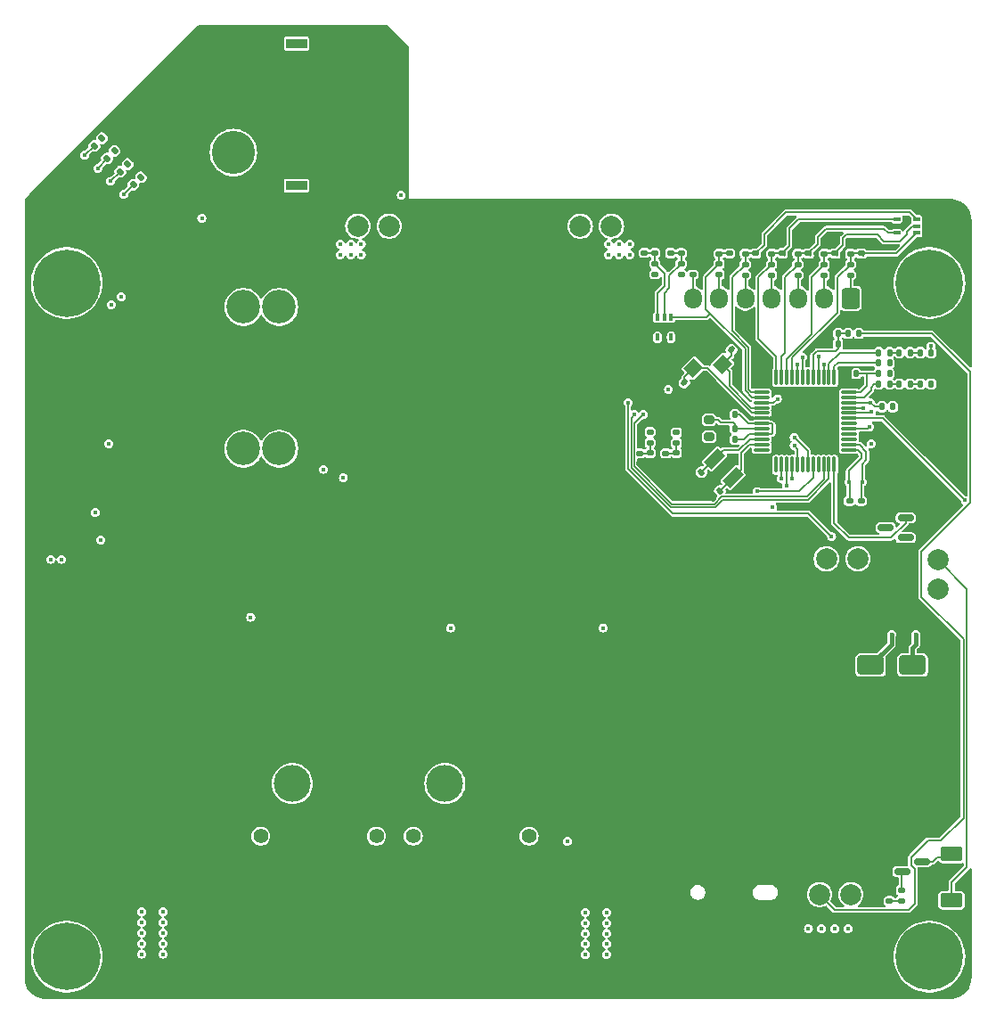
<source format=gbr>
%TF.GenerationSoftware,KiCad,Pcbnew,8.0.7*%
%TF.CreationDate,2025-04-05T22:12:11-04:00*%
%TF.ProjectId,power,706f7765-722e-46b6-9963-61645f706362,1.1*%
%TF.SameCoordinates,Original*%
%TF.FileFunction,Copper,L6,Bot*%
%TF.FilePolarity,Positive*%
%FSLAX46Y46*%
G04 Gerber Fmt 4.6, Leading zero omitted, Abs format (unit mm)*
G04 Created by KiCad (PCBNEW 8.0.7) date 2025-04-05 22:12:11*
%MOMM*%
%LPD*%
G01*
G04 APERTURE LIST*
G04 Aperture macros list*
%AMRoundRect*
0 Rectangle with rounded corners*
0 $1 Rounding radius*
0 $2 $3 $4 $5 $6 $7 $8 $9 X,Y pos of 4 corners*
0 Add a 4 corners polygon primitive as box body*
4,1,4,$2,$3,$4,$5,$6,$7,$8,$9,$2,$3,0*
0 Add four circle primitives for the rounded corners*
1,1,$1+$1,$2,$3*
1,1,$1+$1,$4,$5*
1,1,$1+$1,$6,$7*
1,1,$1+$1,$8,$9*
0 Add four rect primitives between the rounded corners*
20,1,$1+$1,$2,$3,$4,$5,0*
20,1,$1+$1,$4,$5,$6,$7,0*
20,1,$1+$1,$6,$7,$8,$9,0*
20,1,$1+$1,$8,$9,$2,$3,0*%
%AMRotRect*
0 Rectangle, with rotation*
0 The origin of the aperture is its center*
0 $1 length*
0 $2 width*
0 $3 Rotation angle, in degrees counterclockwise*
0 Add horizontal line*
21,1,$1,$2,0,0,$3*%
G04 Aperture macros list end*
%TA.AperFunction,ComponentPad*%
%ADD10C,3.200000*%
%TD*%
%TA.AperFunction,ComponentPad*%
%ADD11C,3.600000*%
%TD*%
%TA.AperFunction,ConnectorPad*%
%ADD12C,6.400000*%
%TD*%
%TA.AperFunction,ComponentPad*%
%ADD13RoundRect,0.250000X0.600000X0.725000X-0.600000X0.725000X-0.600000X-0.725000X0.600000X-0.725000X0*%
%TD*%
%TA.AperFunction,ComponentPad*%
%ADD14O,1.700000X1.950000*%
%TD*%
%TA.AperFunction,ComponentPad*%
%ADD15C,1.400000*%
%TD*%
%TA.AperFunction,ComponentPad*%
%ADD16RoundRect,0.770000X0.980000X0.980000X-0.980000X0.980000X-0.980000X-0.980000X0.980000X-0.980000X0*%
%TD*%
%TA.AperFunction,ComponentPad*%
%ADD17C,3.500000*%
%TD*%
%TA.AperFunction,ComponentPad*%
%ADD18R,2.000000X0.900000*%
%TD*%
%TA.AperFunction,ComponentPad*%
%ADD19RoundRect,1.025000X-1.025000X1.025000X-1.025000X-1.025000X1.025000X-1.025000X1.025000X1.025000X0*%
%TD*%
%TA.AperFunction,ComponentPad*%
%ADD20C,4.100000*%
%TD*%
%TA.AperFunction,SMDPad,CuDef*%
%ADD21RoundRect,0.135000X-0.135000X-0.185000X0.135000X-0.185000X0.135000X0.185000X-0.135000X0.185000X0*%
%TD*%
%TA.AperFunction,SMDPad,CuDef*%
%ADD22RoundRect,0.250000X0.800000X-0.450000X0.800000X0.450000X-0.800000X0.450000X-0.800000X-0.450000X0*%
%TD*%
%TA.AperFunction,SMDPad,CuDef*%
%ADD23RoundRect,0.150000X-0.587500X-0.150000X0.587500X-0.150000X0.587500X0.150000X-0.587500X0.150000X0*%
%TD*%
%TA.AperFunction,SMDPad,CuDef*%
%ADD24RoundRect,0.135000X0.135000X0.185000X-0.135000X0.185000X-0.135000X-0.185000X0.135000X-0.185000X0*%
%TD*%
%TA.AperFunction,SMDPad,CuDef*%
%ADD25RoundRect,0.140000X0.140000X0.170000X-0.140000X0.170000X-0.140000X-0.170000X0.140000X-0.170000X0*%
%TD*%
%TA.AperFunction,SMDPad,CuDef*%
%ADD26RoundRect,0.135000X-0.035355X0.226274X-0.226274X0.035355X0.035355X-0.226274X0.226274X-0.035355X0*%
%TD*%
%TA.AperFunction,SMDPad,CuDef*%
%ADD27RoundRect,0.135000X-0.185000X0.135000X-0.185000X-0.135000X0.185000X-0.135000X0.185000X0.135000X0*%
%TD*%
%TA.AperFunction,SMDPad,CuDef*%
%ADD28RoundRect,0.100000X-0.225000X-0.100000X0.225000X-0.100000X0.225000X0.100000X-0.225000X0.100000X0*%
%TD*%
%TA.AperFunction,SMDPad,CuDef*%
%ADD29RoundRect,0.135000X0.185000X-0.135000X0.185000X0.135000X-0.185000X0.135000X-0.185000X-0.135000X0*%
%TD*%
%TA.AperFunction,SMDPad,CuDef*%
%ADD30RoundRect,0.250000X-1.000000X-0.650000X1.000000X-0.650000X1.000000X0.650000X-1.000000X0.650000X0*%
%TD*%
%TA.AperFunction,SMDPad,CuDef*%
%ADD31RoundRect,0.140000X0.170000X-0.140000X0.170000X0.140000X-0.170000X0.140000X-0.170000X-0.140000X0*%
%TD*%
%TA.AperFunction,SMDPad,CuDef*%
%ADD32RoundRect,0.140000X-0.021213X0.219203X-0.219203X0.021213X0.021213X-0.219203X0.219203X-0.021213X0*%
%TD*%
%TA.AperFunction,SMDPad,CuDef*%
%ADD33RotRect,1.000000X1.800000X315.000000*%
%TD*%
%TA.AperFunction,SMDPad,CuDef*%
%ADD34RoundRect,0.075000X-0.662500X-0.075000X0.662500X-0.075000X0.662500X0.075000X-0.662500X0.075000X0*%
%TD*%
%TA.AperFunction,SMDPad,CuDef*%
%ADD35RoundRect,0.075000X-0.075000X-0.662500X0.075000X-0.662500X0.075000X0.662500X-0.075000X0.662500X0*%
%TD*%
%TA.AperFunction,SMDPad,CuDef*%
%ADD36RoundRect,0.140000X-0.219203X-0.021213X-0.021213X-0.219203X0.219203X0.021213X0.021213X0.219203X0*%
%TD*%
%TA.AperFunction,SMDPad,CuDef*%
%ADD37RoundRect,0.140000X-0.170000X0.140000X-0.170000X-0.140000X0.170000X-0.140000X0.170000X0.140000X0*%
%TD*%
%TA.AperFunction,SMDPad,CuDef*%
%ADD38RoundRect,0.140000X0.219203X0.021213X0.021213X0.219203X-0.219203X-0.021213X-0.021213X-0.219203X0*%
%TD*%
%TA.AperFunction,SMDPad,CuDef*%
%ADD39RotRect,1.400000X1.200000X225.000000*%
%TD*%
%TA.AperFunction,SMDPad,CuDef*%
%ADD40RoundRect,0.150000X0.587500X0.150000X-0.587500X0.150000X-0.587500X-0.150000X0.587500X-0.150000X0*%
%TD*%
%TA.AperFunction,SMDPad,CuDef*%
%ADD41RoundRect,0.200000X-0.275000X0.200000X-0.275000X-0.200000X0.275000X-0.200000X0.275000X0.200000X0*%
%TD*%
%TA.AperFunction,SMDPad,CuDef*%
%ADD42RoundRect,0.100000X0.100000X-0.225000X0.100000X0.225000X-0.100000X0.225000X-0.100000X-0.225000X0*%
%TD*%
%TA.AperFunction,ViaPad*%
%ADD43C,0.450000*%
%TD*%
%TA.AperFunction,ViaPad*%
%ADD44C,1.000000*%
%TD*%
%TA.AperFunction,ViaPad*%
%ADD45C,2.000000*%
%TD*%
%TA.AperFunction,Conductor*%
%ADD46C,0.153000*%
%TD*%
%TA.AperFunction,Conductor*%
%ADD47C,0.400000*%
%TD*%
%TA.AperFunction,Conductor*%
%ADD48C,0.200000*%
%TD*%
G04 APERTURE END LIST*
D10*
%TO.P,F6,1*%
%TO.N,+V_{batt_raw}*%
X116200000Y-80265000D03*
X112800000Y-80265000D03*
%TO.P,F6,2*%
%TO.N,+V_{batt_fused}*%
X116200000Y-93735000D03*
X112800000Y-93735000D03*
%TD*%
D11*
%TO.P,H3,1*%
%TO.N,N/C*%
X178000000Y-142000000D03*
D12*
X178000000Y-142000000D03*
%TD*%
D11*
%TO.P,H1,1*%
%TO.N,N/C*%
X96000000Y-78000000D03*
D12*
X96000000Y-78000000D03*
%TD*%
D13*
%TO.P,J8,1,Pin_1*%
%TO.N,/input_connectors/BATT_BALANCE.CELL_6*%
X170500000Y-79450000D03*
D14*
%TO.P,J8,2,Pin_2*%
%TO.N,/input_connectors/BATT_BALANCE.CELL_5*%
X168000000Y-79450000D03*
%TO.P,J8,3,Pin_3*%
%TO.N,/input_connectors/BATT_BALANCE.CELL_4*%
X165500000Y-79450000D03*
%TO.P,J8,4,Pin_4*%
%TO.N,/input_connectors/BATT_BALANCE.CELL_3*%
X163000000Y-79450000D03*
%TO.P,J8,5,Pin_5*%
%TO.N,/input_connectors/BATT_BALANCE.CELL_2*%
X160500000Y-79450000D03*
%TO.P,J8,6,Pin_6*%
%TO.N,/input_connectors/BATT_BALANCE.CELL_1*%
X158000000Y-79450000D03*
%TO.P,J8,7,Pin_7*%
%TO.N,Net-(J8-Pin_7)*%
X155500000Y-79450000D03*
%TD*%
D15*
%TO.P,J5,*%
%TO.N,*%
X125449999Y-130550000D03*
X114449999Y-130550000D03*
D16*
%TO.P,J5,1,Pin_1*%
%TO.N,GND*%
X122449999Y-125550000D03*
D17*
%TO.P,J5,2,Pin_2*%
%TO.N,+BATT*%
X117449999Y-125550000D03*
%TD*%
D18*
%TO.P,J7,*%
%TO.N,*%
X117850000Y-55250000D03*
X117850000Y-68750000D03*
D19*
%TO.P,J7,1,Pin_1*%
%TO.N,GND*%
X111850000Y-58400000D03*
D20*
%TO.P,J7,2,Pin_2*%
%TO.N,+V_{batt_raw}*%
X111850000Y-65600000D03*
%TD*%
D15*
%TO.P,J3,*%
%TO.N,*%
X139950000Y-130550000D03*
X128950000Y-130550000D03*
D16*
%TO.P,J3,1,Pin_1*%
%TO.N,GND*%
X136950000Y-125550000D03*
D17*
%TO.P,J3,2,Pin_2*%
%TO.N,+BATT*%
X131950000Y-125550000D03*
%TD*%
D11*
%TO.P,H4,1*%
%TO.N,N/C*%
X178000000Y-78000000D03*
D12*
X178000000Y-78000000D03*
%TD*%
D11*
%TO.P,H2,1*%
%TO.N,N/C*%
X96000000Y-142000000D03*
D12*
X96000000Y-142000000D03*
%TD*%
D21*
%TO.P,R49,1*%
%TO.N,/mcu/NSS*%
X173190001Y-85600000D03*
%TO.P,R49,2*%
%TO.N,Net-(J6-Pin_4)*%
X174209999Y-85600000D03*
%TD*%
D22*
%TO.P,D6,1,K*%
%TO.N,+3.3V_LOCAL*%
X180100000Y-136650000D03*
%TO.P,D6,2,A*%
%TO.N,Net-(BZ1-+)*%
X180100000Y-132250000D03*
%TD*%
D23*
%TO.P,Q2,1,G*%
%TO.N,Net-(Q2-G)*%
X175412500Y-133900000D03*
%TO.P,Q2,2,S*%
%TO.N,GND*%
X175412500Y-132000000D03*
%TO.P,Q2,3,D*%
%TO.N,Net-(BZ1-+)*%
X177287500Y-132950000D03*
%TD*%
D24*
%TO.P,R76,1*%
%TO.N,+12V*%
X171270000Y-82800000D03*
%TO.P,R76,2*%
%TO.N,/mcu/12v0*%
X170250000Y-82800000D03*
%TD*%
D25*
%TO.P,C8,1*%
%TO.N,+3.3V_LOCAL*%
X159517500Y-90500000D03*
%TO.P,C8,2*%
%TO.N,GND*%
X158557500Y-90500000D03*
%TD*%
D21*
%TO.P,R46,1*%
%TO.N,/mcu/MOSI*%
X173190001Y-84600000D03*
%TO.P,R46,2*%
%TO.N,Net-(J6-Pin_1)*%
X174209999Y-84600000D03*
%TD*%
D25*
%TO.P,C9,1*%
%TO.N,Net-(U3-VREF+)*%
X159497500Y-91850001D03*
%TO.P,C9,2*%
%TO.N,GND*%
X158537500Y-91850001D03*
%TD*%
D26*
%TO.P,R6,1*%
%TO.N,+BATT*%
X103060624Y-67939376D03*
%TO.P,R6,2*%
%TO.N,Net-(D5-A)*%
X102339376Y-68660624D03*
%TD*%
D21*
%TO.P,R47,1*%
%TO.N,/mcu/MISO*%
X173190001Y-87600000D03*
%TO.P,R47,2*%
%TO.N,Net-(J6-Pin_2)*%
X174209999Y-87600000D03*
%TD*%
D27*
%TO.P,R53,1*%
%TO.N,/mcu/BATT_POST*%
X153950000Y-94140000D03*
%TO.P,R53,2*%
%TO.N,GND*%
X153950000Y-95160000D03*
%TD*%
D28*
%TO.P,D7,1,K1*%
%TO.N,/mcu/CELL_4*%
X174900001Y-73250000D03*
%TO.P,D7,2,A*%
%TO.N,GND*%
X174900001Y-72600000D03*
%TO.P,D7,3,K2*%
%TO.N,/mcu/CELL_3*%
X174900001Y-71950000D03*
%TO.P,D7,4,K3*%
%TO.N,/mcu/CELL_2*%
X176800001Y-71950000D03*
%TO.P,D7,5,K4*%
%TO.N,/mcu/CELL_5*%
X176800001Y-72600000D03*
%TO.P,D7,6,K5*%
%TO.N,/mcu/CELL_6*%
X176800001Y-73250000D03*
%TD*%
D29*
%TO.P,R64,1*%
%TO.N,/input_connectors/BATT_BALANCE.CELL_4*%
X165500000Y-77238000D03*
%TO.P,R64,2*%
%TO.N,/mcu/CELL_4*%
X165500000Y-76218000D03*
%TD*%
D30*
%TO.P,D17,1,K*%
%TO.N,+5V_LOCAL*%
X172400000Y-114300000D03*
%TO.P,D17,2,A*%
%TO.N,+3.3V_LOCAL_ALWAYS_ON*%
X176400000Y-114300000D03*
%TD*%
D29*
%TO.P,R59,1*%
%TO.N,/mcu/3v3*%
X151900000Y-75160000D03*
%TO.P,R59,2*%
%TO.N,GND*%
X151900000Y-74140000D03*
%TD*%
%TO.P,R60,1*%
%TO.N,/input_connectors/BATT_BALANCE.CELL_6*%
X170500000Y-77238000D03*
%TO.P,R60,2*%
%TO.N,/mcu/CELL_6*%
X170500000Y-76218000D03*
%TD*%
D26*
%TO.P,R3,1*%
%TO.N,/mcu/LED_GREEN*%
X100560624Y-65439376D03*
%TO.P,R3,2*%
%TO.N,Net-(D2-A)*%
X99839376Y-66160624D03*
%TD*%
D31*
%TO.P,C52,1*%
%TO.N,/mcu/CELL_4*%
X166500000Y-75180000D03*
%TO.P,C52,2*%
%TO.N,GND*%
X166500000Y-74220000D03*
%TD*%
D24*
%TO.P,R42,1*%
%TO.N,+3.3V_LOCAL*%
X178159999Y-84600000D03*
%TO.P,R42,2*%
%TO.N,/mcu/TX*%
X177140001Y-84600000D03*
%TD*%
D31*
%TO.P,C48,1*%
%TO.N,/mcu/5v0*%
X153399999Y-75150001D03*
%TO.P,C48,2*%
%TO.N,GND*%
X153399999Y-74190001D03*
%TD*%
D29*
%TO.P,R57,1*%
%TO.N,/mcu/5v0*%
X154400000Y-75160000D03*
%TO.P,R57,2*%
%TO.N,GND*%
X154400000Y-74140000D03*
%TD*%
D31*
%TO.P,C55,1*%
%TO.N,/mcu/CELL_1*%
X159000000Y-75180000D03*
%TO.P,C55,2*%
%TO.N,GND*%
X159000000Y-74220000D03*
%TD*%
D32*
%TO.P,C4,1*%
%TO.N,/mcu/RCC_OSC32_N*%
X156314537Y-95967696D03*
%TO.P,C4,2*%
%TO.N,GND*%
X155635715Y-96646518D03*
%TD*%
D33*
%TO.P,Y2,1,1*%
%TO.N,/mcu/RCC_OSC32_P*%
X159333883Y-96483883D03*
%TO.P,Y2,2,2*%
%TO.N,/mcu/RCC_OSC32_N*%
X157566117Y-94716117D03*
%TD*%
D21*
%TO.P,R48,1*%
%TO.N,/mcu/SCK*%
X173190001Y-86600000D03*
%TO.P,R48,2*%
%TO.N,Net-(J6-Pin_3)*%
X174209999Y-86600000D03*
%TD*%
D25*
%TO.P,C7,1*%
%TO.N,+3.3V_LOCAL*%
X159517500Y-92850000D03*
%TO.P,C7,2*%
%TO.N,GND*%
X158557500Y-92850000D03*
%TD*%
D34*
%TO.P,U3,1,PC13*%
%TO.N,unconnected-(U3-PC13-Pad1)*%
X162037500Y-93850000D03*
%TO.P,U3,2,PC14*%
%TO.N,/mcu/RCC_OSC32_P*%
X162037500Y-93350000D03*
%TO.P,U3,3,PC15*%
%TO.N,/mcu/RCC_OSC32_N*%
X162037500Y-92850000D03*
%TO.P,U3,4,VBAT*%
%TO.N,+3.3V_LOCAL*%
X162037500Y-92350000D03*
%TO.P,U3,5,VREF+*%
%TO.N,Net-(U3-VREF+)*%
X162037500Y-91850000D03*
%TO.P,U3,6,VDD*%
%TO.N,+3.3V_LOCAL*%
X162037500Y-91350000D03*
%TO.P,U3,7,VSS*%
%TO.N,GND*%
X162037500Y-90850000D03*
%TO.P,U3,8,PF0*%
%TO.N,/mcu/RCC_OSC_P*%
X162037500Y-90350000D03*
%TO.P,U3,9,PF1*%
%TO.N,/mcu/RCC_OSC_N*%
X162037500Y-89850000D03*
%TO.P,U3,10,NRST*%
%TO.N,/mcu/NRST*%
X162037500Y-89350000D03*
%TO.P,U3,11,PA0*%
%TO.N,/mcu/CELL_1*%
X162037500Y-88850000D03*
%TO.P,U3,12,PA1*%
%TO.N,/mcu/CELL_2*%
X162037500Y-88350000D03*
D35*
%TO.P,U3,13,PA2*%
%TO.N,/mcu/CELL_3*%
X163450000Y-86937500D03*
%TO.P,U3,14,PA3*%
%TO.N,/mcu/CELL_4*%
X163950000Y-86937500D03*
%TO.P,U3,15,PA4*%
%TO.N,/mcu/CELL_5*%
X164450000Y-86937500D03*
%TO.P,U3,16,PA5*%
%TO.N,/mcu/CELL_6*%
X164950000Y-86937500D03*
%TO.P,U3,17,PA6*%
%TO.N,/mcu/3v3*%
X165450000Y-86937500D03*
%TO.P,U3,18,PA7*%
%TO.N,/mcu/5v0*%
X165950000Y-86937500D03*
%TO.P,U3,19,PB0*%
%TO.N,unconnected-(U3-PB0-Pad19)*%
X166450000Y-86937500D03*
%TO.P,U3,20,PB1*%
%TO.N,/mcu/12v0*%
X166950000Y-86937500D03*
%TO.P,U3,21,PB2*%
%TO.N,/mcu/BATT_POST*%
X167450000Y-86937500D03*
%TO.P,U3,22,PB10*%
%TO.N,/mcu/BATT_PRE*%
X167950000Y-86937500D03*
%TO.P,U3,23,PB11*%
%TO.N,/mcu/MOSI*%
X168450000Y-86937500D03*
%TO.P,U3,24,PB12*%
%TO.N,/mcu/NSS*%
X168950000Y-86937500D03*
D34*
%TO.P,U3,25,PB13*%
%TO.N,/mcu/SCK*%
X170362500Y-88350000D03*
%TO.P,U3,26,PB14*%
%TO.N,/mcu/MISO*%
X170362500Y-88850000D03*
%TO.P,U3,27,PB15*%
%TO.N,/mcu/PWR_BTN_~{INT}*%
X170362500Y-89350000D03*
%TO.P,U3,28,PA8*%
%TO.N,/mcu/PWR_~{KILL}*%
X170362500Y-89850000D03*
%TO.P,U3,29,PA9/NC*%
%TO.N,/mcu/TX*%
X170362500Y-90350000D03*
%TO.P,U3,30,PC6*%
%TO.N,/mcu/BUZZER*%
X170362500Y-90850000D03*
%TO.P,U3,31,PC7*%
%TO.N,unconnected-(U3-PC7-Pad31)*%
X170362500Y-91350000D03*
%TO.P,U3,32,PA10/NC*%
%TO.N,/mcu/RX*%
X170362500Y-91850000D03*
%TO.P,U3,33,PA11/PA9*%
%TO.N,unconnected-(U3-PA11{slash}PA9-Pad33)*%
X170362500Y-92350000D03*
%TO.P,U3,34,PA12/PA10*%
%TO.N,unconnected-(U3-PA12{slash}PA10-Pad34)*%
X170362500Y-92850000D03*
%TO.P,U3,35,PA13*%
%TO.N,/mcu/SWDIO*%
X170362500Y-93350000D03*
%TO.P,U3,36,PA14*%
%TO.N,/mcu/SWCLK*%
X170362500Y-93850000D03*
D35*
%TO.P,U3,37,PA15*%
%TO.N,/mcu/~{LED_SHUTDOWN_ACK}*%
X168950000Y-95262500D03*
%TO.P,U3,38,PD0*%
%TO.N,/mcu/LED_RED*%
X168450000Y-95262500D03*
%TO.P,U3,39,PD1*%
%TO.N,/mcu/LED_GREEN*%
X167950000Y-95262500D03*
%TO.P,U3,40,PD2*%
%TO.N,unconnected-(U3-PD2-Pad40)*%
X167450000Y-95262500D03*
%TO.P,U3,41,PD3*%
%TO.N,/mcu/LOAD_SW_PGOOD*%
X166950000Y-95262500D03*
%TO.P,U3,42,PB3*%
%TO.N,/mcu/DOTSTAR_SCK*%
X166450000Y-95262500D03*
%TO.P,U3,43,PB4*%
%TO.N,unconnected-(U3-PB4-Pad43)*%
X165950000Y-95262500D03*
%TO.P,U3,44,PB5*%
%TO.N,/mcu/DOTSTAR_MOSI*%
X165450000Y-95262500D03*
%TO.P,U3,45,PB6*%
%TO.N,/mcu/PWR_12v0_EN*%
X164950000Y-95262500D03*
%TO.P,U3,46,PB7*%
%TO.N,/mcu/PWR_5v0_EN*%
X164450000Y-95262500D03*
%TO.P,U3,47,PB8*%
%TO.N,/mcu/PWR_3v3_EN*%
X163950000Y-95262500D03*
%TO.P,U3,48,PB9*%
%TO.N,unconnected-(U3-PB9-Pad48)*%
X163450000Y-95262500D03*
%TD*%
D24*
%TO.P,R43,1*%
%TO.N,/mcu/SCK*%
X171059999Y-86600000D03*
%TO.P,R43,2*%
%TO.N,GND*%
X170040001Y-86600000D03*
%TD*%
D27*
%TO.P,R51,1*%
%TO.N,/mcu/BATT_PRE*%
X151450000Y-94140000D03*
%TO.P,R51,2*%
%TO.N,GND*%
X151450000Y-95160000D03*
%TD*%
D36*
%TO.P,C1,1*%
%TO.N,/mcu/RCC_OSC_P*%
X154710589Y-87460589D03*
%TO.P,C1,2*%
%TO.N,GND*%
X155389411Y-88139411D03*
%TD*%
D31*
%TO.P,C53,1*%
%TO.N,/mcu/CELL_3*%
X164000000Y-75170000D03*
%TO.P,C53,2*%
%TO.N,GND*%
X164000000Y-74210000D03*
%TD*%
D32*
%TO.P,C2,1*%
%TO.N,/mcu/RCC_OSC32_P*%
X158082304Y-97735463D03*
%TO.P,C2,2*%
%TO.N,GND*%
X157403482Y-98414285D03*
%TD*%
D29*
%TO.P,R68,1*%
%TO.N,/input_connectors/BATT_BALANCE.CELL_2*%
X160500001Y-77238000D03*
%TO.P,R68,2*%
%TO.N,/mcu/CELL_2*%
X160500001Y-76218000D03*
%TD*%
D27*
%TO.P,R22,1*%
%TO.N,/mcu/SWDIO*%
X171500000Y-98690000D03*
%TO.P,R22,2*%
%TO.N,GND*%
X171500000Y-99710000D03*
%TD*%
%TO.P,R50,1*%
%TO.N,+V_{batt_fused}*%
X151450000Y-92140001D03*
%TO.P,R50,2*%
%TO.N,/mcu/BATT_PRE*%
X151450000Y-93160001D03*
%TD*%
D29*
%TO.P,R63,1*%
%TO.N,/mcu/CELL_5*%
X168000000Y-75210000D03*
%TO.P,R63,2*%
%TO.N,GND*%
X168000000Y-74190000D03*
%TD*%
%TO.P,R70,1*%
%TO.N,/input_connectors/BATT_BALANCE.CELL_1*%
X158000001Y-77210000D03*
%TO.P,R70,2*%
%TO.N,/mcu/CELL_1*%
X158000001Y-76190000D03*
%TD*%
%TO.P,R28,1*%
%TO.N,Net-(J8-Pin_7)*%
X155500000Y-77210000D03*
%TO.P,R28,2*%
%TO.N,GND*%
X155500000Y-76190000D03*
%TD*%
%TO.P,R71,1*%
%TO.N,/mcu/CELL_1*%
X158000000Y-75210000D03*
%TO.P,R71,2*%
%TO.N,GND*%
X158000000Y-74190000D03*
%TD*%
D31*
%TO.P,C50,1*%
%TO.N,/mcu/3v3*%
X150900000Y-75130000D03*
%TO.P,C50,2*%
%TO.N,GND*%
X150900000Y-74170000D03*
%TD*%
D29*
%TO.P,R61,1*%
%TO.N,/mcu/CELL_6*%
X170500000Y-75210000D03*
%TO.P,R61,2*%
%TO.N,GND*%
X170500000Y-74190000D03*
%TD*%
%TO.P,R8,1*%
%TO.N,/mcu/BUZZER*%
X175350000Y-136710000D03*
%TO.P,R8,2*%
%TO.N,Net-(Q2-G)*%
X175350000Y-135690000D03*
%TD*%
D26*
%TO.P,R4,1*%
%TO.N,/mcu/LED_RED*%
X99360624Y-64239376D03*
%TO.P,R4,2*%
%TO.N,Net-(D3-A)*%
X98639376Y-64960624D03*
%TD*%
D29*
%TO.P,R67,1*%
%TO.N,/mcu/CELL_3*%
X163000000Y-75210000D03*
%TO.P,R67,2*%
%TO.N,GND*%
X163000000Y-74190000D03*
%TD*%
D24*
%TO.P,R45,1*%
%TO.N,/mcu/TX*%
X176159999Y-84600000D03*
%TO.P,R45,2*%
%TO.N,Net-(J6-Pin_1)*%
X175140001Y-84600000D03*
%TD*%
D25*
%TO.P,C47,1*%
%TO.N,/mcu/12v0*%
X169300000Y-82790000D03*
%TO.P,C47,2*%
%TO.N,GND*%
X168340000Y-82790000D03*
%TD*%
D29*
%TO.P,R69,1*%
%TO.N,/mcu/CELL_2*%
X160500000Y-75210000D03*
%TO.P,R69,2*%
%TO.N,GND*%
X160500000Y-74190000D03*
%TD*%
D37*
%TO.P,C46,1*%
%TO.N,/mcu/BATT_POST*%
X152950000Y-94170000D03*
%TO.P,C46,2*%
%TO.N,GND*%
X152950000Y-95130000D03*
%TD*%
D31*
%TO.P,C51,1*%
%TO.N,/mcu/CELL_5*%
X169000000Y-75180000D03*
%TO.P,C51,2*%
%TO.N,GND*%
X169000000Y-74220000D03*
%TD*%
D29*
%TO.P,R65,1*%
%TO.N,/mcu/CELL_4*%
X165500000Y-75210000D03*
%TO.P,R65,2*%
%TO.N,GND*%
X165500000Y-74190000D03*
%TD*%
D24*
%TO.P,R44,1*%
%TO.N,/mcu/RX*%
X176159999Y-87600000D03*
%TO.P,R44,2*%
%TO.N,Net-(J6-Pin_2)*%
X175140001Y-87600000D03*
%TD*%
D29*
%TO.P,R58,1*%
%TO.N,+3.3V*%
X151900000Y-77160001D03*
%TO.P,R58,2*%
%TO.N,/mcu/3v3*%
X151900000Y-76140001D03*
%TD*%
D27*
%TO.P,R52,1*%
%TO.N,+BATT*%
X153950000Y-92204524D03*
%TO.P,R52,2*%
%TO.N,/mcu/BATT_POST*%
X153950000Y-93224524D03*
%TD*%
D38*
%TO.P,C3,1*%
%TO.N,/mcu/RCC_OSC_N*%
X159189411Y-84339411D03*
%TO.P,C3,2*%
%TO.N,GND*%
X158510589Y-83660589D03*
%TD*%
D39*
%TO.P,Y1,1,1*%
%TO.N,/mcu/RCC_OSC_N*%
X158328858Y-85723223D03*
%TO.P,Y1,2,2*%
%TO.N,GND*%
X156773223Y-87278858D03*
%TO.P,Y1,3,3*%
%TO.N,/mcu/RCC_OSC_P*%
X155571142Y-86076777D03*
%TO.P,Y1,4,4*%
%TO.N,GND*%
X157126777Y-84521142D03*
%TD*%
D40*
%TO.P,Q1,1,G*%
%TO.N,/mcu/~{LED_SHUTDOWN_ACK}*%
X175737500Y-100300000D03*
%TO.P,Q1,2,S*%
%TO.N,+3.3V_LOCAL*%
X175737500Y-102200000D03*
%TO.P,Q1,3,D*%
%TO.N,/mcu/LED_SHUTDOWN_ACK_PWR*%
X173862500Y-101250000D03*
%TD*%
D41*
%TO.P,L1,1,1*%
%TO.N,Net-(U3-VREF+)*%
X157050000Y-90975000D03*
%TO.P,L1,2,2*%
%TO.N,+3.3V_LOCAL*%
X157050000Y-92625000D03*
%TD*%
D27*
%TO.P,R2,1*%
%TO.N,/mcu/SWCLK*%
X170399999Y-98690000D03*
%TO.P,R2,2*%
%TO.N,GND*%
X170399999Y-99710000D03*
%TD*%
D37*
%TO.P,C45,1*%
%TO.N,/mcu/BATT_PRE*%
X150450000Y-94170000D03*
%TO.P,C45,2*%
%TO.N,GND*%
X150450000Y-95130000D03*
%TD*%
D31*
%TO.P,C49,1*%
%TO.N,/mcu/CELL_6*%
X171500000Y-75180000D03*
%TO.P,C49,2*%
%TO.N,GND*%
X171500000Y-74220000D03*
%TD*%
D24*
%TO.P,R77,1*%
%TO.N,/mcu/12v0*%
X169320000Y-83790000D03*
%TO.P,R77,2*%
%TO.N,GND*%
X168300000Y-83790000D03*
%TD*%
D42*
%TO.P,D8,1,K1*%
%TO.N,/mcu/BATT_POST*%
X153450000Y-83150000D03*
%TO.P,D8,2,A*%
%TO.N,GND*%
X152800000Y-83150000D03*
%TO.P,D8,3,K2*%
%TO.N,/mcu/BATT_PRE*%
X152150000Y-83150000D03*
%TO.P,D8,4,K3*%
%TO.N,/mcu/3v3*%
X152150000Y-81250000D03*
%TO.P,D8,5,K4*%
%TO.N,/mcu/5v0*%
X152800000Y-81250000D03*
%TO.P,D8,6,K5*%
%TO.N,/mcu/CELL_1*%
X153450000Y-81250000D03*
%TD*%
D31*
%TO.P,C54,1*%
%TO.N,/mcu/CELL_2*%
X161500000Y-75180000D03*
%TO.P,C54,2*%
%TO.N,GND*%
X161500000Y-74220000D03*
%TD*%
D24*
%TO.P,R41,1*%
%TO.N,+3.3V_LOCAL*%
X178159999Y-87600000D03*
%TO.P,R41,2*%
%TO.N,/mcu/RX*%
X177140001Y-87600000D03*
%TD*%
D26*
%TO.P,R5,1*%
%TO.N,/mcu/LED_SHUTDOWN_ACK_PWR*%
X101810624Y-66689376D03*
%TO.P,R5,2*%
%TO.N,Net-(D4-A)*%
X101089376Y-67410624D03*
%TD*%
D24*
%TO.P,R19,1*%
%TO.N,+3.3V_LOCAL*%
X174509999Y-89750000D03*
%TO.P,R19,2*%
%TO.N,/mcu/PWR_BTN_~{INT}*%
X173490001Y-89750000D03*
%TD*%
D29*
%TO.P,R66,1*%
%TO.N,/input_connectors/BATT_BALANCE.CELL_3*%
X163000000Y-77238000D03*
%TO.P,R66,2*%
%TO.N,/mcu/CELL_3*%
X163000000Y-76218000D03*
%TD*%
%TO.P,R7,1*%
%TO.N,/mcu/BUZZER*%
X174200000Y-136710000D03*
%TO.P,R7,2*%
%TO.N,GND*%
X174200000Y-135690000D03*
%TD*%
%TO.P,R62,1*%
%TO.N,/input_connectors/BATT_BALANCE.CELL_5*%
X168000000Y-77238000D03*
%TO.P,R62,2*%
%TO.N,/mcu/CELL_5*%
X168000000Y-76218000D03*
%TD*%
%TO.P,R56,1*%
%TO.N,+5V*%
X154400001Y-77180000D03*
%TO.P,R56,2*%
%TO.N,/mcu/5v0*%
X154400001Y-76160000D03*
%TD*%
D43*
%TO.N,GND*%
X149300000Y-138800000D03*
X108150000Y-141750000D03*
X150300000Y-137800000D03*
X109150000Y-141750000D03*
D44*
X147935000Y-119060000D03*
D43*
X151235001Y-125535001D03*
X140200000Y-109800000D03*
X160300001Y-137800000D03*
X151300000Y-138800000D03*
X166500000Y-74220000D03*
D44*
X94095000Y-119840000D03*
D43*
X179000000Y-127600001D03*
X179000000Y-120100001D03*
X166520000Y-93260000D03*
X158537500Y-91850001D03*
X171500000Y-74220000D03*
X159300000Y-141800000D03*
X126600000Y-110600000D03*
X94490001Y-103250000D03*
X139350000Y-75500000D03*
X113000001Y-104120000D03*
X124999999Y-81050000D03*
X149300000Y-139800001D03*
X179000000Y-114475001D03*
X96657359Y-66918019D03*
D44*
X94349999Y-113000000D03*
D43*
X146500000Y-106000000D03*
X150300000Y-138800000D03*
D44*
X147935000Y-121140000D03*
D43*
X146499999Y-80050000D03*
X131499999Y-79050000D03*
X138400000Y-109800000D03*
X175412500Y-132000000D03*
X159055385Y-110597484D03*
X151300000Y-141800000D03*
X96990001Y-93250000D03*
X97250000Y-95600000D03*
X96490000Y-94740000D03*
X165500000Y-74190001D03*
X132150000Y-75500000D03*
X170550000Y-112050000D03*
X139300000Y-109800000D03*
X108400000Y-82800000D03*
X126600001Y-111800000D03*
X158000000Y-74190001D03*
X131500000Y-105250000D03*
X156100000Y-90300000D03*
X160300000Y-139800000D03*
X179000000Y-126600001D03*
X124800000Y-110600000D03*
X149109999Y-129900000D03*
X139999999Y-80050000D03*
X139300000Y-110600000D03*
X141100000Y-110600000D03*
X174200000Y-135690000D03*
X177000000Y-119100000D03*
X94520000Y-102250000D03*
X108150000Y-139750001D03*
X140000000Y-79050000D03*
X151900000Y-74140001D03*
X150485002Y-126035001D03*
X149550000Y-110759999D03*
X159300000Y-138800000D03*
X171500000Y-139350000D03*
X159300000Y-140800000D03*
X123999999Y-81050000D03*
X138999999Y-79050000D03*
X132499999Y-80050000D03*
X178000000Y-126600001D03*
X163650000Y-90250000D03*
X150900000Y-74170000D03*
X177000000Y-126600000D03*
X159050000Y-109600001D03*
X171400000Y-101249999D03*
X158557500Y-90500000D03*
X138999999Y-80050000D03*
X97894796Y-68155456D03*
X140200000Y-111800000D03*
X99132233Y-69392893D03*
X133750000Y-110759999D03*
X96450000Y-82862500D03*
D44*
X143900002Y-124090000D03*
D43*
X138999999Y-81050000D03*
X110500000Y-104412499D03*
X131999999Y-106000000D03*
X158300000Y-139800001D03*
X149300000Y-137800000D03*
X107150000Y-141750000D03*
X147499999Y-81050000D03*
X154400000Y-74140001D03*
X126600000Y-109800000D03*
X177000000Y-120100000D03*
X151235000Y-127535001D03*
X123900000Y-109800000D03*
X160300000Y-141800000D03*
X108150000Y-137750000D03*
X154800000Y-104849999D03*
X154540001Y-112100000D03*
X131499999Y-80050000D03*
X107150000Y-140750000D03*
X130500001Y-105250000D03*
X153399999Y-74190001D03*
X149735000Y-127535001D03*
X170500000Y-74190001D03*
X146499999Y-79050000D03*
X158510589Y-83660589D03*
X147499999Y-80050000D03*
X132499999Y-81050000D03*
X155800000Y-104850000D03*
D44*
X143900002Y-128289999D03*
D43*
X125700000Y-110600000D03*
X155800000Y-105850000D03*
X150650000Y-88080000D03*
X141100001Y-112700000D03*
X124999999Y-80050000D03*
X160050000Y-109600000D03*
X155500000Y-76190001D03*
X132000000Y-104500000D03*
D44*
X94095000Y-117760000D03*
D43*
X131002516Y-104505385D03*
X151300000Y-140800000D03*
X145990000Y-129900000D03*
X172800000Y-112330000D03*
X160500000Y-74190001D03*
X149000000Y-99259999D03*
X107150000Y-139750000D03*
X163120000Y-100550000D03*
X165050000Y-112350000D03*
X158557500Y-92850000D03*
X160300000Y-140800000D03*
X108150000Y-140749999D03*
X149735000Y-126535001D03*
X179000000Y-119100001D03*
D44*
X143900002Y-126200000D03*
D43*
X175750000Y-88325000D03*
X134500000Y-99259999D03*
X140200000Y-110600000D03*
X141100000Y-111800000D03*
X157403482Y-98414285D03*
X125000000Y-79050000D03*
X178000000Y-119100001D03*
X135000000Y-110759999D03*
X108150000Y-138750000D03*
X159000000Y-74220000D03*
X169000000Y-74220000D03*
X132500000Y-79050000D03*
X109150000Y-139750000D03*
X150300000Y-140800000D03*
X151300000Y-139800000D03*
X177000000Y-127600000D03*
X148250000Y-110759999D03*
X158300000Y-137800000D03*
X146499999Y-81050000D03*
X151450000Y-95159999D03*
X145502516Y-104505386D03*
X141100000Y-109799999D03*
X144500000Y-104499999D03*
X169060000Y-93260000D03*
X154570000Y-110850000D03*
X167550000Y-90500000D03*
X152800000Y-82100000D03*
X164000000Y-74210000D03*
X152950000Y-95130000D03*
X109150000Y-138750000D03*
X178000000Y-127600001D03*
X109150000Y-137750000D03*
X175750000Y-94250000D03*
D44*
X105750000Y-88599999D03*
D43*
X131499999Y-81050000D03*
X161500000Y-74220000D03*
X146000000Y-105250000D03*
X158300000Y-140799999D03*
X153950000Y-95159999D03*
X156773223Y-87278858D03*
X104191284Y-79300000D03*
X123999999Y-80050000D03*
X126600001Y-112700000D03*
X144500000Y-106000001D03*
X167090001Y-130700000D03*
X130000000Y-106000000D03*
X145500000Y-106000000D03*
X162700000Y-101857949D03*
X168550000Y-112050000D03*
X124800000Y-109800000D03*
X163000000Y-74190001D03*
X150300000Y-141800000D03*
X139999999Y-81050000D03*
X147500000Y-79050000D03*
X160300000Y-138800000D03*
X149300000Y-140799999D03*
X109150000Y-140750000D03*
X105525000Y-78600000D03*
X168000000Y-74190001D03*
X146500000Y-104500000D03*
X145000000Y-105249999D03*
X125700000Y-109800000D03*
X159300000Y-137800000D03*
X125700000Y-111799999D03*
X174900002Y-72600000D03*
X167550000Y-83300000D03*
X150485000Y-127035001D03*
X150450000Y-95130000D03*
X149300000Y-141800000D03*
X150300000Y-139800000D03*
X166290000Y-111580000D03*
X101476284Y-82030000D03*
X159300000Y-139800000D03*
X160055385Y-110597484D03*
X155389411Y-88139411D03*
X151300001Y-137800000D03*
X107150000Y-137750000D03*
X164040001Y-113100000D03*
X178000000Y-120100001D03*
X149734999Y-125535001D03*
X169550000Y-112050000D03*
X130000000Y-104500000D03*
X100369670Y-70630330D03*
X157126777Y-84521142D03*
X107150000Y-138750000D03*
X123999999Y-79050000D03*
X151229614Y-126537517D03*
X131000001Y-106000000D03*
X170040001Y-86600000D03*
X158300000Y-138800000D03*
X154800000Y-105850000D03*
X158300000Y-141800000D03*
X155635715Y-96646518D03*
%TO.N,/mcu/NRST*%
X163550000Y-89000000D03*
%TO.N,+5V_LOCAL*%
X174400000Y-111400000D03*
X153200000Y-88100000D03*
%TO.N,+3.3V_LOCAL*%
X178159999Y-87600000D03*
X174509999Y-89750000D03*
X172450000Y-93250000D03*
D45*
X178800000Y-104300000D03*
D43*
X163090001Y-99300000D03*
X175737500Y-102200000D03*
X178159999Y-84000000D03*
X159517500Y-92850000D03*
X180100000Y-136350000D03*
X159517500Y-90500000D03*
X157050000Y-92625000D03*
%TO.N,+BATT*%
X103060624Y-67939376D03*
X98700000Y-99800000D03*
X153950000Y-92204525D03*
%TO.N,~{PB}*%
X108850000Y-71850000D03*
X101201284Y-79300000D03*
X127800000Y-69650000D03*
D45*
%TO.N,Net-(C29-Pad2)*%
X144812500Y-72600000D03*
%TO.N,Net-(C30-Pad2)*%
X126650000Y-72600000D03*
D43*
%TO.N,+3.3V_LOCAL_ALWAYS_ON*%
X176700000Y-111400000D03*
X94490001Y-104250000D03*
%TO.N,/mcu/BATT_PRE*%
X151450000Y-94140000D03*
X167950000Y-85700000D03*
X152150000Y-83150000D03*
%TO.N,Net-(D2-A)*%
X98955456Y-67094796D03*
%TO.N,Net-(D3-A)*%
X97718019Y-65857359D03*
%TO.N,Net-(D4-A)*%
X100192893Y-68332233D03*
%TO.N,Net-(D5-A)*%
X101430330Y-69569670D03*
%TO.N,/mcu/BATT_POST*%
X153450000Y-83150000D03*
X153950000Y-94140001D03*
X167450000Y-85000000D03*
%TO.N,/mcu/PWR_BTN_~{INT}*%
X120400000Y-95700000D03*
X172400000Y-89350000D03*
%TO.N,/mcu/5v0*%
X154400001Y-76150000D03*
X165950000Y-85050000D03*
%TO.N,/mcu/3v3*%
X165450000Y-85700000D03*
X151900000Y-76140002D03*
%TO.N,+V_{batt_fused}*%
X100226284Y-80040000D03*
X100009999Y-93250001D03*
X151450000Y-92140002D03*
%TO.N,/power_protection/GATE*%
X113500000Y-109750000D03*
X99250000Y-102400000D03*
%TO.N,+5V*%
X149500000Y-75300000D03*
X145300000Y-139800001D03*
X103150000Y-139750001D03*
X148500000Y-74300000D03*
X103150000Y-137750000D03*
X148500000Y-75300000D03*
X145300000Y-138800000D03*
X147500000Y-74299999D03*
X103150000Y-140749999D03*
X154400001Y-77179999D03*
X103150000Y-141750000D03*
X149500000Y-74300000D03*
X145300000Y-137800000D03*
X103150000Y-138750000D03*
X145300000Y-141800000D03*
D45*
X147787500Y-72600000D03*
D43*
X145300000Y-140799999D03*
X147499999Y-75300000D03*
%TO.N,+3.3V*%
X147300000Y-140799999D03*
X147300000Y-139800001D03*
X124000000Y-75300000D03*
X151900000Y-77160000D03*
X147300000Y-138800000D03*
X147300000Y-141800000D03*
X123000000Y-75300000D03*
X147300000Y-137800000D03*
X105150000Y-137750000D03*
X105150000Y-138750000D03*
D45*
X123675000Y-72600000D03*
D43*
X124000000Y-74300000D03*
X105150000Y-139750001D03*
X123000000Y-74300000D03*
X121999999Y-75300000D03*
X105150000Y-141750000D03*
X105150000Y-140749999D03*
X122000000Y-74299999D03*
%TO.N,/mcu/SWDIO*%
X171600000Y-96900000D03*
%TO.N,/mcu/SWCLK*%
X170330000Y-96900000D03*
%TO.N,/mcu/LED_SHUTDOWN_ACK_PWR*%
X101810624Y-66689376D03*
X173862500Y-101250000D03*
X149350000Y-89350000D03*
X168700000Y-102100000D03*
%TO.N,/mcu/LED_GREEN*%
X150800000Y-90500000D03*
X100560624Y-65439376D03*
%TO.N,/mcu/LED_RED*%
X149950000Y-90500000D03*
X99360624Y-64239376D03*
%TO.N,/mcu/LOAD_SW_PGOOD*%
X161650000Y-97800000D03*
X95510000Y-104250000D03*
%TO.N,/mcu/PWR_~{KILL}*%
X171750000Y-89850000D03*
X122300000Y-96500000D03*
%TO.N,/mcu/PWR_5v0_EN*%
X164450000Y-97250000D03*
X146999999Y-110759999D03*
%TO.N,/mcu/PWR_3v3_EN*%
X163950000Y-96600000D03*
X132500000Y-110759999D03*
%TO.N,/mcu/RX*%
X172300000Y-91650000D03*
X177140001Y-87600000D03*
%TO.N,/mcu/TX*%
X177140001Y-84600000D03*
X172500000Y-90200000D03*
%TO.N,/mcu/DOTSTAR_MOSI*%
X165150000Y-93450000D03*
%TO.N,/mcu/DOTSTAR_SCK*%
X165150000Y-92650000D03*
%TO.N,Net-(BZ1-+)*%
X180100000Y-132550000D03*
%TO.N,/mcu/BUZZER*%
X175350000Y-136710000D03*
X181400000Y-98650000D03*
D45*
%TO.N,Net-(C44-Pad1)*%
X168200000Y-104200000D03*
%TO.N,Net-(JP2-B)*%
X178800000Y-107100000D03*
%TO.N,Net-(JP3-A)*%
X171200000Y-104200000D03*
D43*
%TO.N,Net-(J6-Pin_1)*%
X166500000Y-139350000D03*
X174209999Y-84600000D03*
%TO.N,Net-(J6-Pin_3)*%
X169000000Y-139350000D03*
X174209999Y-86600000D03*
%TO.N,Net-(J6-Pin_4)*%
X174209999Y-85600000D03*
X170250000Y-139350000D03*
%TO.N,Net-(J6-Pin_2)*%
X167750000Y-139350000D03*
X174209999Y-87600000D03*
D45*
%TO.N,Net-(C22-Pad1)*%
X170537500Y-136100000D03*
%TO.N,+12V*%
X167562500Y-136100000D03*
D43*
%TO.N,/mcu/PWR_12v0_EN*%
X164950000Y-96600000D03*
X143590000Y-131050000D03*
%TD*%
D46*
%TO.N,/mcu/NRST*%
X163200000Y-89350000D02*
X163550000Y-89000000D01*
X162037500Y-89350000D02*
X163200000Y-89350000D01*
D47*
%TO.N,+5V_LOCAL*%
X174400000Y-112299999D02*
X174400000Y-111400000D01*
X172399999Y-114300000D02*
X174400000Y-112299999D01*
D48*
%TO.N,+3.3V_LOCAL*%
X181550000Y-133500000D02*
X181550000Y-107050000D01*
X180100000Y-134950000D02*
X181550000Y-133500000D01*
D46*
X159950000Y-90500000D02*
X160800000Y-91350000D01*
X163000001Y-92349999D02*
X162037500Y-92349999D01*
X159517500Y-90500000D02*
X159950000Y-90500000D01*
X163100000Y-91450000D02*
X163100000Y-92250000D01*
X160350000Y-92850000D02*
X159517500Y-92850000D01*
D48*
X181550000Y-107050000D02*
X178800000Y-104300000D01*
D46*
X162037500Y-92349999D02*
X160850001Y-92349999D01*
X160850001Y-92349999D02*
X160350000Y-92850000D01*
X162037500Y-91350000D02*
X163000000Y-91350000D01*
X178159999Y-84600000D02*
X178159999Y-84000000D01*
X160800000Y-91350000D02*
X162037500Y-91350000D01*
D48*
X180100000Y-136350000D02*
X180100000Y-134950000D01*
D46*
X163000000Y-91350000D02*
X163100000Y-91450000D01*
X163100000Y-92250000D02*
X163000001Y-92349999D01*
D47*
%TO.N,+3.3V_LOCAL_ALWAYS_ON*%
X176400001Y-114300000D02*
X176400001Y-112649999D01*
X176700000Y-112350000D02*
X176700000Y-111400000D01*
X176400001Y-112649999D02*
X176700000Y-112350000D01*
D46*
%TO.N,/mcu/BATT_PRE*%
X167950000Y-86937500D02*
X167950000Y-85700000D01*
X151450000Y-94140000D02*
X151420000Y-94170000D01*
X151450000Y-94140000D02*
X151450000Y-93160000D01*
X151420000Y-94170000D02*
X150450000Y-94170000D01*
%TO.N,Net-(U3-VREF+)*%
X159497501Y-91850000D02*
X159497500Y-91850001D01*
X157875000Y-90975000D02*
X158150000Y-91250000D01*
X158150000Y-91250000D02*
X159350000Y-91250000D01*
X162037500Y-91850000D02*
X159497501Y-91850000D01*
X159497500Y-91397500D02*
X159497500Y-91850001D01*
X157050000Y-90975000D02*
X157875000Y-90975000D01*
X159350000Y-91250000D02*
X159497500Y-91397500D01*
%TO.N,Net-(D2-A)*%
X99839376Y-66160624D02*
X99839376Y-66210876D01*
X99839376Y-66210876D02*
X98955456Y-67094796D01*
%TO.N,Net-(D3-A)*%
X98614754Y-64960624D02*
X97718019Y-65857359D01*
X98639376Y-64960624D02*
X98614754Y-64960624D01*
%TO.N,Net-(D4-A)*%
X101089376Y-67435750D02*
X100192893Y-68332233D01*
X101089376Y-67410624D02*
X101089376Y-67435750D01*
%TO.N,Net-(D5-A)*%
X102339376Y-68660624D02*
X101430330Y-69569670D01*
%TO.N,/mcu/BATT_POST*%
X167449999Y-85000001D02*
X167450000Y-85000000D01*
X153950000Y-93224523D02*
X153950000Y-94140001D01*
X152950000Y-94170000D02*
X153920000Y-94170000D01*
X153920000Y-94170000D02*
X153950000Y-94140001D01*
X167449999Y-86937500D02*
X167449999Y-85000001D01*
%TO.N,/mcu/PWR_BTN_~{INT}*%
X170362500Y-89350000D02*
X172400000Y-89350000D01*
X172800000Y-89750000D02*
X172400000Y-89350000D01*
X173490001Y-89750000D02*
X172800000Y-89750000D01*
%TO.N,/mcu/5v0*%
X154400001Y-75160000D02*
X154400000Y-75159999D01*
X165950000Y-86937500D02*
X165950000Y-85050000D01*
X153250000Y-78500000D02*
X153250000Y-77310002D01*
X154400001Y-76160001D02*
X154400001Y-76150000D01*
X153250000Y-77310002D02*
X154400001Y-76160001D01*
X153399999Y-75150001D02*
X154390002Y-75150001D01*
X152800000Y-81250001D02*
X152800000Y-78950000D01*
X154390002Y-75150001D02*
X154400000Y-75159999D01*
X154400001Y-76150000D02*
X154400001Y-75160000D01*
X152800000Y-78950000D02*
X153250000Y-78500000D01*
%TO.N,/mcu/3v3*%
X151870001Y-75130000D02*
X151900000Y-75159999D01*
X152850000Y-78275000D02*
X152850000Y-77090002D01*
X151900000Y-76140002D02*
X151900000Y-75159999D01*
X152850000Y-77090002D02*
X151900000Y-76140002D01*
X165450000Y-86937500D02*
X165450000Y-85700000D01*
X150900000Y-75130000D02*
X151870001Y-75130000D01*
X152150000Y-81250000D02*
X152150000Y-78975000D01*
X152150000Y-78975000D02*
X152850000Y-78275000D01*
%TO.N,/mcu/SWDIO*%
X172000000Y-94800000D02*
X171600000Y-95200000D01*
X171500000Y-97000000D02*
X171600000Y-96900000D01*
X171600000Y-95200000D02*
X171600000Y-96900000D01*
X172000000Y-94000000D02*
X172000000Y-94800000D01*
X171500000Y-98690001D02*
X171500000Y-97000000D01*
X170362500Y-93350000D02*
X171350000Y-93350000D01*
X171350000Y-93350000D02*
X172000000Y-94000000D01*
%TO.N,/mcu/SWCLK*%
X171550000Y-94200000D02*
X171550000Y-94600000D01*
X171200000Y-93850000D02*
X171550000Y-94200000D01*
X170399999Y-96969999D02*
X170330000Y-96900000D01*
X170330000Y-95820000D02*
X170330000Y-96900000D01*
X170399999Y-98690001D02*
X170399999Y-96969999D01*
X171550000Y-94600000D02*
X170330000Y-95820000D01*
X170362500Y-93850000D02*
X171200000Y-93850000D01*
%TO.N,/mcu/LED_SHUTDOWN_ACK_PWR*%
X152164188Y-98435812D02*
X149376500Y-95648124D01*
X166500000Y-99900000D02*
X161150000Y-99900000D01*
X161150000Y-99900000D02*
X153628376Y-99900000D01*
X153628376Y-99900000D02*
X152164188Y-98435812D01*
X149376500Y-89376500D02*
X149350000Y-89350000D01*
X149376500Y-95648124D02*
X149376500Y-89376500D01*
X168700000Y-102100000D02*
X166500000Y-99900000D01*
%TO.N,/mcu/LED_GREEN*%
X157543967Y-99000000D02*
X153520336Y-99000000D01*
X158243967Y-98300000D02*
X157543967Y-99000000D01*
X153520336Y-99000000D02*
X149936500Y-95416164D01*
X167950000Y-95262500D02*
X167950000Y-96704020D01*
X160950000Y-98300000D02*
X158243967Y-98300000D01*
X166354020Y-98300000D02*
X160950000Y-98300000D01*
X167950000Y-96704020D02*
X166354020Y-98300000D01*
X149936500Y-91363500D02*
X150800000Y-90500000D01*
X149936500Y-95416164D02*
X149936500Y-91363500D01*
%TO.N,/mcu/LED_RED*%
X149656500Y-90793500D02*
X149950000Y-90500000D01*
X152887178Y-98762822D02*
X149656500Y-95532144D01*
X158359947Y-98580000D02*
X157794973Y-99144974D01*
X166470000Y-98580000D02*
X161000000Y-98580000D01*
X153404356Y-99280000D02*
X152887178Y-98762822D01*
X157659947Y-99280000D02*
X153404356Y-99280000D01*
X168450000Y-95262500D02*
X168450000Y-96600000D01*
X161000000Y-98580000D02*
X158359947Y-98580000D01*
X157794973Y-99144974D02*
X157659947Y-99280000D01*
X149656500Y-95532144D02*
X149656500Y-90793500D01*
X168450000Y-96600000D02*
X166470000Y-98580000D01*
%TO.N,/mcu/LOAD_SW_PGOOD*%
X165650000Y-97800000D02*
X166950000Y-96500000D01*
X166950000Y-96500000D02*
X166950000Y-95262500D01*
X161650000Y-97800000D02*
X165650000Y-97800000D01*
%TO.N,/mcu/PWR_~{KILL}*%
X170362500Y-89850001D02*
X171749999Y-89850001D01*
X171749999Y-89850001D02*
X171750000Y-89850000D01*
%TO.N,/mcu/PWR_5v0_EN*%
X164450000Y-95262500D02*
X164450000Y-97250000D01*
%TO.N,/mcu/PWR_3v3_EN*%
X163950000Y-95262500D02*
X163950000Y-96600000D01*
%TO.N,/mcu/SCK*%
X171450000Y-88350000D02*
X172050000Y-87750000D01*
X170362500Y-88350000D02*
X171450000Y-88350000D01*
X172050000Y-87750000D02*
X172050000Y-86600000D01*
X171059999Y-86600000D02*
X173190001Y-86600000D01*
X172050000Y-86600000D02*
X173190001Y-86600000D01*
%TO.N,/mcu/RX*%
X170362500Y-91850000D02*
X172100000Y-91850000D01*
X172100000Y-91850000D02*
X172300000Y-91650000D01*
X176159999Y-87600000D02*
X177140001Y-87600000D01*
%TO.N,/mcu/TX*%
X170362500Y-90350000D02*
X172350000Y-90350000D01*
X176159999Y-84600000D02*
X177140001Y-84600000D01*
X172350000Y-90350000D02*
X172500000Y-90200000D01*
%TO.N,/mcu/MOSI*%
X168450000Y-85650000D02*
X169500000Y-84600000D01*
X168450000Y-86937500D02*
X168450000Y-85650000D01*
X169500000Y-84600000D02*
X173190001Y-84600000D01*
%TO.N,/mcu/MISO*%
X172750000Y-87600000D02*
X173190001Y-87600000D01*
X172450000Y-87900000D02*
X172750000Y-87600000D01*
X171800000Y-88850000D02*
X172450000Y-88200000D01*
X172450000Y-88200000D02*
X172450000Y-87900000D01*
X170362500Y-88850000D02*
X171800000Y-88850000D01*
%TO.N,/mcu/NSS*%
X169300000Y-85600000D02*
X173190001Y-85600000D01*
X168950000Y-85950000D02*
X169300000Y-85600000D01*
X168950000Y-86937500D02*
X168950000Y-85950000D01*
%TO.N,/mcu/DOTSTAR_MOSI*%
X165450000Y-93750000D02*
X165150000Y-93450000D01*
X165450000Y-95262500D02*
X165450000Y-93750000D01*
%TO.N,/mcu/DOTSTAR_SCK*%
X166450000Y-95262500D02*
X166450000Y-93950000D01*
X166450000Y-93950000D02*
X165150000Y-92650000D01*
%TO.N,Net-(BZ1-+)*%
X178300000Y-132950000D02*
X178700000Y-132550000D01*
X178700000Y-132550000D02*
X180100000Y-132550000D01*
X177287500Y-132950000D02*
X178300000Y-132950000D01*
%TO.N,/mcu/CELL_6*%
X171500000Y-75180000D02*
X174870001Y-75180000D01*
X170529999Y-75180000D02*
X170500000Y-75209999D01*
X164950001Y-85099999D02*
X164950001Y-86937500D01*
X171500000Y-75180000D02*
X170529999Y-75180000D01*
X171500000Y-75180000D02*
X171750000Y-75430000D01*
X170500000Y-76218001D02*
X170500000Y-75209999D01*
X169250000Y-77468001D02*
X169250000Y-80800000D01*
X174870001Y-75180000D02*
X176800001Y-73250000D01*
X170500000Y-76218001D02*
X169250000Y-77468001D01*
X169250000Y-80800000D02*
X164950001Y-85099999D01*
%TO.N,/mcu/CELL_5*%
X173050000Y-73400000D02*
X173700000Y-74050000D01*
X166800000Y-82850000D02*
X164450000Y-85200000D01*
X175850000Y-73350000D02*
X175850000Y-73100000D01*
X169750000Y-74430000D02*
X169750000Y-73750000D01*
X173700000Y-74050000D02*
X175150000Y-74050000D01*
X164450000Y-85200000D02*
X164450000Y-86937500D01*
X169000000Y-75180000D02*
X169750000Y-74430000D01*
X168000000Y-76218001D02*
X166800000Y-77418001D01*
X166800000Y-77418001D02*
X166800000Y-82850000D01*
X169250000Y-75430000D02*
X169000000Y-75180000D01*
X169000000Y-75180000D02*
X168029999Y-75180000D01*
X168029999Y-75180000D02*
X168000000Y-75209999D01*
X168000000Y-76218001D02*
X168000000Y-75209999D01*
X170100000Y-73400000D02*
X173050000Y-73400000D01*
X169750000Y-73750000D02*
X170100000Y-73400000D01*
X176350000Y-72600000D02*
X176800001Y-72600000D01*
X175850000Y-73100000D02*
X176350000Y-72600000D01*
X175150000Y-74050000D02*
X175850000Y-73350000D01*
%TO.N,/mcu/CELL_4*%
X174050000Y-73250000D02*
X174900001Y-73250000D01*
X164250000Y-84650000D02*
X163950000Y-84950000D01*
X166500000Y-75180000D02*
X165529999Y-75180000D01*
X167400000Y-73600000D02*
X168150000Y-72850000D01*
X165500000Y-76218001D02*
X164250000Y-77468001D01*
X165500000Y-76218001D02*
X165500000Y-75209999D01*
X173650000Y-72850000D02*
X174050000Y-73250000D01*
X163950000Y-84950000D02*
X163950000Y-86937500D01*
X166500000Y-75180000D02*
X166750000Y-75430000D01*
X166500000Y-75180000D02*
X167400000Y-74280000D01*
X167400000Y-74280000D02*
X167400000Y-73600000D01*
X164250000Y-77468001D02*
X164250000Y-84650000D01*
X165529999Y-75180000D02*
X165500000Y-75209999D01*
X168150000Y-72850000D02*
X173650000Y-72850000D01*
%TO.N,/mcu/CELL_3*%
X163450000Y-84950000D02*
X163450000Y-86937500D01*
X161750000Y-77468001D02*
X161750000Y-83250000D01*
X163039999Y-75170000D02*
X163000000Y-75209999D01*
X161750000Y-83250000D02*
X163450000Y-84950000D01*
X164000000Y-75170000D02*
X163039999Y-75170000D01*
X163000000Y-76218001D02*
X163000000Y-75209999D01*
X164700000Y-74470000D02*
X164700000Y-72800000D01*
X164000000Y-75170000D02*
X164250000Y-75420000D01*
X164000000Y-75170000D02*
X164700000Y-74470000D01*
X164700000Y-72800000D02*
X165550000Y-71950000D01*
X165550000Y-71950000D02*
X174900001Y-71950000D01*
X163000000Y-76218001D02*
X161750000Y-77468001D01*
%TO.N,/mcu/CELL_2*%
X161050000Y-88350000D02*
X162037500Y-88350000D01*
X160500001Y-76218001D02*
X159250000Y-77468002D01*
X164350000Y-71300000D02*
X176150001Y-71300000D01*
X162300000Y-74380000D02*
X162300000Y-73350000D01*
X161500000Y-75180000D02*
X162300000Y-74380000D01*
X160500000Y-75209999D02*
X160500000Y-76218000D01*
X160800000Y-84104020D02*
X160800000Y-88100000D01*
X161500000Y-75180000D02*
X160530000Y-75180000D01*
X162300000Y-73350000D02*
X164350000Y-71300000D01*
X159250000Y-77468002D02*
X159250000Y-82554020D01*
X160800000Y-88100000D02*
X161050000Y-88350000D01*
X176150001Y-71300000D02*
X176800001Y-71950000D01*
X159250000Y-82554020D02*
X160800000Y-84104020D01*
X160530000Y-75180000D02*
X160500000Y-75209999D01*
%TO.N,/mcu/CELL_1*%
X156800000Y-81250000D02*
X157175000Y-80875000D01*
X156750000Y-77440002D02*
X158000001Y-76190001D01*
X162037500Y-88850000D02*
X161154020Y-88850000D01*
X156750000Y-80450000D02*
X156750000Y-77440002D01*
X158030000Y-75180000D02*
X158000000Y-75209999D01*
X153450000Y-81250000D02*
X156800000Y-81250000D01*
X161154020Y-88850000D02*
X160500000Y-88195980D01*
X158000000Y-75209999D02*
X158000000Y-76190000D01*
X157175000Y-80875000D02*
X156750000Y-80450000D01*
X160500000Y-88195980D02*
X160500000Y-84200000D01*
X160500000Y-84200000D02*
X157175000Y-80875000D01*
X159000000Y-75180000D02*
X158030000Y-75180000D01*
%TO.N,/input_connectors/BATT_BALANCE.CELL_4*%
X165500000Y-77237999D02*
X165500000Y-79450000D01*
%TO.N,/input_connectors/BATT_BALANCE.CELL_2*%
X160500001Y-79449999D02*
X160500000Y-79450000D01*
X160500001Y-77237999D02*
X160500001Y-79449999D01*
%TO.N,/input_connectors/BATT_BALANCE.CELL_1*%
X158000001Y-77209999D02*
X158000001Y-79449999D01*
X158000001Y-79449999D02*
X158000000Y-79450000D01*
%TO.N,/input_connectors/BATT_BALANCE.CELL_3*%
X163000000Y-77237999D02*
X163000000Y-79450000D01*
%TO.N,/input_connectors/BATT_BALANCE.CELL_6*%
X170500000Y-77237999D02*
X170500000Y-79450000D01*
%TO.N,/input_connectors/BATT_BALANCE.CELL_5*%
X168000000Y-77237999D02*
X168000000Y-79450000D01*
%TO.N,/mcu/~{LED_SHUTDOWN_ACK}*%
X168950000Y-95262500D02*
X168950000Y-100800000D01*
X175737500Y-100812500D02*
X175737500Y-100300000D01*
X174350000Y-102200000D02*
X175737500Y-100812500D01*
X168950000Y-100800000D02*
X170350000Y-102200000D01*
X170350000Y-102200000D02*
X174350000Y-102200000D01*
%TO.N,/mcu/BUZZER*%
X170362500Y-90850000D02*
X173600000Y-90850000D01*
X173600000Y-90850000D02*
X181400000Y-98650000D01*
X174200000Y-136710000D02*
X175350000Y-136710000D01*
%TO.N,Net-(J6-Pin_1)*%
X174209999Y-84600000D02*
X175140001Y-84600000D01*
%TO.N,Net-(J6-Pin_2)*%
X174209999Y-87600000D02*
X175140001Y-87600000D01*
%TO.N,Net-(Q2-G)*%
X175350000Y-133962500D02*
X175412500Y-133900000D01*
X175350000Y-135690000D02*
X175350000Y-133962500D01*
%TO.N,/mcu/RCC_OSC_P*%
X156876777Y-86076777D02*
X161150000Y-90350000D01*
X155571142Y-86076777D02*
X156876777Y-86076777D01*
X154710589Y-87460589D02*
X154710589Y-86937330D01*
X161150000Y-90350000D02*
X162037500Y-90350000D01*
X154710589Y-86937330D02*
X155571142Y-86076777D01*
%TO.N,/mcu/RCC_OSC32_P*%
X160100000Y-95717766D02*
X160100000Y-94100000D01*
X160850000Y-93350000D02*
X162037500Y-93350000D01*
X158082304Y-97735463D02*
X159333883Y-96483884D01*
X159333883Y-96483883D02*
X160100000Y-95717766D01*
X159333883Y-96483884D02*
X159333883Y-96483883D01*
X160100000Y-94100000D02*
X160850000Y-93350000D01*
%TO.N,/mcu/RCC_OSC_N*%
X159189411Y-84862670D02*
X159189411Y-84339411D01*
X159000000Y-86394365D02*
X159000000Y-87770000D01*
X158328858Y-85723223D02*
X159189411Y-84862670D01*
X159000000Y-87770000D02*
X161080001Y-89850001D01*
X161080001Y-89850001D02*
X162037500Y-89850001D01*
X158328858Y-85723223D02*
X159000000Y-86394365D01*
%TO.N,/mcu/RCC_OSC32_N*%
X157566116Y-94716117D02*
X157566117Y-94716117D01*
X159900000Y-93900000D02*
X160950000Y-92850000D01*
X158382234Y-93900000D02*
X159900000Y-93900000D01*
X157566117Y-94716117D02*
X158382234Y-93900000D01*
X160950000Y-92850000D02*
X162037500Y-92850000D01*
X156314537Y-95967696D02*
X157566116Y-94716117D01*
%TO.N,Net-(J8-Pin_7)*%
X155500000Y-77209999D02*
X155500000Y-79450000D01*
%TO.N,/mcu/12v0*%
X167270470Y-84500000D02*
X169050000Y-84500000D01*
X169320000Y-83790000D02*
X169320000Y-82810000D01*
X169310000Y-82800000D02*
X169300000Y-82790000D01*
X170250000Y-82800000D02*
X169310000Y-82800000D01*
X166950000Y-86937500D02*
X166950000Y-84820470D01*
X166950000Y-84820470D02*
X167270470Y-84500000D01*
X169050000Y-84500000D02*
X169320000Y-84230000D01*
X169320000Y-82810000D02*
X169300000Y-82790000D01*
X169320000Y-84230000D02*
X169320000Y-83790000D01*
%TO.N,+12V*%
X176250000Y-133300000D02*
X176250000Y-132550000D01*
X181880500Y-98849030D02*
X181880500Y-86430500D01*
X181246500Y-111796500D02*
X177250000Y-107800000D01*
X177250000Y-107800000D02*
X177250000Y-103479530D01*
X176250000Y-132550000D02*
X177850000Y-130950000D01*
X177250000Y-103479530D02*
X181880500Y-98849030D01*
X181246500Y-128803500D02*
X181246500Y-111796500D01*
X176046500Y-137553500D02*
X176600000Y-137000000D01*
X178250000Y-82800000D02*
X171270000Y-82800000D01*
X179100000Y-130950000D02*
X181246500Y-128803500D01*
X177850000Y-130950000D02*
X179100000Y-130950000D01*
X176600000Y-137000000D02*
X176600000Y-133650000D01*
X181880500Y-86430500D02*
X178250000Y-82800000D01*
X169016000Y-137553500D02*
X176046500Y-137553500D01*
X167562500Y-136100000D02*
X169016000Y-137553500D01*
X176600000Y-133650000D02*
X176250000Y-133300000D01*
%TO.N,/mcu/PWR_12v0_EN*%
X164950001Y-96599999D02*
X164950000Y-96600000D01*
X164950001Y-95262500D02*
X164950001Y-96599999D01*
%TD*%
%TA.AperFunction,Conductor*%
%TO.N,GND*%
G36*
X126459082Y-53504943D02*
G01*
X126517266Y-53523866D01*
X126528968Y-53533851D01*
X128470917Y-55470989D01*
X128498762Y-55525471D01*
X128500000Y-55541079D01*
X128500000Y-70000000D01*
X145500000Y-70000000D01*
X179999132Y-70000000D01*
X180000897Y-70000016D01*
X180136676Y-70002437D01*
X180148984Y-70003428D01*
X180418667Y-70042202D01*
X180432457Y-70045201D01*
X180693027Y-70121712D01*
X180706260Y-70126647D01*
X180953286Y-70239460D01*
X180965675Y-70246226D01*
X181069032Y-70312650D01*
X181194132Y-70393047D01*
X181205439Y-70401512D01*
X181410668Y-70579343D01*
X181420656Y-70589331D01*
X181598487Y-70794560D01*
X181606952Y-70805867D01*
X181753771Y-71034320D01*
X181760541Y-71046718D01*
X181873351Y-71293738D01*
X181878287Y-71306972D01*
X181954796Y-71567536D01*
X181957798Y-71581339D01*
X181996570Y-71851007D01*
X181997562Y-71863330D01*
X181999984Y-71999101D01*
X182000000Y-72000867D01*
X182000000Y-85919255D01*
X181981093Y-85977446D01*
X181931593Y-86013410D01*
X181870407Y-86013410D01*
X181830996Y-85989259D01*
X180127478Y-84285741D01*
X178420082Y-82578345D01*
X178420079Y-82578343D01*
X178420078Y-82578342D01*
X178420077Y-82578341D01*
X178356921Y-82541878D01*
X178356923Y-82541878D01*
X178329586Y-82534553D01*
X178286468Y-82523000D01*
X178286466Y-82523000D01*
X171795353Y-82523000D01*
X171737162Y-82504093D01*
X171705629Y-82465839D01*
X171684066Y-82419598D01*
X171684065Y-82419597D01*
X171684065Y-82419596D01*
X171600404Y-82335935D01*
X171600402Y-82335934D01*
X171600401Y-82335933D01*
X171493175Y-82285932D01*
X171460601Y-82281644D01*
X171444316Y-82279500D01*
X171095684Y-82279500D01*
X171079398Y-82281644D01*
X171046825Y-82285932D01*
X171046824Y-82285932D01*
X170939598Y-82335933D01*
X170855933Y-82419598D01*
X170849724Y-82432915D01*
X170807995Y-82477663D01*
X170747934Y-82489337D01*
X170692482Y-82463478D01*
X170670276Y-82432915D01*
X170664066Y-82419598D01*
X170664065Y-82419597D01*
X170664065Y-82419596D01*
X170580404Y-82335935D01*
X170580402Y-82335934D01*
X170580401Y-82335933D01*
X170473175Y-82285932D01*
X170440601Y-82281644D01*
X170424316Y-82279500D01*
X170075684Y-82279500D01*
X170059398Y-82281644D01*
X170026825Y-82285932D01*
X170026824Y-82285932D01*
X169919598Y-82335933D01*
X169919595Y-82335935D01*
X169848538Y-82406992D01*
X169794021Y-82434769D01*
X169733589Y-82425197D01*
X169708534Y-82406994D01*
X169638316Y-82336776D01*
X169638314Y-82336775D01*
X169638313Y-82336774D01*
X169529489Y-82286029D01*
X169529488Y-82286028D01*
X169512958Y-82283852D01*
X169479901Y-82279500D01*
X169479899Y-82279500D01*
X169120104Y-82279500D01*
X169120092Y-82279501D01*
X169070513Y-82286027D01*
X169070511Y-82286027D01*
X168961686Y-82336774D01*
X168876774Y-82421686D01*
X168826029Y-82530510D01*
X168826028Y-82530511D01*
X168826028Y-82530513D01*
X168819732Y-82578341D01*
X168819500Y-82580100D01*
X168819500Y-82999896D01*
X168819501Y-82999907D01*
X168826027Y-83049486D01*
X168826027Y-83049488D01*
X168876774Y-83158313D01*
X168876775Y-83158314D01*
X168876776Y-83158316D01*
X168946993Y-83228533D01*
X168974769Y-83283048D01*
X168965198Y-83343480D01*
X168946992Y-83368538D01*
X168905935Y-83409595D01*
X168905933Y-83409598D01*
X168855932Y-83516824D01*
X168855932Y-83516825D01*
X168849500Y-83565685D01*
X168849500Y-84014314D01*
X168855932Y-84063174D01*
X168855932Y-84063175D01*
X168864786Y-84082161D01*
X168872243Y-84142890D01*
X168842580Y-84196404D01*
X168787127Y-84222262D01*
X168775062Y-84223000D01*
X167306938Y-84223000D01*
X167234002Y-84223000D01*
X167197006Y-84232913D01*
X167163547Y-84241878D01*
X167100392Y-84278341D01*
X167100387Y-84278345D01*
X166779917Y-84598815D01*
X166728345Y-84650386D01*
X166728341Y-84650392D01*
X166691878Y-84713547D01*
X166691877Y-84713552D01*
X166674095Y-84779918D01*
X166673000Y-84784003D01*
X166673000Y-85902909D01*
X166654093Y-85961100D01*
X166604593Y-85997064D01*
X166556988Y-85999872D01*
X166556978Y-85999977D01*
X166556318Y-85999912D01*
X166554694Y-86000008D01*
X166552145Y-85999501D01*
X166552133Y-85999500D01*
X166552132Y-85999500D01*
X166347870Y-85999500D01*
X166347853Y-85999502D01*
X166345301Y-86000010D01*
X166344120Y-85999870D01*
X166343026Y-85999978D01*
X166343002Y-85999737D01*
X166284540Y-85992811D01*
X166239616Y-85951272D01*
X166227000Y-85902910D01*
X166227000Y-85415755D01*
X166245907Y-85357564D01*
X166255990Y-85345757D01*
X166298528Y-85303220D01*
X166359719Y-85183126D01*
X166380804Y-85050000D01*
X166378545Y-85035740D01*
X166373170Y-85001799D01*
X166359719Y-84916874D01*
X166298528Y-84796780D01*
X166203220Y-84701472D01*
X166203217Y-84701470D01*
X166083129Y-84640282D01*
X166083127Y-84640281D01*
X166031873Y-84632163D01*
X165977357Y-84604385D01*
X165949580Y-84549868D01*
X165959152Y-84489436D01*
X165977354Y-84464381D01*
X169471655Y-80970082D01*
X169480356Y-80955011D01*
X169508121Y-80906922D01*
X169508121Y-80906920D01*
X169508123Y-80906918D01*
X169527000Y-80836468D01*
X169527000Y-80763532D01*
X169527000Y-80655729D01*
X169545907Y-80597538D01*
X169595407Y-80561574D01*
X169656593Y-80561574D01*
X169684788Y-80576073D01*
X169687118Y-80577793D01*
X169815301Y-80622646D01*
X169845725Y-80625499D01*
X169845727Y-80625500D01*
X169845734Y-80625500D01*
X171154273Y-80625500D01*
X171154273Y-80625499D01*
X171184699Y-80622646D01*
X171312882Y-80577793D01*
X171422150Y-80497150D01*
X171502793Y-80387882D01*
X171547646Y-80259699D01*
X171550499Y-80229273D01*
X171550500Y-80229273D01*
X171550500Y-78670727D01*
X171550499Y-78670725D01*
X171550198Y-78667516D01*
X171547646Y-78640301D01*
X171502793Y-78512118D01*
X171497333Y-78504720D01*
X171422154Y-78402855D01*
X171422152Y-78402853D01*
X171422150Y-78402850D01*
X171422146Y-78402847D01*
X171422144Y-78402845D01*
X171312883Y-78322207D01*
X171184703Y-78277355D01*
X171184694Y-78277353D01*
X171154274Y-78274500D01*
X171154266Y-78274500D01*
X170876000Y-78274500D01*
X170817809Y-78255593D01*
X170781845Y-78206093D01*
X170777000Y-78175500D01*
X170777000Y-78000000D01*
X174594506Y-78000000D01*
X174614468Y-78368197D01*
X174674126Y-78732087D01*
X174772768Y-79087365D01*
X174772772Y-79087376D01*
X174909255Y-79429927D01*
X174934069Y-79476730D01*
X175081978Y-79755716D01*
X175288910Y-80060917D01*
X175288914Y-80060922D01*
X175288915Y-80060923D01*
X175527622Y-80341951D01*
X175527632Y-80341961D01*
X175795326Y-80595535D01*
X175795330Y-80595538D01*
X176088881Y-80818690D01*
X176404838Y-81008795D01*
X176739497Y-81163625D01*
X177088934Y-81281364D01*
X177088939Y-81281365D01*
X177088942Y-81281366D01*
X177449047Y-81360631D01*
X177449048Y-81360631D01*
X177449052Y-81360632D01*
X177815630Y-81400500D01*
X178184370Y-81400500D01*
X178550948Y-81360632D01*
X178911057Y-81281366D01*
X178911058Y-81281366D01*
X178911060Y-81281365D01*
X178911066Y-81281364D01*
X179260503Y-81163625D01*
X179595162Y-81008795D01*
X179911119Y-80818690D01*
X180204670Y-80595538D01*
X180472373Y-80341956D01*
X180711090Y-80060917D01*
X180918022Y-79755716D01*
X181090743Y-79429930D01*
X181227227Y-79087379D01*
X181241565Y-79035740D01*
X181287805Y-78869196D01*
X181325875Y-78732081D01*
X181385531Y-78368199D01*
X181405494Y-78000000D01*
X181385531Y-77631801D01*
X181325875Y-77267919D01*
X181279874Y-77102238D01*
X181227231Y-76912634D01*
X181227229Y-76912629D01*
X181227227Y-76912621D01*
X181104288Y-76604065D01*
X181090744Y-76570072D01*
X181064410Y-76520401D01*
X180918022Y-76244284D01*
X180711090Y-75939083D01*
X180667358Y-75887598D01*
X180472377Y-75658048D01*
X180472367Y-75658038D01*
X180204673Y-75404464D01*
X179911123Y-75181313D01*
X179911122Y-75181312D01*
X179911119Y-75181310D01*
X179595162Y-74991205D01*
X179442360Y-74920511D01*
X179260508Y-74836377D01*
X179260505Y-74836376D01*
X179260503Y-74836375D01*
X178911066Y-74718636D01*
X178911065Y-74718635D01*
X178911057Y-74718633D01*
X178550952Y-74639368D01*
X178550953Y-74639368D01*
X178184370Y-74599500D01*
X177815630Y-74599500D01*
X177449046Y-74639368D01*
X177088943Y-74718633D01*
X177088941Y-74718633D01*
X176739491Y-74836377D01*
X176404846Y-74991201D01*
X176404840Y-74991204D01*
X176404838Y-74991205D01*
X176305064Y-75051237D01*
X176088881Y-75181310D01*
X176088876Y-75181313D01*
X175795326Y-75404464D01*
X175527632Y-75658038D01*
X175527622Y-75658048D01*
X175288915Y-75939076D01*
X175288908Y-75939086D01*
X175081981Y-76244278D01*
X174909255Y-76570072D01*
X174772772Y-76912623D01*
X174772768Y-76912634D01*
X174674126Y-77267912D01*
X174614468Y-77631802D01*
X174594506Y-78000000D01*
X170777000Y-78000000D01*
X170777000Y-77763352D01*
X170795907Y-77705161D01*
X170834159Y-77673629D01*
X170880404Y-77652065D01*
X170964065Y-77568404D01*
X171014068Y-77461173D01*
X171020500Y-77412316D01*
X171020500Y-77063684D01*
X171014068Y-77014827D01*
X171001011Y-76986827D01*
X170964066Y-76907598D01*
X170964065Y-76907597D01*
X170964065Y-76907596D01*
X170880404Y-76823935D01*
X170867085Y-76817724D01*
X170822337Y-76775997D01*
X170810662Y-76715936D01*
X170836519Y-76660483D01*
X170867084Y-76638275D01*
X170880404Y-76632065D01*
X170964065Y-76548404D01*
X171014068Y-76441173D01*
X171020500Y-76392316D01*
X171020500Y-76043684D01*
X171014068Y-75994827D01*
X171001011Y-75966827D01*
X170964066Y-75887598D01*
X170964065Y-75887597D01*
X170964065Y-75887596D01*
X170880404Y-75803935D01*
X170880402Y-75803934D01*
X170880401Y-75803933D01*
X170879946Y-75803721D01*
X170879485Y-75803291D01*
X170873307Y-75798965D01*
X170873915Y-75798096D01*
X170835201Y-75761989D01*
X170823531Y-75701927D01*
X170849393Y-75646476D01*
X170873341Y-75629079D01*
X170873309Y-75629033D01*
X170875964Y-75627174D01*
X170879956Y-75624273D01*
X170880404Y-75624065D01*
X170946462Y-75558006D01*
X171000976Y-75530230D01*
X171061408Y-75539801D01*
X171086464Y-75558004D01*
X171131684Y-75603224D01*
X171131685Y-75603224D01*
X171131686Y-75603225D01*
X171142655Y-75608340D01*
X171240513Y-75653972D01*
X171290099Y-75660500D01*
X171568709Y-75660499D01*
X171618209Y-75673762D01*
X171643082Y-75688123D01*
X171713532Y-75707000D01*
X171713534Y-75707000D01*
X171786465Y-75707000D01*
X171786467Y-75707000D01*
X171856918Y-75688123D01*
X171856920Y-75688121D01*
X171856922Y-75688121D01*
X171920077Y-75651658D01*
X171920077Y-75651657D01*
X171920082Y-75651655D01*
X171971655Y-75600082D01*
X171975615Y-75593224D01*
X171987161Y-75573225D01*
X172008123Y-75536918D01*
X172009875Y-75530377D01*
X172043198Y-75479063D01*
X172100320Y-75457136D01*
X172105502Y-75457000D01*
X174906467Y-75457000D01*
X174906469Y-75457000D01*
X174976919Y-75438123D01*
X174976921Y-75438121D01*
X174976923Y-75438121D01*
X175040078Y-75401658D01*
X175040078Y-75401657D01*
X175040083Y-75401655D01*
X176762242Y-73679494D01*
X176816759Y-73651718D01*
X176832246Y-73650499D01*
X177069862Y-73650499D01*
X177069865Y-73650499D01*
X177094992Y-73647585D01*
X177197766Y-73602206D01*
X177277207Y-73522765D01*
X177322586Y-73419991D01*
X177325501Y-73394865D01*
X177325500Y-73105136D01*
X177322586Y-73080009D01*
X177277207Y-72977235D01*
X177277206Y-72977234D01*
X177273501Y-72968843D01*
X177275876Y-72967794D01*
X177262463Y-72922261D01*
X177275527Y-72882051D01*
X177273501Y-72881157D01*
X177277205Y-72872766D01*
X177277207Y-72872765D01*
X177322586Y-72769991D01*
X177325501Y-72744865D01*
X177325500Y-72455136D01*
X177322586Y-72430009D01*
X177277207Y-72327235D01*
X177277206Y-72327234D01*
X177273501Y-72318843D01*
X177275876Y-72317794D01*
X177262463Y-72272261D01*
X177275527Y-72232051D01*
X177273501Y-72231157D01*
X177277205Y-72222766D01*
X177277207Y-72222765D01*
X177322586Y-72119991D01*
X177325501Y-72094865D01*
X177325500Y-71805136D01*
X177322586Y-71780009D01*
X177277207Y-71677235D01*
X177197766Y-71597794D01*
X177094992Y-71552415D01*
X177094991Y-71552414D01*
X177094989Y-71552414D01*
X177069870Y-71549500D01*
X177069866Y-71549500D01*
X176832246Y-71549500D01*
X176774055Y-71530593D01*
X176762243Y-71520504D01*
X176320083Y-71078345D01*
X176320078Y-71078341D01*
X176256922Y-71041878D01*
X176256924Y-71041878D01*
X176228716Y-71034320D01*
X176186469Y-71023000D01*
X164313532Y-71023000D01*
X164271285Y-71034320D01*
X164243077Y-71041878D01*
X164179922Y-71078341D01*
X162129918Y-73128345D01*
X162129917Y-73128344D01*
X162078345Y-73179916D01*
X162078341Y-73179922D01*
X162041878Y-73243077D01*
X162023000Y-73313533D01*
X162023000Y-74224255D01*
X162004093Y-74282446D01*
X161994003Y-74294259D01*
X161617757Y-74670504D01*
X161563241Y-74698281D01*
X161547754Y-74699500D01*
X161290104Y-74699500D01*
X161290092Y-74699501D01*
X161240513Y-74706027D01*
X161240511Y-74706027D01*
X161131686Y-74756774D01*
X161131683Y-74756776D01*
X161056467Y-74831992D01*
X161001950Y-74859769D01*
X160941518Y-74850197D01*
X160916463Y-74831994D01*
X160880404Y-74795935D01*
X160880402Y-74795934D01*
X160880401Y-74795933D01*
X160773175Y-74745932D01*
X160740601Y-74741644D01*
X160724316Y-74739500D01*
X160275684Y-74739500D01*
X160259398Y-74741644D01*
X160226825Y-74745932D01*
X160226824Y-74745932D01*
X160119598Y-74795933D01*
X160035933Y-74879598D01*
X159985932Y-74986824D01*
X159985932Y-74986825D01*
X159984184Y-75000104D01*
X159979500Y-75035684D01*
X159979500Y-75384316D01*
X159982486Y-75407000D01*
X159985932Y-75433174D01*
X159985932Y-75433175D01*
X160035933Y-75540401D01*
X160035934Y-75540402D01*
X160035935Y-75540404D01*
X160119596Y-75624065D01*
X160120049Y-75624276D01*
X160120506Y-75624702D01*
X160126691Y-75629033D01*
X160126082Y-75629902D01*
X160164796Y-75666005D01*
X160176470Y-75726067D01*
X160150611Y-75781519D01*
X160126660Y-75798921D01*
X160126692Y-75798967D01*
X160124083Y-75800793D01*
X160120053Y-75803722D01*
X160119599Y-75803933D01*
X160035934Y-75887598D01*
X159985933Y-75994824D01*
X159985933Y-75994825D01*
X159979501Y-76043685D01*
X159979501Y-76305756D01*
X159960594Y-76363947D01*
X159950505Y-76375760D01*
X159079918Y-77246347D01*
X159079917Y-77246346D01*
X159028345Y-77297918D01*
X159028341Y-77297924D01*
X158991878Y-77361079D01*
X158982590Y-77395743D01*
X158973001Y-77431533D01*
X158973000Y-77431535D01*
X158973000Y-78573361D01*
X158954093Y-78631552D01*
X158904593Y-78667516D01*
X158843407Y-78667516D01*
X158803998Y-78643366D01*
X158669655Y-78509023D01*
X158663217Y-78504721D01*
X158497597Y-78394058D01*
X158338115Y-78327998D01*
X158291589Y-78288261D01*
X158277001Y-78236534D01*
X158277001Y-77735352D01*
X158295908Y-77677161D01*
X158334160Y-77645629D01*
X158380405Y-77624065D01*
X158464066Y-77540404D01*
X158514069Y-77433173D01*
X158520501Y-77384316D01*
X158520501Y-77035684D01*
X158514069Y-76986827D01*
X158513536Y-76985685D01*
X158464067Y-76879598D01*
X158464066Y-76879597D01*
X158464066Y-76879596D01*
X158380405Y-76795935D01*
X158367086Y-76789724D01*
X158322338Y-76747997D01*
X158310663Y-76687936D01*
X158336520Y-76632483D01*
X158367085Y-76610275D01*
X158380405Y-76604065D01*
X158464066Y-76520404D01*
X158514069Y-76413173D01*
X158520501Y-76364316D01*
X158520501Y-76015684D01*
X158514069Y-75966827D01*
X158513536Y-75965685D01*
X158464067Y-75859598D01*
X158464066Y-75859597D01*
X158464066Y-75859596D01*
X158380405Y-75775935D01*
X158380403Y-75775934D01*
X158374472Y-75770003D01*
X158346695Y-75715486D01*
X158356266Y-75655054D01*
X158374472Y-75629995D01*
X158380400Y-75624066D01*
X158380404Y-75624065D01*
X158446464Y-75558004D01*
X158500977Y-75530230D01*
X158561409Y-75539801D01*
X158586464Y-75558004D01*
X158631684Y-75603224D01*
X158631685Y-75603224D01*
X158631686Y-75603225D01*
X158642655Y-75608340D01*
X158740513Y-75653972D01*
X158790099Y-75660500D01*
X159209900Y-75660499D01*
X159259487Y-75653972D01*
X159259488Y-75653972D01*
X159323181Y-75624271D01*
X159368316Y-75603224D01*
X159453224Y-75518316D01*
X159503972Y-75409487D01*
X159510500Y-75359901D01*
X159510499Y-75000100D01*
X159503972Y-74950513D01*
X159503972Y-74950511D01*
X159453225Y-74841686D01*
X159453224Y-74841685D01*
X159453224Y-74841684D01*
X159368316Y-74756776D01*
X159368314Y-74756775D01*
X159368313Y-74756774D01*
X159259489Y-74706029D01*
X159259488Y-74706028D01*
X159242958Y-74703852D01*
X159209901Y-74699500D01*
X159209899Y-74699500D01*
X158790103Y-74699500D01*
X158790092Y-74699501D01*
X158740513Y-74706027D01*
X158740511Y-74706027D01*
X158631686Y-74756774D01*
X158631683Y-74756776D01*
X158556467Y-74831992D01*
X158501950Y-74859769D01*
X158441518Y-74850197D01*
X158416463Y-74831994D01*
X158380404Y-74795935D01*
X158380402Y-74795934D01*
X158380401Y-74795933D01*
X158273175Y-74745932D01*
X158240601Y-74741644D01*
X158224316Y-74739500D01*
X157775684Y-74739500D01*
X157759398Y-74741644D01*
X157726825Y-74745932D01*
X157726824Y-74745932D01*
X157619598Y-74795933D01*
X157535933Y-74879598D01*
X157485932Y-74986824D01*
X157485932Y-74986825D01*
X157484184Y-75000104D01*
X157479500Y-75035684D01*
X157479500Y-75384316D01*
X157482486Y-75407000D01*
X157485932Y-75433174D01*
X157485932Y-75433175D01*
X157535933Y-75540401D01*
X157535934Y-75540402D01*
X157535935Y-75540404D01*
X157619596Y-75624065D01*
X157619597Y-75624065D01*
X157625528Y-75629996D01*
X157653305Y-75684513D01*
X157643734Y-75744945D01*
X157625528Y-75770003D01*
X157535936Y-75859595D01*
X157535934Y-75859598D01*
X157485933Y-75966824D01*
X157485933Y-75966825D01*
X157479501Y-76015685D01*
X157479501Y-76277756D01*
X157460594Y-76335947D01*
X157450505Y-76347760D01*
X156579918Y-77218347D01*
X156579917Y-77218346D01*
X156528345Y-77269918D01*
X156528341Y-77269924D01*
X156491878Y-77333079D01*
X156489690Y-77341246D01*
X156473097Y-77403174D01*
X156473000Y-77403535D01*
X156473000Y-78573361D01*
X156454093Y-78631552D01*
X156404593Y-78667516D01*
X156343407Y-78667516D01*
X156303998Y-78643366D01*
X156169655Y-78509023D01*
X156163217Y-78504721D01*
X155997597Y-78394058D01*
X155838114Y-78327998D01*
X155791588Y-78288261D01*
X155777000Y-78236534D01*
X155777000Y-77735352D01*
X155795907Y-77677161D01*
X155834159Y-77645629D01*
X155880404Y-77624065D01*
X155964065Y-77540404D01*
X156014068Y-77433173D01*
X156020500Y-77384316D01*
X156020500Y-77035684D01*
X156014068Y-76986827D01*
X156013535Y-76985685D01*
X155964066Y-76879598D01*
X155964065Y-76879597D01*
X155964065Y-76879596D01*
X155880404Y-76795935D01*
X155880402Y-76795934D01*
X155880401Y-76795933D01*
X155773175Y-76745932D01*
X155740601Y-76741644D01*
X155724316Y-76739500D01*
X155275684Y-76739500D01*
X155259398Y-76741644D01*
X155226825Y-76745932D01*
X155226824Y-76745932D01*
X155119598Y-76795933D01*
X155119596Y-76795934D01*
X155119596Y-76795935D01*
X155035935Y-76879596D01*
X155035934Y-76879597D01*
X155029811Y-76885721D01*
X155027574Y-76883484D01*
X154990620Y-76911310D01*
X154929443Y-76912355D01*
X154879336Y-76877242D01*
X154868698Y-76859530D01*
X154864066Y-76849597D01*
X154864066Y-76849596D01*
X154780405Y-76765935D01*
X154767086Y-76759724D01*
X154722338Y-76717997D01*
X154710663Y-76657936D01*
X154736520Y-76602483D01*
X154767085Y-76580275D01*
X154780405Y-76574065D01*
X154864066Y-76490404D01*
X154914069Y-76383173D01*
X154920501Y-76334316D01*
X154920501Y-75985684D01*
X154914069Y-75936827D01*
X154904743Y-75916828D01*
X154864067Y-75829598D01*
X154864066Y-75829597D01*
X154864066Y-75829596D01*
X154780405Y-75745935D01*
X154780403Y-75745934D01*
X154780402Y-75745933D01*
X154773490Y-75741093D01*
X154736670Y-75692226D01*
X154735605Y-75631050D01*
X154770702Y-75580932D01*
X154773496Y-75578902D01*
X154780400Y-75574067D01*
X154780400Y-75574066D01*
X154780404Y-75574065D01*
X154864065Y-75490404D01*
X154914068Y-75383173D01*
X154920500Y-75334316D01*
X154920500Y-74985684D01*
X154914068Y-74936827D01*
X154897134Y-74900513D01*
X154864066Y-74829598D01*
X154864065Y-74829597D01*
X154864065Y-74829596D01*
X154780404Y-74745935D01*
X154780402Y-74745934D01*
X154780401Y-74745933D01*
X154673175Y-74695932D01*
X154640601Y-74691644D01*
X154624316Y-74689500D01*
X154175684Y-74689500D01*
X154159398Y-74691644D01*
X154126825Y-74695932D01*
X154126824Y-74695932D01*
X154019598Y-74745933D01*
X154019595Y-74745935D01*
X153973537Y-74791993D01*
X153919020Y-74819770D01*
X153858588Y-74810198D01*
X153833533Y-74791995D01*
X153768315Y-74726777D01*
X153768313Y-74726776D01*
X153768312Y-74726775D01*
X153659488Y-74676030D01*
X153659487Y-74676029D01*
X153642957Y-74673853D01*
X153609900Y-74669501D01*
X153609898Y-74669501D01*
X153190102Y-74669501D01*
X153190091Y-74669502D01*
X153140512Y-74676028D01*
X153140510Y-74676028D01*
X153031685Y-74726775D01*
X152946773Y-74811687D01*
X152896028Y-74920511D01*
X152896027Y-74920512D01*
X152889499Y-74970101D01*
X152889499Y-75329896D01*
X152889500Y-75329908D01*
X152896026Y-75379487D01*
X152896026Y-75379489D01*
X152946773Y-75488314D01*
X152946774Y-75488315D01*
X152946775Y-75488317D01*
X153031683Y-75573225D01*
X153140512Y-75623973D01*
X153190098Y-75630501D01*
X153609899Y-75630500D01*
X153659486Y-75623973D01*
X153659487Y-75623973D01*
X153751787Y-75580932D01*
X153768315Y-75573225D01*
X153823533Y-75518006D01*
X153878047Y-75490230D01*
X153938479Y-75499801D01*
X153963535Y-75518004D01*
X154019596Y-75574065D01*
X154019597Y-75574065D01*
X154019602Y-75574070D01*
X154026508Y-75578906D01*
X154063329Y-75627771D01*
X154064395Y-75688947D01*
X154029299Y-75739067D01*
X154026511Y-75741093D01*
X154019600Y-75745932D01*
X153935934Y-75829598D01*
X153885933Y-75936824D01*
X153885933Y-75936825D01*
X153879501Y-75985685D01*
X153879501Y-76247755D01*
X153860594Y-76305946D01*
X153850505Y-76317759D01*
X153227558Y-76940705D01*
X153173041Y-76968482D01*
X153112609Y-76958911D01*
X153076347Y-76924500D01*
X153075606Y-76925069D01*
X153072013Y-76920387D01*
X153071818Y-76920202D01*
X153071656Y-76919921D01*
X153071654Y-76919918D01*
X153020082Y-76868346D01*
X153020082Y-76868347D01*
X152449496Y-76297761D01*
X152421719Y-76243244D01*
X152420500Y-76227757D01*
X152420500Y-75965686D01*
X152416998Y-75939086D01*
X152414068Y-75916828D01*
X152364065Y-75809597D01*
X152280404Y-75725936D01*
X152280402Y-75725935D01*
X152274471Y-75720004D01*
X152246694Y-75665487D01*
X152256265Y-75605055D01*
X152274472Y-75579996D01*
X152280402Y-75574065D01*
X152280404Y-75574065D01*
X152364065Y-75490404D01*
X152414068Y-75383173D01*
X152420500Y-75334316D01*
X152420500Y-74985684D01*
X152414068Y-74936827D01*
X152397134Y-74900513D01*
X152364066Y-74829598D01*
X152364065Y-74829597D01*
X152364065Y-74829596D01*
X152280404Y-74745935D01*
X152280402Y-74745934D01*
X152280401Y-74745933D01*
X152173175Y-74695932D01*
X152140601Y-74691644D01*
X152124316Y-74689500D01*
X151675684Y-74689500D01*
X151659398Y-74691644D01*
X151626825Y-74695932D01*
X151626824Y-74695932D01*
X151519598Y-74745933D01*
X151519595Y-74745935D01*
X151483538Y-74781992D01*
X151429021Y-74809769D01*
X151368589Y-74800197D01*
X151343534Y-74781994D01*
X151268316Y-74706776D01*
X151268314Y-74706775D01*
X151268313Y-74706774D01*
X151159489Y-74656029D01*
X151159488Y-74656028D01*
X151142958Y-74653852D01*
X151109901Y-74649500D01*
X151109899Y-74649500D01*
X150690103Y-74649500D01*
X150690092Y-74649501D01*
X150640513Y-74656027D01*
X150640511Y-74656027D01*
X150531686Y-74706774D01*
X150446774Y-74791686D01*
X150396029Y-74900510D01*
X150396028Y-74900511D01*
X150389500Y-74950100D01*
X150389500Y-75309895D01*
X150389501Y-75309907D01*
X150396027Y-75359486D01*
X150396027Y-75359488D01*
X150446774Y-75468313D01*
X150446775Y-75468314D01*
X150446776Y-75468316D01*
X150531684Y-75553224D01*
X150640513Y-75603972D01*
X150690099Y-75610500D01*
X151109900Y-75610499D01*
X151159487Y-75603972D01*
X151159488Y-75603972D01*
X151223618Y-75574067D01*
X151268316Y-75553224D01*
X151313533Y-75508006D01*
X151368047Y-75480230D01*
X151428479Y-75489801D01*
X151453535Y-75508004D01*
X151519596Y-75574065D01*
X151519597Y-75574065D01*
X151525528Y-75579996D01*
X151553305Y-75634513D01*
X151543734Y-75694945D01*
X151525528Y-75720003D01*
X151435935Y-75809596D01*
X151435933Y-75809599D01*
X151385932Y-75916825D01*
X151385932Y-75916826D01*
X151383299Y-75936825D01*
X151379500Y-75965685D01*
X151379500Y-76314317D01*
X151382133Y-76334314D01*
X151385932Y-76363175D01*
X151385932Y-76363176D01*
X151435933Y-76470402D01*
X151435934Y-76470403D01*
X151435935Y-76470405D01*
X151519596Y-76554066D01*
X151519597Y-76554066D01*
X151519598Y-76554067D01*
X151532915Y-76560277D01*
X151577663Y-76602006D01*
X151589337Y-76662067D01*
X151563478Y-76717519D01*
X151532915Y-76739725D01*
X151519598Y-76745934D01*
X151435933Y-76829599D01*
X151385932Y-76936825D01*
X151385932Y-76936826D01*
X151383299Y-76956827D01*
X151379843Y-76983084D01*
X151379500Y-76985686D01*
X151379500Y-77334315D01*
X151385932Y-77383175D01*
X151385932Y-77383176D01*
X151435933Y-77490402D01*
X151435934Y-77490403D01*
X151435935Y-77490405D01*
X151519596Y-77574066D01*
X151519597Y-77574066D01*
X151519598Y-77574067D01*
X151626824Y-77624068D01*
X151626825Y-77624068D01*
X151626827Y-77624069D01*
X151675684Y-77630501D01*
X151675685Y-77630501D01*
X152124314Y-77630501D01*
X152124316Y-77630501D01*
X152173173Y-77624069D01*
X152280404Y-77574066D01*
X152364065Y-77490405D01*
X152384276Y-77447061D01*
X152426004Y-77402315D01*
X152486065Y-77390640D01*
X152541518Y-77416498D01*
X152571181Y-77470012D01*
X152573000Y-77488902D01*
X152573000Y-78119255D01*
X152554093Y-78177446D01*
X152544004Y-78189259D01*
X151979918Y-78753345D01*
X151979917Y-78753344D01*
X151928345Y-78804916D01*
X151928341Y-78804922D01*
X151891878Y-78868077D01*
X151873000Y-78938533D01*
X151873000Y-80736021D01*
X151854093Y-80794212D01*
X151844004Y-80806024D01*
X151797795Y-80852233D01*
X151752414Y-80955011D01*
X151749500Y-80980130D01*
X151749500Y-81519860D01*
X151749501Y-81519863D01*
X151752414Y-81544990D01*
X151770527Y-81586012D01*
X151797794Y-81647765D01*
X151877235Y-81727206D01*
X151980009Y-81772585D01*
X152005135Y-81775500D01*
X152294864Y-81775499D01*
X152319991Y-81772585D01*
X152422765Y-81727206D01*
X152422766Y-81727204D01*
X152431157Y-81723500D01*
X152432205Y-81725875D01*
X152477739Y-81712462D01*
X152517948Y-81725526D01*
X152518843Y-81723500D01*
X152527233Y-81727204D01*
X152527235Y-81727206D01*
X152630009Y-81772585D01*
X152655135Y-81775500D01*
X152944864Y-81775499D01*
X152969991Y-81772585D01*
X153072765Y-81727206D01*
X153072766Y-81727204D01*
X153081157Y-81723500D01*
X153082205Y-81725875D01*
X153127739Y-81712462D01*
X153167948Y-81725526D01*
X153168843Y-81723500D01*
X153177233Y-81727204D01*
X153177235Y-81727206D01*
X153280009Y-81772585D01*
X153305135Y-81775500D01*
X153594864Y-81775499D01*
X153619991Y-81772585D01*
X153722765Y-81727206D01*
X153802206Y-81647765D01*
X153829473Y-81586010D01*
X153870273Y-81540416D01*
X153920037Y-81527000D01*
X156836466Y-81527000D01*
X156836468Y-81527000D01*
X156906918Y-81508123D01*
X156906920Y-81508121D01*
X156906922Y-81508121D01*
X156970077Y-81471658D01*
X156970077Y-81471657D01*
X156970082Y-81471655D01*
X157104997Y-81336739D01*
X157159512Y-81308963D01*
X157219944Y-81318534D01*
X157245003Y-81336740D01*
X160194004Y-84285741D01*
X160221781Y-84340258D01*
X160223000Y-84355745D01*
X160223000Y-88159512D01*
X160223000Y-88232448D01*
X160227132Y-88247867D01*
X160241878Y-88302902D01*
X160278341Y-88366057D01*
X160278343Y-88366059D01*
X160278345Y-88366062D01*
X160983938Y-89071655D01*
X160983940Y-89071656D01*
X160983942Y-89071658D01*
X161052721Y-89111368D01*
X161051954Y-89112696D01*
X161092653Y-89147454D01*
X161106938Y-89206948D01*
X161105341Y-89218496D01*
X161099498Y-89247871D01*
X161099402Y-89248849D01*
X161099222Y-89249259D01*
X161098551Y-89252635D01*
X161097809Y-89252487D01*
X161074876Y-89304903D01*
X161022086Y-89335836D01*
X160961196Y-89329832D01*
X160930876Y-89309138D01*
X159305996Y-87684258D01*
X159278219Y-87629741D01*
X159277000Y-87614254D01*
X159277000Y-86357898D01*
X159277000Y-86357897D01*
X159258123Y-86287447D01*
X159258121Y-86287444D01*
X159258121Y-86287442D01*
X159221658Y-86224287D01*
X159221654Y-86224281D01*
X159170082Y-86172709D01*
X159170082Y-86172710D01*
X159160768Y-86163396D01*
X159132991Y-86108879D01*
X159142562Y-86048447D01*
X159160765Y-86023392D01*
X159403836Y-85780323D01*
X159436964Y-85730744D01*
X159452524Y-85652512D01*
X159436964Y-85574281D01*
X159403836Y-85524701D01*
X159231479Y-85352343D01*
X159203702Y-85297827D01*
X159213273Y-85237395D01*
X159231475Y-85212341D01*
X159411067Y-85032752D01*
X159447534Y-84969588D01*
X159460017Y-84923000D01*
X159466411Y-84899138D01*
X159466411Y-84782946D01*
X159485318Y-84724755D01*
X159495401Y-84712948D01*
X159677597Y-84530753D01*
X159708045Y-84491075D01*
X159749114Y-84378237D01*
X159749114Y-84258159D01*
X159708045Y-84145321D01*
X159677598Y-84105642D01*
X159423180Y-83851225D01*
X159383501Y-83820777D01*
X159270663Y-83779708D01*
X159150585Y-83779708D01*
X159037747Y-83820777D01*
X158998067Y-83851225D01*
X158701224Y-84148069D01*
X158670777Y-84187746D01*
X158635111Y-84285741D01*
X158629708Y-84300585D01*
X158629708Y-84420663D01*
X158668600Y-84527519D01*
X158670735Y-84588666D01*
X158636520Y-84639391D01*
X158579025Y-84660318D01*
X158520569Y-84643694D01*
X158477800Y-84615117D01*
X158477798Y-84615116D01*
X158399570Y-84599557D01*
X158399568Y-84599557D01*
X158321338Y-84615116D01*
X158321335Y-84615117D01*
X158271758Y-84648244D01*
X157253879Y-85666123D01*
X157220752Y-85715700D01*
X157220751Y-85715703D01*
X157204725Y-85796277D01*
X157174829Y-85849662D01*
X157119264Y-85875278D01*
X157059254Y-85863341D01*
X157047358Y-85855505D01*
X157046854Y-85855118D01*
X156983698Y-85818655D01*
X156983700Y-85818655D01*
X156956363Y-85811330D01*
X156913245Y-85799777D01*
X156913243Y-85799777D01*
X156608650Y-85799777D01*
X156550459Y-85780870D01*
X156538646Y-85770781D01*
X156183620Y-85415755D01*
X155769664Y-85001799D01*
X155766970Y-84999999D01*
X155720084Y-84968671D01*
X155720082Y-84968670D01*
X155641854Y-84953111D01*
X155641852Y-84953111D01*
X155563622Y-84968670D01*
X155563619Y-84968671D01*
X155514042Y-85001798D01*
X154496163Y-86019677D01*
X154463036Y-86069254D01*
X154463035Y-86069257D01*
X154447476Y-86147487D01*
X154447476Y-86147488D01*
X154463035Y-86225717D01*
X154463036Y-86225719D01*
X154496163Y-86275298D01*
X154668519Y-86447655D01*
X154696296Y-86502171D01*
X154686725Y-86562603D01*
X154668519Y-86587661D01*
X154540507Y-86715674D01*
X154488934Y-86767246D01*
X154488930Y-86767252D01*
X154452467Y-86830407D01*
X154433589Y-86900863D01*
X154433589Y-87017053D01*
X154414682Y-87075244D01*
X154404593Y-87087056D01*
X154222402Y-87269247D01*
X154191955Y-87308924D01*
X154166327Y-87379338D01*
X154150886Y-87421763D01*
X154150886Y-87541841D01*
X154191955Y-87654679D01*
X154222402Y-87694358D01*
X154476820Y-87948775D01*
X154516499Y-87979223D01*
X154629337Y-88020292D01*
X154629338Y-88020292D01*
X154749414Y-88020292D01*
X154749415Y-88020292D01*
X154862253Y-87979223D01*
X154901931Y-87948776D01*
X155198775Y-87651931D01*
X155229223Y-87612253D01*
X155270292Y-87499415D01*
X155270292Y-87379337D01*
X155231398Y-87272477D01*
X155229264Y-87211333D01*
X155263478Y-87160608D01*
X155320974Y-87139681D01*
X155379431Y-87156306D01*
X155422198Y-87184882D01*
X155422199Y-87184882D01*
X155422200Y-87184883D01*
X155461315Y-87192663D01*
X155500430Y-87200443D01*
X155500431Y-87200443D01*
X155500432Y-87200443D01*
X155526508Y-87195256D01*
X155578663Y-87184883D01*
X155628242Y-87151755D01*
X156397224Y-86382773D01*
X156451741Y-86354996D01*
X156467228Y-86353777D01*
X156721032Y-86353777D01*
X156779223Y-86372684D01*
X156791036Y-86382773D01*
X160928345Y-90520082D01*
X160928344Y-90520082D01*
X160979916Y-90571654D01*
X160979922Y-90571658D01*
X161043078Y-90608121D01*
X161043076Y-90608121D01*
X161043080Y-90608122D01*
X161043082Y-90608123D01*
X161113532Y-90627000D01*
X161151397Y-90627000D01*
X161206398Y-90643684D01*
X161267505Y-90684515D01*
X161347867Y-90700500D01*
X162727132Y-90700499D01*
X162807495Y-90684515D01*
X162898624Y-90623624D01*
X162959515Y-90532495D01*
X162975500Y-90452133D01*
X162975499Y-90247868D01*
X162974307Y-90241877D01*
X162959515Y-90167506D01*
X162959515Y-90167505D01*
X162951159Y-90154999D01*
X162934551Y-90096114D01*
X162951159Y-90044999D01*
X162959515Y-90032495D01*
X162975500Y-89952133D01*
X162975499Y-89747868D01*
X162974991Y-89745313D01*
X162975130Y-89744132D01*
X162975022Y-89743026D01*
X162975264Y-89743002D01*
X162982183Y-89684552D01*
X163023716Y-89639623D01*
X163072089Y-89627000D01*
X163236466Y-89627000D01*
X163236468Y-89627000D01*
X163306918Y-89608123D01*
X163306920Y-89608121D01*
X163306922Y-89608121D01*
X163370082Y-89571655D01*
X163481935Y-89459801D01*
X163536451Y-89432023D01*
X163548085Y-89431107D01*
X163549999Y-89430803D01*
X163550000Y-89430804D01*
X163683126Y-89409719D01*
X163803220Y-89348528D01*
X163898528Y-89253220D01*
X163959719Y-89133126D01*
X163980804Y-89000000D01*
X163959719Y-88866874D01*
X163898528Y-88746780D01*
X163803220Y-88651472D01*
X163803217Y-88651470D01*
X163683129Y-88590282D01*
X163683127Y-88590281D01*
X163550000Y-88569196D01*
X163416872Y-88590281D01*
X163416870Y-88590282D01*
X163296782Y-88651470D01*
X163201471Y-88746781D01*
X163162708Y-88822858D01*
X163119443Y-88866122D01*
X163059011Y-88875693D01*
X163004495Y-88847915D01*
X162976718Y-88793398D01*
X162975499Y-88777912D01*
X162975499Y-88747870D01*
X162975498Y-88747862D01*
X162959515Y-88667506D01*
X162959515Y-88667505D01*
X162951159Y-88654999D01*
X162934551Y-88596114D01*
X162951159Y-88544999D01*
X162959515Y-88532495D01*
X162975500Y-88452133D01*
X162975499Y-88247868D01*
X162972567Y-88233129D01*
X162959515Y-88167505D01*
X162959514Y-88167503D01*
X162898626Y-88076379D01*
X162898624Y-88076376D01*
X162893572Y-88073000D01*
X162807497Y-88015486D01*
X162807496Y-88015485D01*
X162807495Y-88015485D01*
X162727133Y-87999500D01*
X162727132Y-87999500D01*
X161347870Y-87999500D01*
X161347863Y-87999501D01*
X161267505Y-88015484D01*
X161267501Y-88015486D01*
X161238974Y-88034547D01*
X161180086Y-88051154D01*
X161122683Y-88029975D01*
X161113971Y-88022234D01*
X161105996Y-88014259D01*
X161078219Y-87959742D01*
X161077000Y-87944255D01*
X161077000Y-84067553D01*
X161075827Y-84063174D01*
X161058123Y-83997102D01*
X161058121Y-83997099D01*
X161058121Y-83997097D01*
X161021658Y-83933942D01*
X161021654Y-83933936D01*
X160970082Y-83882364D01*
X160970082Y-83882365D01*
X159555996Y-82468279D01*
X159528219Y-82413762D01*
X159527000Y-82398275D01*
X159527000Y-80326639D01*
X159545907Y-80268448D01*
X159595407Y-80232484D01*
X159656593Y-80232484D01*
X159696001Y-80256633D01*
X159830345Y-80390977D01*
X160002402Y-80505941D01*
X160193580Y-80585130D01*
X160396535Y-80625500D01*
X160396536Y-80625500D01*
X160603464Y-80625500D01*
X160603465Y-80625500D01*
X160806420Y-80585130D01*
X160997598Y-80505941D01*
X161169655Y-80390977D01*
X161303998Y-80256633D01*
X161358513Y-80228858D01*
X161418945Y-80238429D01*
X161462210Y-80281694D01*
X161473000Y-80326639D01*
X161473000Y-83213532D01*
X161473000Y-83286468D01*
X161482119Y-83320500D01*
X161491878Y-83356922D01*
X161528341Y-83420077D01*
X161528343Y-83420079D01*
X161528345Y-83420082D01*
X163144005Y-85035742D01*
X163171781Y-85090257D01*
X163173000Y-85105744D01*
X163173000Y-86051396D01*
X163156315Y-86106397D01*
X163115488Y-86167498D01*
X163115486Y-86167503D01*
X163115485Y-86167505D01*
X163105123Y-86219598D01*
X163099500Y-86247866D01*
X163099500Y-87627129D01*
X163099501Y-87627136D01*
X163115484Y-87707494D01*
X163115485Y-87707496D01*
X163176373Y-87798620D01*
X163176376Y-87798624D01*
X163267505Y-87859515D01*
X163347867Y-87875500D01*
X163552132Y-87875499D01*
X163632495Y-87859515D01*
X163644996Y-87851161D01*
X163703883Y-87834551D01*
X163755000Y-87851159D01*
X163767505Y-87859515D01*
X163847867Y-87875500D01*
X164052132Y-87875499D01*
X164132495Y-87859515D01*
X164144996Y-87851161D01*
X164203883Y-87834551D01*
X164255000Y-87851159D01*
X164267505Y-87859515D01*
X164347867Y-87875500D01*
X164552132Y-87875499D01*
X164632495Y-87859515D01*
X164644996Y-87851161D01*
X164703883Y-87834551D01*
X164755000Y-87851159D01*
X164767505Y-87859515D01*
X164847867Y-87875500D01*
X165052132Y-87875499D01*
X165132495Y-87859515D01*
X165144996Y-87851161D01*
X165203883Y-87834551D01*
X165255000Y-87851159D01*
X165267505Y-87859515D01*
X165347867Y-87875500D01*
X165552132Y-87875499D01*
X165632495Y-87859515D01*
X165644996Y-87851161D01*
X165703883Y-87834551D01*
X165755000Y-87851159D01*
X165767505Y-87859515D01*
X165847867Y-87875500D01*
X166052132Y-87875499D01*
X166132495Y-87859515D01*
X166144996Y-87851161D01*
X166203883Y-87834551D01*
X166255000Y-87851159D01*
X166267505Y-87859515D01*
X166347867Y-87875500D01*
X166552132Y-87875499D01*
X166632495Y-87859515D01*
X166644996Y-87851161D01*
X166703883Y-87834551D01*
X166755000Y-87851159D01*
X166767505Y-87859515D01*
X166847867Y-87875500D01*
X167052132Y-87875499D01*
X167132495Y-87859515D01*
X167144996Y-87851161D01*
X167203883Y-87834551D01*
X167255000Y-87851159D01*
X167267505Y-87859515D01*
X167347867Y-87875500D01*
X167552132Y-87875499D01*
X167632495Y-87859515D01*
X167644996Y-87851161D01*
X167703883Y-87834551D01*
X167755000Y-87851159D01*
X167767505Y-87859515D01*
X167847867Y-87875500D01*
X168052132Y-87875499D01*
X168132495Y-87859515D01*
X168144996Y-87851161D01*
X168203883Y-87834551D01*
X168255000Y-87851159D01*
X168267505Y-87859515D01*
X168347867Y-87875500D01*
X168552132Y-87875499D01*
X168632495Y-87859515D01*
X168644996Y-87851161D01*
X168703883Y-87834551D01*
X168755000Y-87851159D01*
X168767505Y-87859515D01*
X168847867Y-87875500D01*
X169052132Y-87875499D01*
X169132495Y-87859515D01*
X169223624Y-87798624D01*
X169284515Y-87707495D01*
X169300500Y-87627133D01*
X169300499Y-86247868D01*
X169284515Y-86167505D01*
X169284510Y-86167498D01*
X169265453Y-86138977D01*
X169248844Y-86080089D01*
X169270021Y-86022686D01*
X169277754Y-86013982D01*
X169385742Y-85905996D01*
X169440259Y-85878219D01*
X169455745Y-85877000D01*
X172664648Y-85877000D01*
X172722839Y-85895907D01*
X172754372Y-85934161D01*
X172775934Y-85980401D01*
X172775935Y-85980402D01*
X172775936Y-85980404D01*
X172825530Y-86029998D01*
X172853306Y-86084513D01*
X172843735Y-86144945D01*
X172825531Y-86170000D01*
X172786687Y-86208845D01*
X172775934Y-86219598D01*
X172754372Y-86265839D01*
X172712644Y-86310587D01*
X172664648Y-86323000D01*
X171585352Y-86323000D01*
X171527161Y-86304093D01*
X171495628Y-86265839D01*
X171474065Y-86219598D01*
X171474064Y-86219597D01*
X171474064Y-86219596D01*
X171390403Y-86135935D01*
X171390401Y-86135934D01*
X171390400Y-86135933D01*
X171283174Y-86085932D01*
X171248960Y-86081428D01*
X171234315Y-86079500D01*
X170885683Y-86079500D01*
X170871038Y-86081428D01*
X170836824Y-86085932D01*
X170836823Y-86085932D01*
X170729597Y-86135933D01*
X170645932Y-86219598D01*
X170595931Y-86326824D01*
X170595931Y-86326825D01*
X170589499Y-86375685D01*
X170589499Y-86824314D01*
X170595931Y-86873174D01*
X170595931Y-86873175D01*
X170645932Y-86980401D01*
X170645933Y-86980402D01*
X170645934Y-86980404D01*
X170729595Y-87064065D01*
X170729596Y-87064065D01*
X170729597Y-87064066D01*
X170836823Y-87114067D01*
X170836824Y-87114067D01*
X170836826Y-87114068D01*
X170885683Y-87120500D01*
X170885684Y-87120500D01*
X171234313Y-87120500D01*
X171234315Y-87120500D01*
X171283172Y-87114068D01*
X171390403Y-87064065D01*
X171474064Y-86980404D01*
X171483690Y-86959760D01*
X171495628Y-86934161D01*
X171537356Y-86889413D01*
X171585352Y-86877000D01*
X171674000Y-86877000D01*
X171732191Y-86895907D01*
X171768155Y-86945407D01*
X171773000Y-86976000D01*
X171773000Y-87594255D01*
X171754093Y-87652446D01*
X171744004Y-87664259D01*
X171364259Y-88044004D01*
X171309742Y-88071781D01*
X171294255Y-88073000D01*
X171248603Y-88073000D01*
X171193601Y-88056315D01*
X171132497Y-88015486D01*
X171132496Y-88015485D01*
X171132495Y-88015485D01*
X171052133Y-87999500D01*
X171052132Y-87999500D01*
X169672870Y-87999500D01*
X169672863Y-87999501D01*
X169592505Y-88015484D01*
X169592503Y-88015485D01*
X169501379Y-88076373D01*
X169501373Y-88076379D01*
X169440486Y-88167501D01*
X169440486Y-88167503D01*
X169440485Y-88167505D01*
X169427567Y-88232448D01*
X169424500Y-88247867D01*
X169424500Y-88452129D01*
X169424501Y-88452137D01*
X169440484Y-88532494D01*
X169440486Y-88532498D01*
X169448840Y-88545001D01*
X169465447Y-88603889D01*
X169448840Y-88654999D01*
X169440485Y-88667503D01*
X169440484Y-88667504D01*
X169424500Y-88747864D01*
X169424500Y-88952129D01*
X169424501Y-88952137D01*
X169440484Y-89032494D01*
X169440486Y-89032498D01*
X169448840Y-89045001D01*
X169465447Y-89103889D01*
X169448840Y-89154999D01*
X169440485Y-89167503D01*
X169440484Y-89167504D01*
X169424500Y-89247864D01*
X169424500Y-89452129D01*
X169424501Y-89452137D01*
X169440484Y-89532494D01*
X169440486Y-89532498D01*
X169448840Y-89545001D01*
X169465447Y-89603889D01*
X169448840Y-89654999D01*
X169440485Y-89667503D01*
X169440484Y-89667504D01*
X169424500Y-89747864D01*
X169424500Y-89952129D01*
X169424501Y-89952137D01*
X169440484Y-90032494D01*
X169440486Y-90032498D01*
X169448840Y-90045001D01*
X169465447Y-90103889D01*
X169448840Y-90154999D01*
X169440485Y-90167503D01*
X169440484Y-90167504D01*
X169424500Y-90247864D01*
X169424500Y-90452129D01*
X169424501Y-90452137D01*
X169440484Y-90532494D01*
X169440486Y-90532498D01*
X169448840Y-90545001D01*
X169465447Y-90603889D01*
X169448840Y-90654999D01*
X169440485Y-90667503D01*
X169440484Y-90667504D01*
X169424500Y-90747864D01*
X169424500Y-90952129D01*
X169424501Y-90952137D01*
X169440484Y-91032494D01*
X169440486Y-91032498D01*
X169448840Y-91045001D01*
X169465447Y-91103889D01*
X169448840Y-91154999D01*
X169440485Y-91167503D01*
X169440484Y-91167504D01*
X169424500Y-91247864D01*
X169424500Y-91452129D01*
X169424501Y-91452137D01*
X169440484Y-91532494D01*
X169440486Y-91532498D01*
X169448840Y-91545001D01*
X169465447Y-91603889D01*
X169448840Y-91654999D01*
X169440485Y-91667503D01*
X169440484Y-91667504D01*
X169424500Y-91747864D01*
X169424500Y-91952129D01*
X169424501Y-91952137D01*
X169440484Y-92032494D01*
X169440486Y-92032498D01*
X169448840Y-92045001D01*
X169465447Y-92103889D01*
X169448840Y-92154999D01*
X169440485Y-92167503D01*
X169440484Y-92167504D01*
X169424500Y-92247864D01*
X169424500Y-92452129D01*
X169424501Y-92452137D01*
X169440484Y-92532494D01*
X169440486Y-92532498D01*
X169448840Y-92545001D01*
X169465447Y-92603889D01*
X169448840Y-92654999D01*
X169440485Y-92667503D01*
X169440484Y-92667504D01*
X169424500Y-92747864D01*
X169424500Y-92952129D01*
X169424501Y-92952137D01*
X169440484Y-93032494D01*
X169440486Y-93032498D01*
X169448840Y-93045001D01*
X169465447Y-93103889D01*
X169448840Y-93154999D01*
X169440485Y-93167503D01*
X169440484Y-93167504D01*
X169424500Y-93247864D01*
X169424500Y-93452129D01*
X169424501Y-93452137D01*
X169440484Y-93532494D01*
X169440486Y-93532498D01*
X169448840Y-93545001D01*
X169465447Y-93603889D01*
X169448840Y-93654999D01*
X169440485Y-93667503D01*
X169440484Y-93667504D01*
X169424500Y-93747864D01*
X169424500Y-93952129D01*
X169424501Y-93952137D01*
X169440484Y-94032494D01*
X169440485Y-94032496D01*
X169501373Y-94123620D01*
X169501376Y-94123624D01*
X169592505Y-94184515D01*
X169672867Y-94200500D01*
X171052132Y-94200499D01*
X171089173Y-94193131D01*
X171149931Y-94200322D01*
X171178483Y-94220221D01*
X171244005Y-94285742D01*
X171271781Y-94340257D01*
X171273000Y-94355744D01*
X171273000Y-94444255D01*
X171254093Y-94502446D01*
X171244004Y-94514259D01*
X170159918Y-95598345D01*
X170159917Y-95598344D01*
X170108345Y-95649916D01*
X170108341Y-95649922D01*
X170071878Y-95713077D01*
X170053000Y-95783533D01*
X170053000Y-96534244D01*
X170034093Y-96592435D01*
X170024004Y-96604247D01*
X169981473Y-96646778D01*
X169981470Y-96646782D01*
X169920282Y-96766870D01*
X169920281Y-96766872D01*
X169899196Y-96899999D01*
X169899196Y-96900000D01*
X169920281Y-97033127D01*
X169920282Y-97033129D01*
X169981470Y-97153217D01*
X169981472Y-97153220D01*
X170076780Y-97248528D01*
X170076783Y-97248529D01*
X170082185Y-97252454D01*
X170118152Y-97301952D01*
X170122999Y-97332550D01*
X170122999Y-98164646D01*
X170104092Y-98222837D01*
X170065839Y-98254370D01*
X170019597Y-98275933D01*
X169935932Y-98359598D01*
X169885931Y-98466824D01*
X169885931Y-98466825D01*
X169885931Y-98466827D01*
X169879499Y-98515684D01*
X169879499Y-98864316D01*
X169881025Y-98875907D01*
X169885931Y-98913174D01*
X169885931Y-98913175D01*
X169935932Y-99020401D01*
X169935933Y-99020402D01*
X169935934Y-99020404D01*
X170019595Y-99104065D01*
X170019596Y-99104065D01*
X170019597Y-99104066D01*
X170126823Y-99154067D01*
X170126824Y-99154067D01*
X170126826Y-99154068D01*
X170175683Y-99160500D01*
X170175684Y-99160500D01*
X170624313Y-99160500D01*
X170624315Y-99160500D01*
X170673172Y-99154068D01*
X170780403Y-99104065D01*
X170864064Y-99020404D01*
X170864066Y-99020399D01*
X170868901Y-99013495D01*
X170917764Y-98976671D01*
X170978940Y-98975601D01*
X171029062Y-99010693D01*
X171031095Y-99013491D01*
X171035934Y-99020402D01*
X171035935Y-99020404D01*
X171119596Y-99104065D01*
X171119597Y-99104065D01*
X171119598Y-99104066D01*
X171226824Y-99154067D01*
X171226825Y-99154067D01*
X171226827Y-99154068D01*
X171275684Y-99160500D01*
X171275685Y-99160500D01*
X171724314Y-99160500D01*
X171724316Y-99160500D01*
X171773173Y-99154068D01*
X171880404Y-99104065D01*
X171964065Y-99020404D01*
X172014068Y-98913173D01*
X172020500Y-98864316D01*
X172020500Y-98515684D01*
X172014068Y-98466827D01*
X171964065Y-98359596D01*
X171880404Y-98275935D01*
X171880402Y-98275934D01*
X171880401Y-98275933D01*
X171834160Y-98254370D01*
X171789412Y-98212641D01*
X171777000Y-98164646D01*
X171777000Y-97348031D01*
X171795907Y-97289840D01*
X171831054Y-97259822D01*
X171853220Y-97248528D01*
X171948528Y-97153220D01*
X172009719Y-97033126D01*
X172030804Y-96900000D01*
X172009719Y-96766874D01*
X171948528Y-96646780D01*
X171934874Y-96633126D01*
X171905996Y-96604247D01*
X171878219Y-96549730D01*
X171877000Y-96534244D01*
X171877000Y-95355744D01*
X171895907Y-95297553D01*
X171905990Y-95285746D01*
X172221655Y-94970082D01*
X172250150Y-94920728D01*
X172258121Y-94906922D01*
X172258121Y-94906920D01*
X172258123Y-94906918D01*
X172277000Y-94836468D01*
X172277000Y-94763533D01*
X172277000Y-93963532D01*
X172258123Y-93893082D01*
X172258121Y-93893079D01*
X172258121Y-93893077D01*
X172221658Y-93829922D01*
X172221656Y-93829920D01*
X172221655Y-93829918D01*
X172215292Y-93823555D01*
X172187517Y-93769041D01*
X172197088Y-93708609D01*
X172240353Y-93665344D01*
X172300785Y-93655773D01*
X172315890Y-93659399D01*
X172316872Y-93659718D01*
X172316874Y-93659719D01*
X172450000Y-93680804D01*
X172583126Y-93659719D01*
X172703220Y-93598528D01*
X172798528Y-93503220D01*
X172859719Y-93383126D01*
X172880804Y-93250000D01*
X172880465Y-93247862D01*
X172873329Y-93202805D01*
X172859719Y-93116874D01*
X172859718Y-93116872D01*
X172859717Y-93116870D01*
X172800856Y-93001349D01*
X172798528Y-92996780D01*
X172703220Y-92901472D01*
X172703217Y-92901470D01*
X172583129Y-92840282D01*
X172583127Y-92840281D01*
X172450000Y-92819196D01*
X172316872Y-92840281D01*
X172316870Y-92840282D01*
X172196782Y-92901470D01*
X172101470Y-92996782D01*
X172040282Y-93116870D01*
X172040281Y-93116872D01*
X172019196Y-93249999D01*
X172019196Y-93250000D01*
X172040281Y-93383126D01*
X172040601Y-93384111D01*
X172040600Y-93385145D01*
X172041500Y-93390822D01*
X172040600Y-93390964D01*
X172040598Y-93445297D01*
X172004632Y-93494795D01*
X171946441Y-93513700D01*
X171888251Y-93494790D01*
X171876442Y-93484704D01*
X171520082Y-93128345D01*
X171520077Y-93128341D01*
X171456921Y-93091878D01*
X171456923Y-93091878D01*
X171417533Y-93081323D01*
X171386468Y-93073000D01*
X171386467Y-93073000D01*
X171384058Y-93072683D01*
X171382487Y-93071934D01*
X171380200Y-93071321D01*
X171380313Y-93070896D01*
X171328834Y-93046340D01*
X171299641Y-92992568D01*
X171299887Y-92955209D01*
X171300500Y-92952133D01*
X171300499Y-92747868D01*
X171300114Y-92745934D01*
X171286764Y-92678811D01*
X171284515Y-92667505D01*
X171276159Y-92654999D01*
X171259551Y-92596114D01*
X171276159Y-92544999D01*
X171284515Y-92532495D01*
X171300500Y-92452133D01*
X171300499Y-92247868D01*
X171299991Y-92245313D01*
X171300130Y-92244132D01*
X171300022Y-92243026D01*
X171300264Y-92243002D01*
X171307183Y-92184552D01*
X171348716Y-92139623D01*
X171397089Y-92127000D01*
X172136466Y-92127000D01*
X172136468Y-92127000D01*
X172206918Y-92108123D01*
X172233725Y-92092645D01*
X172293571Y-92079923D01*
X172298697Y-92080597D01*
X172300000Y-92080804D01*
X172433126Y-92059719D01*
X172553220Y-91998528D01*
X172648528Y-91903220D01*
X172709719Y-91783126D01*
X172730804Y-91650000D01*
X172709719Y-91516874D01*
X172648528Y-91396780D01*
X172553220Y-91301472D01*
X172553217Y-91301470D01*
X172547751Y-91296004D01*
X172519974Y-91241487D01*
X172529545Y-91181055D01*
X172572810Y-91137790D01*
X172617755Y-91127000D01*
X173444255Y-91127000D01*
X173502446Y-91145907D01*
X173514259Y-91155996D01*
X180940200Y-98581937D01*
X180967977Y-98636454D01*
X180968892Y-98648085D01*
X180990281Y-98783127D01*
X180990282Y-98783129D01*
X181044879Y-98890281D01*
X181051472Y-98903220D01*
X181146780Y-98998528D01*
X181152882Y-99001637D01*
X181196146Y-99044900D01*
X181205718Y-99105332D01*
X181177942Y-99159849D01*
X181177941Y-99159850D01*
X177079918Y-103257875D01*
X177079917Y-103257874D01*
X177028345Y-103309446D01*
X177028341Y-103309452D01*
X176991878Y-103372607D01*
X176991877Y-103372612D01*
X176973000Y-103443062D01*
X176973000Y-107763532D01*
X176973000Y-107836468D01*
X176989647Y-107898598D01*
X176991878Y-107906922D01*
X177028341Y-107970077D01*
X177028343Y-107970079D01*
X177028345Y-107970082D01*
X180940505Y-111882242D01*
X180968281Y-111936757D01*
X180969500Y-111952244D01*
X180969500Y-128647755D01*
X180950593Y-128705946D01*
X180940504Y-128717759D01*
X179014259Y-130644004D01*
X178959742Y-130671781D01*
X178944255Y-130673000D01*
X177813532Y-130673000D01*
X177778307Y-130682438D01*
X177743080Y-130691877D01*
X177679919Y-130728343D01*
X177679918Y-130728343D01*
X177679918Y-130728344D01*
X176079918Y-132328345D01*
X176079917Y-132328344D01*
X176028345Y-132379916D01*
X176028341Y-132379922D01*
X175991878Y-132443077D01*
X175973000Y-132513533D01*
X175973000Y-133300500D01*
X175954093Y-133358691D01*
X175904593Y-133394655D01*
X175874000Y-133399500D01*
X174791740Y-133399500D01*
X174757673Y-133404463D01*
X174723604Y-133409427D01*
X174618518Y-133460801D01*
X174535801Y-133543518D01*
X174484427Y-133648604D01*
X174484427Y-133648607D01*
X174474500Y-133716740D01*
X174474500Y-134083260D01*
X174481118Y-134128682D01*
X174484427Y-134151395D01*
X174535801Y-134256481D01*
X174535802Y-134256483D01*
X174618517Y-134339198D01*
X174672285Y-134365483D01*
X174723604Y-134390572D01*
X174723605Y-134390572D01*
X174723607Y-134390573D01*
X174791740Y-134400500D01*
X174974000Y-134400500D01*
X175032191Y-134419407D01*
X175068155Y-134468907D01*
X175073000Y-134499500D01*
X175073000Y-135164646D01*
X175054093Y-135222837D01*
X175015840Y-135254370D01*
X174969598Y-135275933D01*
X174885933Y-135359598D01*
X174835932Y-135466824D01*
X174835932Y-135466825D01*
X174835932Y-135466827D01*
X174829500Y-135515684D01*
X174829500Y-135864316D01*
X174831363Y-135878464D01*
X174835932Y-135913174D01*
X174835932Y-135913175D01*
X174885933Y-136020401D01*
X174885934Y-136020402D01*
X174885935Y-136020404D01*
X174969596Y-136104065D01*
X174969597Y-136104065D01*
X174969598Y-136104066D01*
X174982915Y-136110276D01*
X175027663Y-136152005D01*
X175039337Y-136212066D01*
X175013478Y-136267518D01*
X174982915Y-136289724D01*
X174969598Y-136295933D01*
X174885932Y-136379599D01*
X174880967Y-136386691D01*
X174878910Y-136385251D01*
X174845951Y-136420591D01*
X174797962Y-136433000D01*
X174752038Y-136433000D01*
X174693847Y-136414093D01*
X174670443Y-136385703D01*
X174669033Y-136386691D01*
X174664067Y-136379599D01*
X174664065Y-136379597D01*
X174664065Y-136379596D01*
X174580404Y-136295935D01*
X174580402Y-136295934D01*
X174580401Y-136295933D01*
X174473175Y-136245932D01*
X174440601Y-136241644D01*
X174424316Y-136239500D01*
X173975684Y-136239500D01*
X173959398Y-136241644D01*
X173926825Y-136245932D01*
X173926824Y-136245932D01*
X173819598Y-136295933D01*
X173735933Y-136379598D01*
X173685932Y-136486824D01*
X173685932Y-136486825D01*
X173679500Y-136535685D01*
X173679500Y-136884314D01*
X173685932Y-136933174D01*
X173685932Y-136933175D01*
X173735933Y-137040401D01*
X173735934Y-137040402D01*
X173735935Y-137040404D01*
X173803029Y-137107498D01*
X173830805Y-137162013D01*
X173821234Y-137222445D01*
X173777969Y-137265710D01*
X173733024Y-137276500D01*
X171265781Y-137276500D01*
X171207590Y-137257593D01*
X171171626Y-137208093D01*
X171171626Y-137146907D01*
X171207590Y-137097407D01*
X171213658Y-137093332D01*
X171264062Y-137062124D01*
X171428481Y-136912236D01*
X171562558Y-136734689D01*
X171661729Y-136535528D01*
X171722615Y-136321536D01*
X171743143Y-136100000D01*
X171722615Y-135878464D01*
X171661729Y-135664472D01*
X171562558Y-135465311D01*
X171428481Y-135287764D01*
X171264062Y-135137876D01*
X171074901Y-135020753D01*
X170867440Y-134940382D01*
X170867439Y-134940381D01*
X170867437Y-134940381D01*
X170648743Y-134899500D01*
X170426257Y-134899500D01*
X170207562Y-134940381D01*
X170131297Y-134969926D01*
X170000099Y-135020753D01*
X169847112Y-135115478D01*
X169810938Y-135137876D01*
X169646520Y-135287763D01*
X169512443Y-135465309D01*
X169512438Y-135465318D01*
X169420228Y-135650500D01*
X169413271Y-135664472D01*
X169352385Y-135878464D01*
X169331857Y-136100000D01*
X169352385Y-136321536D01*
X169413271Y-136535528D01*
X169512442Y-136734689D01*
X169646519Y-136912236D01*
X169810938Y-137062124D01*
X169861335Y-137093328D01*
X169900857Y-137140037D01*
X169905376Y-137201055D01*
X169873166Y-137253076D01*
X169816531Y-137276230D01*
X169809219Y-137276500D01*
X169171745Y-137276500D01*
X169113554Y-137257593D01*
X169101741Y-137247504D01*
X168638380Y-136784143D01*
X168610603Y-136729626D01*
X168619762Y-136670012D01*
X168686729Y-136535528D01*
X168747615Y-136321536D01*
X168768143Y-136100000D01*
X168747615Y-135878464D01*
X168686729Y-135664472D01*
X168587558Y-135465311D01*
X168453481Y-135287764D01*
X168289062Y-135137876D01*
X168099901Y-135020753D01*
X167892440Y-134940382D01*
X167892439Y-134940381D01*
X167892437Y-134940381D01*
X167673743Y-134899500D01*
X167451257Y-134899500D01*
X167232562Y-134940381D01*
X167156297Y-134969926D01*
X167025099Y-135020753D01*
X166872112Y-135115478D01*
X166835938Y-135137876D01*
X166671520Y-135287763D01*
X166537443Y-135465309D01*
X166537438Y-135465318D01*
X166445228Y-135650500D01*
X166438271Y-135664472D01*
X166377385Y-135878464D01*
X166356857Y-136100000D01*
X166377385Y-136321536D01*
X166438271Y-136535528D01*
X166537442Y-136734689D01*
X166671519Y-136912236D01*
X166835938Y-137062124D01*
X167025099Y-137179247D01*
X167232560Y-137259618D01*
X167451257Y-137300500D01*
X167673743Y-137300500D01*
X167892440Y-137259618D01*
X168099901Y-137179247D01*
X168125935Y-137163127D01*
X168185360Y-137148567D01*
X168241996Y-137171718D01*
X168248056Y-137177293D01*
X168845918Y-137775155D01*
X168845920Y-137775156D01*
X168845921Y-137775157D01*
X168845922Y-137775158D01*
X168909078Y-137811621D01*
X168909076Y-137811621D01*
X168909080Y-137811622D01*
X168909082Y-137811623D01*
X168979532Y-137830500D01*
X168979534Y-137830500D01*
X176082966Y-137830500D01*
X176082968Y-137830500D01*
X176153418Y-137811623D01*
X176153420Y-137811621D01*
X176153422Y-137811621D01*
X176216577Y-137775158D01*
X176216577Y-137775157D01*
X176216582Y-137775155D01*
X176821655Y-137170082D01*
X176830782Y-137154274D01*
X176858121Y-137106922D01*
X176858121Y-137106920D01*
X176858123Y-137106918D01*
X176877000Y-137036468D01*
X176877000Y-136963533D01*
X176877000Y-133613532D01*
X176866708Y-133575121D01*
X176869911Y-133514021D01*
X176908416Y-133466471D01*
X176962335Y-133450500D01*
X177908257Y-133450500D01*
X177908260Y-133450500D01*
X177976393Y-133440573D01*
X178081483Y-133389198D01*
X178164198Y-133306483D01*
X178167123Y-133300500D01*
X178175914Y-133282519D01*
X178218457Y-133238545D01*
X178264854Y-133227000D01*
X178336466Y-133227000D01*
X178336468Y-133227000D01*
X178406918Y-133208123D01*
X178406920Y-133208121D01*
X178406922Y-133208121D01*
X178470077Y-133171658D01*
X178470077Y-133171657D01*
X178470082Y-133171655D01*
X178744374Y-132897362D01*
X178798889Y-132869587D01*
X178859321Y-132879158D01*
X178894031Y-132908580D01*
X178977845Y-133022144D01*
X178977847Y-133022146D01*
X178977850Y-133022150D01*
X178977853Y-133022152D01*
X178977855Y-133022154D01*
X179087116Y-133102792D01*
X179087117Y-133102792D01*
X179087118Y-133102793D01*
X179215301Y-133147646D01*
X179245725Y-133150499D01*
X179245727Y-133150500D01*
X179245734Y-133150500D01*
X180954273Y-133150500D01*
X180954273Y-133150499D01*
X180984699Y-133147646D01*
X181112882Y-133102793D01*
X181112883Y-133102792D01*
X181117802Y-133101071D01*
X181178972Y-133099698D01*
X181229267Y-133134541D01*
X181249475Y-133192293D01*
X181249500Y-133194515D01*
X181249500Y-133334521D01*
X181230593Y-133392712D01*
X181220504Y-133404525D01*
X179915489Y-134709540D01*
X179915488Y-134709539D01*
X179859539Y-134765489D01*
X179819980Y-134834007D01*
X179819978Y-134834011D01*
X179799500Y-134910435D01*
X179799500Y-135650500D01*
X179780593Y-135708691D01*
X179731093Y-135744655D01*
X179700500Y-135749500D01*
X179245725Y-135749500D01*
X179215305Y-135752353D01*
X179215296Y-135752355D01*
X179087116Y-135797207D01*
X178977855Y-135877845D01*
X178977845Y-135877855D01*
X178897207Y-135987116D01*
X178852355Y-136115296D01*
X178852353Y-136115305D01*
X178849500Y-136145725D01*
X178849500Y-137154274D01*
X178852353Y-137184694D01*
X178852355Y-137184703D01*
X178897207Y-137312883D01*
X178977845Y-137422144D01*
X178977847Y-137422146D01*
X178977850Y-137422150D01*
X178977853Y-137422152D01*
X178977855Y-137422154D01*
X179087116Y-137502792D01*
X179087117Y-137502792D01*
X179087118Y-137502793D01*
X179215301Y-137547646D01*
X179245725Y-137550499D01*
X179245727Y-137550500D01*
X179245734Y-137550500D01*
X180954273Y-137550500D01*
X180954273Y-137550499D01*
X180984699Y-137547646D01*
X181112882Y-137502793D01*
X181222150Y-137422150D01*
X181302793Y-137312882D01*
X181347646Y-137184699D01*
X181350499Y-137154273D01*
X181350500Y-137154273D01*
X181350500Y-136145727D01*
X181350499Y-136145725D01*
X181347646Y-136115305D01*
X181347646Y-136115301D01*
X181302793Y-135987118D01*
X181289708Y-135969389D01*
X181222154Y-135877855D01*
X181222152Y-135877853D01*
X181222150Y-135877850D01*
X181222146Y-135877847D01*
X181222144Y-135877845D01*
X181112883Y-135797207D01*
X180984703Y-135752355D01*
X180984694Y-135752353D01*
X180954274Y-135749500D01*
X180954266Y-135749500D01*
X180499500Y-135749500D01*
X180441309Y-135730593D01*
X180405345Y-135681093D01*
X180400500Y-135650500D01*
X180400500Y-135115478D01*
X180419407Y-135057287D01*
X180429490Y-135045480D01*
X181790460Y-133684511D01*
X181815264Y-133641548D01*
X181860733Y-133600609D01*
X181921583Y-133594213D01*
X181974571Y-133624806D01*
X181999458Y-133680701D01*
X182000000Y-133691050D01*
X182000000Y-143999132D01*
X181999984Y-144000898D01*
X181997562Y-144136669D01*
X181996570Y-144148992D01*
X181957798Y-144418660D01*
X181954796Y-144432463D01*
X181878287Y-144693027D01*
X181873351Y-144706261D01*
X181760541Y-144953281D01*
X181753771Y-144965679D01*
X181606952Y-145194132D01*
X181598487Y-145205439D01*
X181420656Y-145410668D01*
X181410668Y-145420656D01*
X181205439Y-145598487D01*
X181194132Y-145606952D01*
X180965679Y-145753771D01*
X180953281Y-145760541D01*
X180706261Y-145873351D01*
X180693027Y-145878287D01*
X180432463Y-145954796D01*
X180418660Y-145957798D01*
X180148992Y-145996570D01*
X180136669Y-145997562D01*
X180005773Y-145999897D01*
X180000896Y-145999984D01*
X179999132Y-146000000D01*
X94000868Y-146000000D01*
X93999103Y-145999984D01*
X93994027Y-145999893D01*
X93863330Y-145997562D01*
X93851007Y-145996570D01*
X93581339Y-145957798D01*
X93567536Y-145954796D01*
X93306972Y-145878287D01*
X93293738Y-145873351D01*
X93046718Y-145760541D01*
X93034320Y-145753771D01*
X92805867Y-145606952D01*
X92794560Y-145598487D01*
X92589331Y-145420656D01*
X92579343Y-145410668D01*
X92401512Y-145205439D01*
X92393047Y-145194132D01*
X92246228Y-144965679D01*
X92239458Y-144953281D01*
X92126648Y-144706261D01*
X92121712Y-144693027D01*
X92045203Y-144432463D01*
X92042202Y-144418667D01*
X92003428Y-144148984D01*
X92002437Y-144136676D01*
X92000016Y-144000897D01*
X92000000Y-143999132D01*
X92000000Y-142000000D01*
X92594506Y-142000000D01*
X92614468Y-142368197D01*
X92674126Y-142732087D01*
X92772768Y-143087365D01*
X92772772Y-143087376D01*
X92909255Y-143429927D01*
X92909257Y-143429930D01*
X93081978Y-143755716D01*
X93288910Y-144060917D01*
X93288914Y-144060922D01*
X93288915Y-144060923D01*
X93527622Y-144341951D01*
X93527632Y-144341961D01*
X93795326Y-144595535D01*
X93795330Y-144595538D01*
X94088881Y-144818690D01*
X94404838Y-145008795D01*
X94739497Y-145163625D01*
X95088934Y-145281364D01*
X95088939Y-145281365D01*
X95088942Y-145281366D01*
X95449047Y-145360631D01*
X95449048Y-145360631D01*
X95449052Y-145360632D01*
X95815630Y-145400500D01*
X96184370Y-145400500D01*
X96550948Y-145360632D01*
X96911057Y-145281366D01*
X96911058Y-145281366D01*
X96911060Y-145281365D01*
X96911066Y-145281364D01*
X97260503Y-145163625D01*
X97595162Y-145008795D01*
X97911119Y-144818690D01*
X98204670Y-144595538D01*
X98472373Y-144341956D01*
X98711090Y-144060917D01*
X98918022Y-143755716D01*
X99090743Y-143429930D01*
X99227227Y-143087379D01*
X99325875Y-142732081D01*
X99385531Y-142368199D01*
X99405494Y-142000000D01*
X99385531Y-141631801D01*
X99325875Y-141267919D01*
X99301463Y-141179995D01*
X99227231Y-140912634D01*
X99227229Y-140912629D01*
X99227227Y-140912621D01*
X99090743Y-140570070D01*
X98918022Y-140244284D01*
X98711090Y-139939083D01*
X98663561Y-139883128D01*
X98472377Y-139658048D01*
X98472367Y-139658038D01*
X98204673Y-139404464D01*
X97911123Y-139181313D01*
X97911122Y-139181312D01*
X97911119Y-139181310D01*
X97595162Y-138991205D01*
X97361556Y-138883127D01*
X97260508Y-138836377D01*
X97260505Y-138836376D01*
X97260503Y-138836375D01*
X96911066Y-138718636D01*
X96911065Y-138718635D01*
X96911057Y-138718633D01*
X96550952Y-138639368D01*
X96550953Y-138639368D01*
X96184370Y-138599500D01*
X95815630Y-138599500D01*
X95449046Y-138639368D01*
X95088943Y-138718633D01*
X95088941Y-138718633D01*
X94739491Y-138836377D01*
X94404846Y-138991201D01*
X94404840Y-138991204D01*
X94404838Y-138991205D01*
X94121322Y-139161791D01*
X94088881Y-139181310D01*
X94088876Y-139181313D01*
X93795326Y-139404464D01*
X93527632Y-139658038D01*
X93527622Y-139658048D01*
X93288915Y-139939076D01*
X93288908Y-139939086D01*
X93081981Y-140244278D01*
X92909255Y-140570072D01*
X92772772Y-140912623D01*
X92772768Y-140912634D01*
X92674126Y-141267912D01*
X92614468Y-141631802D01*
X92594506Y-142000000D01*
X92000000Y-142000000D01*
X92000000Y-137749999D01*
X102719196Y-137749999D01*
X102719196Y-137750000D01*
X102740281Y-137883127D01*
X102740282Y-137883129D01*
X102801470Y-138003217D01*
X102801472Y-138003220D01*
X102896780Y-138098528D01*
X102945940Y-138123576D01*
X103020939Y-138161791D01*
X103064203Y-138205056D01*
X103073774Y-138265488D01*
X103045996Y-138320004D01*
X103020939Y-138338209D01*
X102896781Y-138401471D01*
X102801470Y-138496782D01*
X102740282Y-138616870D01*
X102740281Y-138616872D01*
X102719196Y-138749999D01*
X102719196Y-138750000D01*
X102740281Y-138883127D01*
X102740282Y-138883129D01*
X102795350Y-138991205D01*
X102801472Y-139003220D01*
X102896780Y-139098528D01*
X102896782Y-139098529D01*
X103020939Y-139161791D01*
X103064204Y-139205055D01*
X103073775Y-139265487D01*
X103045997Y-139320004D01*
X103020940Y-139338209D01*
X102896781Y-139401472D01*
X102801470Y-139496783D01*
X102740282Y-139616871D01*
X102740281Y-139616873D01*
X102719196Y-139750000D01*
X102719196Y-139750001D01*
X102740281Y-139883128D01*
X102740282Y-139883130D01*
X102801470Y-140003218D01*
X102801472Y-140003221D01*
X102896780Y-140098529D01*
X102945222Y-140123211D01*
X103020937Y-140161791D01*
X103064201Y-140205056D01*
X103073772Y-140265488D01*
X103045994Y-140320004D01*
X103020937Y-140338209D01*
X102896781Y-140401470D01*
X102801470Y-140496781D01*
X102740282Y-140616869D01*
X102740281Y-140616871D01*
X102719196Y-140749998D01*
X102719196Y-140749999D01*
X102740281Y-140883126D01*
X102740282Y-140883128D01*
X102801470Y-141003216D01*
X102801472Y-141003219D01*
X102896780Y-141098527D01*
X102896782Y-141098528D01*
X103020939Y-141161790D01*
X103064204Y-141205054D01*
X103073775Y-141265486D01*
X103045997Y-141320003D01*
X103020940Y-141338208D01*
X102896781Y-141401471D01*
X102801470Y-141496782D01*
X102740282Y-141616870D01*
X102740281Y-141616872D01*
X102719196Y-141749999D01*
X102719196Y-141750000D01*
X102740281Y-141883127D01*
X102740282Y-141883129D01*
X102799831Y-142000000D01*
X102801472Y-142003220D01*
X102896780Y-142098528D01*
X103016874Y-142159719D01*
X103150000Y-142180804D01*
X103283126Y-142159719D01*
X103403220Y-142098528D01*
X103498528Y-142003220D01*
X103559719Y-141883126D01*
X103580804Y-141750000D01*
X103559719Y-141616874D01*
X103498528Y-141496780D01*
X103403220Y-141401472D01*
X103400174Y-141399920D01*
X103279059Y-141338208D01*
X103235795Y-141294943D01*
X103226224Y-141234511D01*
X103254002Y-141179995D01*
X103279060Y-141161789D01*
X103283123Y-141159718D01*
X103283126Y-141159718D01*
X103403220Y-141098527D01*
X103498528Y-141003219D01*
X103559719Y-140883125D01*
X103580804Y-140749999D01*
X103559719Y-140616873D01*
X103498528Y-140496779D01*
X103403220Y-140401471D01*
X103403217Y-140401469D01*
X103279063Y-140338209D01*
X103235798Y-140294945D01*
X103226227Y-140234513D01*
X103254005Y-140179996D01*
X103279063Y-140161791D01*
X103353687Y-140123767D01*
X103403220Y-140098529D01*
X103498528Y-140003221D01*
X103559719Y-139883127D01*
X103580804Y-139750001D01*
X103559719Y-139616875D01*
X103498528Y-139496781D01*
X103403220Y-139401473D01*
X103400174Y-139399921D01*
X103279059Y-139338209D01*
X103235795Y-139294944D01*
X103226224Y-139234512D01*
X103254002Y-139179996D01*
X103279060Y-139161790D01*
X103283123Y-139159719D01*
X103283126Y-139159719D01*
X103403220Y-139098528D01*
X103498528Y-139003220D01*
X103559719Y-138883126D01*
X103580804Y-138750000D01*
X103559719Y-138616874D01*
X103550866Y-138599500D01*
X103498529Y-138496782D01*
X103498528Y-138496780D01*
X103403220Y-138401472D01*
X103403217Y-138401470D01*
X103279061Y-138338209D01*
X103235796Y-138294945D01*
X103226225Y-138234513D01*
X103254003Y-138179996D01*
X103279061Y-138161791D01*
X103352963Y-138124134D01*
X103403220Y-138098528D01*
X103498528Y-138003220D01*
X103559719Y-137883126D01*
X103580804Y-137750000D01*
X103580804Y-137749999D01*
X104719196Y-137749999D01*
X104719196Y-137750000D01*
X104740281Y-137883127D01*
X104740282Y-137883129D01*
X104801470Y-138003217D01*
X104801472Y-138003220D01*
X104896780Y-138098528D01*
X104945940Y-138123576D01*
X105020939Y-138161791D01*
X105064203Y-138205056D01*
X105073774Y-138265488D01*
X105045996Y-138320004D01*
X105020939Y-138338209D01*
X104896781Y-138401471D01*
X104801470Y-138496782D01*
X104740282Y-138616870D01*
X104740281Y-138616872D01*
X104719196Y-138749999D01*
X104719196Y-138750000D01*
X104740281Y-138883127D01*
X104740282Y-138883129D01*
X104795350Y-138991205D01*
X104801472Y-139003220D01*
X104896780Y-139098528D01*
X104896782Y-139098529D01*
X105020939Y-139161791D01*
X105064204Y-139205055D01*
X105073775Y-139265487D01*
X105045997Y-139320004D01*
X105020940Y-139338209D01*
X104896781Y-139401472D01*
X104801470Y-139496783D01*
X104740282Y-139616871D01*
X104740281Y-139616873D01*
X104719196Y-139750000D01*
X104719196Y-139750001D01*
X104740281Y-139883128D01*
X104740282Y-139883130D01*
X104801470Y-140003218D01*
X104801472Y-140003221D01*
X104896780Y-140098529D01*
X104945222Y-140123211D01*
X105020937Y-140161791D01*
X105064201Y-140205056D01*
X105073772Y-140265488D01*
X105045994Y-140320004D01*
X105020937Y-140338209D01*
X104896781Y-140401470D01*
X104801470Y-140496781D01*
X104740282Y-140616869D01*
X104740281Y-140616871D01*
X104719196Y-140749998D01*
X104719196Y-140749999D01*
X104740281Y-140883126D01*
X104740282Y-140883128D01*
X104801470Y-141003216D01*
X104801472Y-141003219D01*
X104896780Y-141098527D01*
X104896782Y-141098528D01*
X105020939Y-141161790D01*
X105064204Y-141205054D01*
X105073775Y-141265486D01*
X105045997Y-141320003D01*
X105020940Y-141338208D01*
X104896781Y-141401471D01*
X104801470Y-141496782D01*
X104740282Y-141616870D01*
X104740281Y-141616872D01*
X104719196Y-141749999D01*
X104719196Y-141750000D01*
X104740281Y-141883127D01*
X104740282Y-141883129D01*
X104799831Y-142000000D01*
X104801472Y-142003220D01*
X104896780Y-142098528D01*
X105016874Y-142159719D01*
X105150000Y-142180804D01*
X105283126Y-142159719D01*
X105403220Y-142098528D01*
X105498528Y-142003220D01*
X105559719Y-141883126D01*
X105580804Y-141750000D01*
X105559719Y-141616874D01*
X105498528Y-141496780D01*
X105403220Y-141401472D01*
X105400174Y-141399920D01*
X105279059Y-141338208D01*
X105235795Y-141294943D01*
X105226224Y-141234511D01*
X105254002Y-141179995D01*
X105279060Y-141161789D01*
X105283123Y-141159718D01*
X105283126Y-141159718D01*
X105403220Y-141098527D01*
X105498528Y-141003219D01*
X105559719Y-140883125D01*
X105580804Y-140749999D01*
X105559719Y-140616873D01*
X105498528Y-140496779D01*
X105403220Y-140401471D01*
X105403217Y-140401469D01*
X105279063Y-140338209D01*
X105235798Y-140294945D01*
X105226227Y-140234513D01*
X105254005Y-140179996D01*
X105279063Y-140161791D01*
X105353687Y-140123767D01*
X105403220Y-140098529D01*
X105498528Y-140003221D01*
X105559719Y-139883127D01*
X105580804Y-139750001D01*
X105559719Y-139616875D01*
X105498528Y-139496781D01*
X105403220Y-139401473D01*
X105400174Y-139399921D01*
X105279059Y-139338209D01*
X105235795Y-139294944D01*
X105226224Y-139234512D01*
X105254002Y-139179996D01*
X105279060Y-139161790D01*
X105283123Y-139159719D01*
X105283126Y-139159719D01*
X105403220Y-139098528D01*
X105498528Y-139003220D01*
X105559719Y-138883126D01*
X105580804Y-138750000D01*
X105559719Y-138616874D01*
X105550866Y-138599500D01*
X105498529Y-138496782D01*
X105498528Y-138496780D01*
X105403220Y-138401472D01*
X105403217Y-138401470D01*
X105279061Y-138338209D01*
X105235796Y-138294945D01*
X105226225Y-138234513D01*
X105254003Y-138179996D01*
X105279061Y-138161791D01*
X105352963Y-138124134D01*
X105403220Y-138098528D01*
X105498528Y-138003220D01*
X105559719Y-137883126D01*
X105572885Y-137799999D01*
X144869196Y-137799999D01*
X144869196Y-137800000D01*
X144890281Y-137933127D01*
X144890282Y-137933129D01*
X144951470Y-138053217D01*
X144951472Y-138053220D01*
X145046780Y-138148528D01*
X145095940Y-138173576D01*
X145170939Y-138211791D01*
X145214203Y-138255056D01*
X145223774Y-138315488D01*
X145195996Y-138370004D01*
X145170939Y-138388209D01*
X145046781Y-138451471D01*
X144951470Y-138546782D01*
X144890282Y-138666870D01*
X144890281Y-138666872D01*
X144869196Y-138799999D01*
X144869196Y-138800000D01*
X144890281Y-138933127D01*
X144890282Y-138933129D01*
X144951470Y-139053217D01*
X144951472Y-139053220D01*
X145046780Y-139148528D01*
X145046782Y-139148529D01*
X145170939Y-139211791D01*
X145214204Y-139255055D01*
X145223775Y-139315487D01*
X145195997Y-139370004D01*
X145170940Y-139388209D01*
X145046781Y-139451472D01*
X144951470Y-139546783D01*
X144890282Y-139666871D01*
X144890281Y-139666873D01*
X144869196Y-139800000D01*
X144869196Y-139800001D01*
X144890281Y-139933128D01*
X144890282Y-139933130D01*
X144951470Y-140053218D01*
X144951472Y-140053221D01*
X145046780Y-140148529D01*
X145095222Y-140173211D01*
X145170937Y-140211791D01*
X145214201Y-140255056D01*
X145223772Y-140315488D01*
X145195994Y-140370004D01*
X145170937Y-140388209D01*
X145046781Y-140451470D01*
X144951470Y-140546781D01*
X144890282Y-140666869D01*
X144890281Y-140666871D01*
X144869196Y-140799998D01*
X144869196Y-140799999D01*
X144890281Y-140933126D01*
X144890282Y-140933128D01*
X144951470Y-141053216D01*
X144951472Y-141053219D01*
X145046780Y-141148527D01*
X145046782Y-141148528D01*
X145170939Y-141211790D01*
X145214204Y-141255054D01*
X145223775Y-141315486D01*
X145195997Y-141370003D01*
X145170940Y-141388208D01*
X145046781Y-141451471D01*
X144951470Y-141546782D01*
X144890282Y-141666870D01*
X144890281Y-141666872D01*
X144869196Y-141799999D01*
X144869196Y-141800000D01*
X144890281Y-141933127D01*
X144890282Y-141933129D01*
X144951470Y-142053217D01*
X144951472Y-142053220D01*
X145046780Y-142148528D01*
X145166874Y-142209719D01*
X145300000Y-142230804D01*
X145433126Y-142209719D01*
X145553220Y-142148528D01*
X145648528Y-142053220D01*
X145709719Y-141933126D01*
X145730804Y-141800000D01*
X145709719Y-141666874D01*
X145648528Y-141546780D01*
X145553220Y-141451472D01*
X145550174Y-141449920D01*
X145429059Y-141388208D01*
X145385795Y-141344943D01*
X145376224Y-141284511D01*
X145404002Y-141229995D01*
X145429060Y-141211789D01*
X145433123Y-141209718D01*
X145433126Y-141209718D01*
X145553220Y-141148527D01*
X145648528Y-141053219D01*
X145709719Y-140933125D01*
X145730804Y-140799999D01*
X145709719Y-140666873D01*
X145648528Y-140546779D01*
X145553220Y-140451471D01*
X145553217Y-140451469D01*
X145429063Y-140388209D01*
X145385798Y-140344945D01*
X145376227Y-140284513D01*
X145404005Y-140229996D01*
X145429063Y-140211791D01*
X145503687Y-140173767D01*
X145553220Y-140148529D01*
X145648528Y-140053221D01*
X145709719Y-139933127D01*
X145730804Y-139800001D01*
X145709719Y-139666875D01*
X145648528Y-139546781D01*
X145553220Y-139451473D01*
X145550174Y-139449921D01*
X145429059Y-139388209D01*
X145385795Y-139344944D01*
X145376224Y-139284512D01*
X145404002Y-139229996D01*
X145429060Y-139211790D01*
X145433123Y-139209719D01*
X145433126Y-139209719D01*
X145553220Y-139148528D01*
X145648528Y-139053220D01*
X145709719Y-138933126D01*
X145730804Y-138800000D01*
X145709719Y-138666874D01*
X145648528Y-138546780D01*
X145553220Y-138451472D01*
X145553217Y-138451470D01*
X145429061Y-138388209D01*
X145385796Y-138344945D01*
X145376225Y-138284513D01*
X145404003Y-138229996D01*
X145429061Y-138211791D01*
X145502963Y-138174134D01*
X145553220Y-138148528D01*
X145648528Y-138053220D01*
X145709719Y-137933126D01*
X145730804Y-137800000D01*
X145730804Y-137799999D01*
X146869196Y-137799999D01*
X146869196Y-137800000D01*
X146890281Y-137933127D01*
X146890282Y-137933129D01*
X146951470Y-138053217D01*
X146951472Y-138053220D01*
X147046780Y-138148528D01*
X147095940Y-138173576D01*
X147170939Y-138211791D01*
X147214203Y-138255056D01*
X147223774Y-138315488D01*
X147195996Y-138370004D01*
X147170939Y-138388209D01*
X147046781Y-138451471D01*
X146951470Y-138546782D01*
X146890282Y-138666870D01*
X146890281Y-138666872D01*
X146869196Y-138799999D01*
X146869196Y-138800000D01*
X146890281Y-138933127D01*
X146890282Y-138933129D01*
X146951470Y-139053217D01*
X146951472Y-139053220D01*
X147046780Y-139148528D01*
X147046782Y-139148529D01*
X147170939Y-139211791D01*
X147214204Y-139255055D01*
X147223775Y-139315487D01*
X147195997Y-139370004D01*
X147170940Y-139388209D01*
X147046781Y-139451472D01*
X146951470Y-139546783D01*
X146890282Y-139666871D01*
X146890281Y-139666873D01*
X146869196Y-139800000D01*
X146869196Y-139800001D01*
X146890281Y-139933128D01*
X146890282Y-139933130D01*
X146951470Y-140053218D01*
X146951472Y-140053221D01*
X147046780Y-140148529D01*
X147095222Y-140173211D01*
X147170937Y-140211791D01*
X147214201Y-140255056D01*
X147223772Y-140315488D01*
X147195994Y-140370004D01*
X147170937Y-140388209D01*
X147046781Y-140451470D01*
X146951470Y-140546781D01*
X146890282Y-140666869D01*
X146890281Y-140666871D01*
X146869196Y-140799998D01*
X146869196Y-140799999D01*
X146890281Y-140933126D01*
X146890282Y-140933128D01*
X146951470Y-141053216D01*
X146951472Y-141053219D01*
X147046780Y-141148527D01*
X147046782Y-141148528D01*
X147170939Y-141211790D01*
X147214204Y-141255054D01*
X147223775Y-141315486D01*
X147195997Y-141370003D01*
X147170940Y-141388208D01*
X147046781Y-141451471D01*
X146951470Y-141546782D01*
X146890282Y-141666870D01*
X146890281Y-141666872D01*
X146869196Y-141799999D01*
X146869196Y-141800000D01*
X146890281Y-141933127D01*
X146890282Y-141933129D01*
X146951470Y-142053217D01*
X146951472Y-142053220D01*
X147046780Y-142148528D01*
X147166874Y-142209719D01*
X147300000Y-142230804D01*
X147433126Y-142209719D01*
X147553220Y-142148528D01*
X147648528Y-142053220D01*
X147675645Y-142000000D01*
X174594506Y-142000000D01*
X174614468Y-142368197D01*
X174674126Y-142732087D01*
X174772768Y-143087365D01*
X174772772Y-143087376D01*
X174909255Y-143429927D01*
X174909257Y-143429930D01*
X175081978Y-143755716D01*
X175288910Y-144060917D01*
X175288914Y-144060922D01*
X175288915Y-144060923D01*
X175527622Y-144341951D01*
X175527632Y-144341961D01*
X175795326Y-144595535D01*
X175795330Y-144595538D01*
X176088881Y-144818690D01*
X176404838Y-145008795D01*
X176739497Y-145163625D01*
X177088934Y-145281364D01*
X177088939Y-145281365D01*
X177088942Y-145281366D01*
X177449047Y-145360631D01*
X177449048Y-145360631D01*
X177449052Y-145360632D01*
X177815630Y-145400500D01*
X178184370Y-145400500D01*
X178550948Y-145360632D01*
X178911057Y-145281366D01*
X178911058Y-145281366D01*
X178911060Y-145281365D01*
X178911066Y-145281364D01*
X179260503Y-145163625D01*
X179595162Y-145008795D01*
X179911119Y-144818690D01*
X180204670Y-144595538D01*
X180472373Y-144341956D01*
X180711090Y-144060917D01*
X180918022Y-143755716D01*
X181090743Y-143429930D01*
X181227227Y-143087379D01*
X181325875Y-142732081D01*
X181385531Y-142368199D01*
X181405494Y-142000000D01*
X181385531Y-141631801D01*
X181325875Y-141267919D01*
X181301463Y-141179995D01*
X181227231Y-140912634D01*
X181227229Y-140912629D01*
X181227227Y-140912621D01*
X181090743Y-140570070D01*
X180918022Y-140244284D01*
X180711090Y-139939083D01*
X180663561Y-139883128D01*
X180472377Y-139658048D01*
X180472367Y-139658038D01*
X180204673Y-139404464D01*
X179911123Y-139181313D01*
X179911122Y-139181312D01*
X179911119Y-139181310D01*
X179595162Y-138991205D01*
X179361556Y-138883127D01*
X179260508Y-138836377D01*
X179260505Y-138836376D01*
X179260503Y-138836375D01*
X178911066Y-138718636D01*
X178911065Y-138718635D01*
X178911057Y-138718633D01*
X178550952Y-138639368D01*
X178550953Y-138639368D01*
X178184370Y-138599500D01*
X177815630Y-138599500D01*
X177449046Y-138639368D01*
X177088943Y-138718633D01*
X177088941Y-138718633D01*
X176739491Y-138836377D01*
X176404846Y-138991201D01*
X176404840Y-138991204D01*
X176404838Y-138991205D01*
X176121322Y-139161791D01*
X176088881Y-139181310D01*
X176088876Y-139181313D01*
X175795326Y-139404464D01*
X175527632Y-139658038D01*
X175527622Y-139658048D01*
X175288915Y-139939076D01*
X175288908Y-139939086D01*
X175081981Y-140244278D01*
X174909255Y-140570072D01*
X174772772Y-140912623D01*
X174772768Y-140912634D01*
X174674126Y-141267912D01*
X174614468Y-141631802D01*
X174594506Y-142000000D01*
X147675645Y-142000000D01*
X147709719Y-141933126D01*
X147730804Y-141800000D01*
X147709719Y-141666874D01*
X147648528Y-141546780D01*
X147553220Y-141451472D01*
X147550174Y-141449920D01*
X147429059Y-141388208D01*
X147385795Y-141344943D01*
X147376224Y-141284511D01*
X147404002Y-141229995D01*
X147429060Y-141211789D01*
X147433123Y-141209718D01*
X147433126Y-141209718D01*
X147553220Y-141148527D01*
X147648528Y-141053219D01*
X147709719Y-140933125D01*
X147730804Y-140799999D01*
X147709719Y-140666873D01*
X147648528Y-140546779D01*
X147553220Y-140451471D01*
X147553217Y-140451469D01*
X147429063Y-140388209D01*
X147385798Y-140344945D01*
X147376227Y-140284513D01*
X147404005Y-140229996D01*
X147429063Y-140211791D01*
X147503687Y-140173767D01*
X147553220Y-140148529D01*
X147648528Y-140053221D01*
X147709719Y-139933127D01*
X147730804Y-139800001D01*
X147709719Y-139666875D01*
X147648528Y-139546781D01*
X147553220Y-139451473D01*
X147550174Y-139449921D01*
X147429059Y-139388209D01*
X147390850Y-139349999D01*
X166069196Y-139349999D01*
X166069196Y-139350000D01*
X166090281Y-139483127D01*
X166090282Y-139483129D01*
X166151470Y-139603217D01*
X166151472Y-139603220D01*
X166246780Y-139698528D01*
X166366874Y-139759719D01*
X166500000Y-139780804D01*
X166633126Y-139759719D01*
X166753220Y-139698528D01*
X166848528Y-139603220D01*
X166909719Y-139483126D01*
X166930804Y-139350000D01*
X166930804Y-139349999D01*
X167319196Y-139349999D01*
X167319196Y-139350000D01*
X167340281Y-139483127D01*
X167340282Y-139483129D01*
X167401470Y-139603217D01*
X167401472Y-139603220D01*
X167496780Y-139698528D01*
X167616874Y-139759719D01*
X167750000Y-139780804D01*
X167883126Y-139759719D01*
X168003220Y-139698528D01*
X168098528Y-139603220D01*
X168159719Y-139483126D01*
X168180804Y-139350000D01*
X168180804Y-139349999D01*
X168569196Y-139349999D01*
X168569196Y-139350000D01*
X168590281Y-139483127D01*
X168590282Y-139483129D01*
X168651470Y-139603217D01*
X168651472Y-139603220D01*
X168746780Y-139698528D01*
X168866874Y-139759719D01*
X169000000Y-139780804D01*
X169133126Y-139759719D01*
X169253220Y-139698528D01*
X169348528Y-139603220D01*
X169409719Y-139483126D01*
X169430804Y-139350000D01*
X169430804Y-139349999D01*
X169819196Y-139349999D01*
X169819196Y-139350000D01*
X169840281Y-139483127D01*
X169840282Y-139483129D01*
X169901470Y-139603217D01*
X169901472Y-139603220D01*
X169996780Y-139698528D01*
X170116874Y-139759719D01*
X170250000Y-139780804D01*
X170383126Y-139759719D01*
X170503220Y-139698528D01*
X170598528Y-139603220D01*
X170659719Y-139483126D01*
X170680804Y-139350000D01*
X170678936Y-139338209D01*
X170670432Y-139284512D01*
X170659719Y-139216874D01*
X170598528Y-139096780D01*
X170503220Y-139001472D01*
X170503217Y-139001470D01*
X170383129Y-138940282D01*
X170383127Y-138940281D01*
X170250000Y-138919196D01*
X170116872Y-138940281D01*
X170116870Y-138940282D01*
X169996782Y-139001470D01*
X169901470Y-139096782D01*
X169840282Y-139216870D01*
X169840281Y-139216872D01*
X169819196Y-139349999D01*
X169430804Y-139349999D01*
X169428936Y-139338209D01*
X169420432Y-139284512D01*
X169409719Y-139216874D01*
X169348528Y-139096780D01*
X169253220Y-139001472D01*
X169253217Y-139001470D01*
X169133129Y-138940282D01*
X169133127Y-138940281D01*
X169000000Y-138919196D01*
X168866872Y-138940281D01*
X168866870Y-138940282D01*
X168746782Y-139001470D01*
X168651470Y-139096782D01*
X168590282Y-139216870D01*
X168590281Y-139216872D01*
X168569196Y-139349999D01*
X168180804Y-139349999D01*
X168178936Y-139338209D01*
X168170432Y-139284512D01*
X168159719Y-139216874D01*
X168098528Y-139096780D01*
X168003220Y-139001472D01*
X168003217Y-139001470D01*
X167883129Y-138940282D01*
X167883127Y-138940281D01*
X167750000Y-138919196D01*
X167616872Y-138940281D01*
X167616870Y-138940282D01*
X167496782Y-139001470D01*
X167401470Y-139096782D01*
X167340282Y-139216870D01*
X167340281Y-139216872D01*
X167319196Y-139349999D01*
X166930804Y-139349999D01*
X166928936Y-139338209D01*
X166920432Y-139284512D01*
X166909719Y-139216874D01*
X166848528Y-139096780D01*
X166753220Y-139001472D01*
X166753217Y-139001470D01*
X166633129Y-138940282D01*
X166633127Y-138940281D01*
X166500000Y-138919196D01*
X166366872Y-138940281D01*
X166366870Y-138940282D01*
X166246782Y-139001470D01*
X166151470Y-139096782D01*
X166090282Y-139216870D01*
X166090281Y-139216872D01*
X166069196Y-139349999D01*
X147390850Y-139349999D01*
X147385795Y-139344944D01*
X147376224Y-139284512D01*
X147404002Y-139229996D01*
X147429060Y-139211790D01*
X147433123Y-139209719D01*
X147433126Y-139209719D01*
X147553220Y-139148528D01*
X147648528Y-139053220D01*
X147709719Y-138933126D01*
X147730804Y-138800000D01*
X147709719Y-138666874D01*
X147648528Y-138546780D01*
X147553220Y-138451472D01*
X147553217Y-138451470D01*
X147429061Y-138388209D01*
X147385796Y-138344945D01*
X147376225Y-138284513D01*
X147404003Y-138229996D01*
X147429061Y-138211791D01*
X147502963Y-138174134D01*
X147553220Y-138148528D01*
X147648528Y-138053220D01*
X147709719Y-137933126D01*
X147730804Y-137800000D01*
X147709719Y-137666874D01*
X147648528Y-137546780D01*
X147553220Y-137451472D01*
X147553217Y-137451470D01*
X147433129Y-137390282D01*
X147433127Y-137390281D01*
X147300000Y-137369196D01*
X147166872Y-137390281D01*
X147166870Y-137390282D01*
X147046782Y-137451470D01*
X146951470Y-137546782D01*
X146890282Y-137666870D01*
X146890281Y-137666872D01*
X146869196Y-137799999D01*
X145730804Y-137799999D01*
X145709719Y-137666874D01*
X145648528Y-137546780D01*
X145553220Y-137451472D01*
X145553217Y-137451470D01*
X145433129Y-137390282D01*
X145433127Y-137390281D01*
X145300000Y-137369196D01*
X145166872Y-137390281D01*
X145166870Y-137390282D01*
X145046782Y-137451470D01*
X144951470Y-137546782D01*
X144890282Y-137666870D01*
X144890281Y-137666872D01*
X144869196Y-137799999D01*
X105572885Y-137799999D01*
X105580804Y-137750000D01*
X105559719Y-137616874D01*
X105498528Y-137496780D01*
X105403220Y-137401472D01*
X105403217Y-137401470D01*
X105283129Y-137340282D01*
X105283127Y-137340281D01*
X105150000Y-137319196D01*
X105016872Y-137340281D01*
X105016870Y-137340282D01*
X104896782Y-137401470D01*
X104801470Y-137496782D01*
X104740282Y-137616870D01*
X104740281Y-137616872D01*
X104719196Y-137749999D01*
X103580804Y-137749999D01*
X103559719Y-137616874D01*
X103498528Y-137496780D01*
X103403220Y-137401472D01*
X103403217Y-137401470D01*
X103283129Y-137340282D01*
X103283127Y-137340281D01*
X103150000Y-137319196D01*
X103016872Y-137340281D01*
X103016870Y-137340282D01*
X102896782Y-137401470D01*
X102801470Y-137496782D01*
X102740282Y-137616870D01*
X102740281Y-137616872D01*
X102719196Y-137749999D01*
X92000000Y-137749999D01*
X92000000Y-135830610D01*
X155295500Y-135830610D01*
X155295500Y-135969389D01*
X155322572Y-136105493D01*
X155375679Y-136233704D01*
X155375683Y-136233713D01*
X155417259Y-136295934D01*
X155452779Y-136349093D01*
X155550907Y-136447221D01*
X155600100Y-136480090D01*
X155666286Y-136524316D01*
X155666292Y-136524318D01*
X155666294Y-136524320D01*
X155794505Y-136577427D01*
X155930613Y-136604500D01*
X155930614Y-136604500D01*
X156069386Y-136604500D01*
X156069387Y-136604500D01*
X156205495Y-136577427D01*
X156333706Y-136524320D01*
X156333709Y-136524317D01*
X156333713Y-136524316D01*
X156389821Y-136486825D01*
X156449093Y-136447221D01*
X156547221Y-136349093D01*
X156620449Y-136239500D01*
X156624316Y-136233713D01*
X156624317Y-136233709D01*
X156624320Y-136233706D01*
X156677427Y-136105495D01*
X156704500Y-135969387D01*
X156704500Y-135830613D01*
X156704499Y-135830610D01*
X161195500Y-135830610D01*
X161195500Y-135969389D01*
X161222572Y-136105493D01*
X161275679Y-136233704D01*
X161275683Y-136233713D01*
X161317259Y-136295934D01*
X161352779Y-136349093D01*
X161450907Y-136447221D01*
X161500100Y-136480090D01*
X161566286Y-136524316D01*
X161566292Y-136524318D01*
X161566294Y-136524320D01*
X161694505Y-136577427D01*
X161830613Y-136604500D01*
X161830614Y-136604500D01*
X162969386Y-136604500D01*
X162969387Y-136604500D01*
X163105495Y-136577427D01*
X163233706Y-136524320D01*
X163233709Y-136524317D01*
X163233713Y-136524316D01*
X163289821Y-136486825D01*
X163349093Y-136447221D01*
X163447221Y-136349093D01*
X163520449Y-136239500D01*
X163524316Y-136233713D01*
X163524317Y-136233709D01*
X163524320Y-136233706D01*
X163577427Y-136105495D01*
X163604500Y-135969387D01*
X163604500Y-135830613D01*
X163577427Y-135694505D01*
X163524320Y-135566294D01*
X163524318Y-135566292D01*
X163524316Y-135566286D01*
X163457858Y-135466827D01*
X163447221Y-135450907D01*
X163349093Y-135352779D01*
X163316222Y-135330815D01*
X163233713Y-135275683D01*
X163233704Y-135275679D01*
X163105493Y-135222572D01*
X162969389Y-135195500D01*
X162969387Y-135195500D01*
X161830613Y-135195500D01*
X161830610Y-135195500D01*
X161694506Y-135222572D01*
X161566295Y-135275679D01*
X161566286Y-135275683D01*
X161450907Y-135352779D01*
X161450903Y-135352782D01*
X161352782Y-135450903D01*
X161352779Y-135450907D01*
X161275683Y-135566286D01*
X161275679Y-135566295D01*
X161222572Y-135694506D01*
X161195500Y-135830610D01*
X156704499Y-135830610D01*
X156677427Y-135694505D01*
X156624320Y-135566294D01*
X156624318Y-135566292D01*
X156624316Y-135566286D01*
X156557858Y-135466827D01*
X156547221Y-135450907D01*
X156449093Y-135352779D01*
X156416222Y-135330815D01*
X156333713Y-135275683D01*
X156333704Y-135275679D01*
X156205493Y-135222572D01*
X156069389Y-135195500D01*
X156069387Y-135195500D01*
X155930613Y-135195500D01*
X155930610Y-135195500D01*
X155794506Y-135222572D01*
X155666295Y-135275679D01*
X155666286Y-135275683D01*
X155550907Y-135352779D01*
X155550903Y-135352782D01*
X155452782Y-135450903D01*
X155452779Y-135450907D01*
X155375683Y-135566286D01*
X155375679Y-135566295D01*
X155322572Y-135694506D01*
X155295500Y-135830610D01*
X92000000Y-135830610D01*
X92000000Y-130550000D01*
X113544539Y-130550000D01*
X113563283Y-130728344D01*
X113564326Y-130738261D01*
X113622818Y-130918279D01*
X113622824Y-130918293D01*
X113698014Y-131048525D01*
X113717466Y-131082216D01*
X113717468Y-131082218D01*
X113841443Y-131219907D01*
X113844128Y-131222888D01*
X113997269Y-131334151D01*
X114170196Y-131411144D01*
X114355353Y-131450500D01*
X114355356Y-131450500D01*
X114544642Y-131450500D01*
X114544645Y-131450500D01*
X114729802Y-131411144D01*
X114902729Y-131334151D01*
X115055870Y-131222888D01*
X115182532Y-131082216D01*
X115277178Y-130918284D01*
X115335673Y-130738256D01*
X115355459Y-130550000D01*
X124544539Y-130550000D01*
X124563283Y-130728344D01*
X124564326Y-130738261D01*
X124622818Y-130918279D01*
X124622824Y-130918293D01*
X124698014Y-131048525D01*
X124717466Y-131082216D01*
X124717468Y-131082218D01*
X124841443Y-131219907D01*
X124844128Y-131222888D01*
X124997269Y-131334151D01*
X125170196Y-131411144D01*
X125355353Y-131450500D01*
X125355356Y-131450500D01*
X125544642Y-131450500D01*
X125544645Y-131450500D01*
X125729802Y-131411144D01*
X125902729Y-131334151D01*
X126055870Y-131222888D01*
X126182532Y-131082216D01*
X126277178Y-130918284D01*
X126335673Y-130738256D01*
X126355459Y-130550000D01*
X128044540Y-130550000D01*
X128063284Y-130728344D01*
X128064327Y-130738261D01*
X128122819Y-130918279D01*
X128122825Y-130918293D01*
X128198015Y-131048525D01*
X128217467Y-131082216D01*
X128217469Y-131082218D01*
X128341444Y-131219907D01*
X128344129Y-131222888D01*
X128497270Y-131334151D01*
X128670197Y-131411144D01*
X128855354Y-131450500D01*
X128855357Y-131450500D01*
X129044643Y-131450500D01*
X129044646Y-131450500D01*
X129229803Y-131411144D01*
X129402730Y-131334151D01*
X129555871Y-131222888D01*
X129682533Y-131082216D01*
X129777179Y-130918284D01*
X129835674Y-130738256D01*
X129855460Y-130550000D01*
X139044540Y-130550000D01*
X139063284Y-130728344D01*
X139064327Y-130738261D01*
X139122819Y-130918279D01*
X139122825Y-130918293D01*
X139198015Y-131048525D01*
X139217467Y-131082216D01*
X139217469Y-131082218D01*
X139341444Y-131219907D01*
X139344129Y-131222888D01*
X139497270Y-131334151D01*
X139670197Y-131411144D01*
X139855354Y-131450500D01*
X139855357Y-131450500D01*
X140044643Y-131450500D01*
X140044646Y-131450500D01*
X140229803Y-131411144D01*
X140402730Y-131334151D01*
X140555871Y-131222888D01*
X140682533Y-131082216D01*
X140701133Y-131049999D01*
X143159196Y-131049999D01*
X143159196Y-131050000D01*
X143180281Y-131183127D01*
X143180282Y-131183129D01*
X143237491Y-131295407D01*
X143241472Y-131303220D01*
X143336780Y-131398528D01*
X143456874Y-131459719D01*
X143590000Y-131480804D01*
X143723126Y-131459719D01*
X143843220Y-131398528D01*
X143938528Y-131303220D01*
X143999719Y-131183126D01*
X144020804Y-131050000D01*
X143999719Y-130916874D01*
X143938528Y-130796780D01*
X143843220Y-130701472D01*
X143843217Y-130701470D01*
X143723129Y-130640282D01*
X143723127Y-130640281D01*
X143590000Y-130619196D01*
X143456872Y-130640281D01*
X143456870Y-130640282D01*
X143336782Y-130701470D01*
X143241470Y-130796782D01*
X143180282Y-130916870D01*
X143180281Y-130916872D01*
X143159196Y-131049999D01*
X140701133Y-131049999D01*
X140777179Y-130918284D01*
X140835674Y-130738256D01*
X140855460Y-130550000D01*
X140835674Y-130361744D01*
X140777179Y-130181716D01*
X140777176Y-130181711D01*
X140777174Y-130181706D01*
X140728551Y-130097490D01*
X140682533Y-130017784D01*
X140555871Y-129877112D01*
X140402730Y-129765849D01*
X140402725Y-129765847D01*
X140402722Y-129765845D01*
X140229805Y-129688857D01*
X140229803Y-129688856D01*
X140229800Y-129688855D01*
X140229799Y-129688855D01*
X140194580Y-129681369D01*
X140044646Y-129649500D01*
X139855354Y-129649500D01*
X139737289Y-129674595D01*
X139670200Y-129688855D01*
X139670194Y-129688857D01*
X139497277Y-129765845D01*
X139497268Y-129765850D01*
X139344129Y-129877111D01*
X139344124Y-129877116D01*
X139217469Y-130017781D01*
X139217465Y-130017787D01*
X139122825Y-130181706D01*
X139122819Y-130181720D01*
X139064327Y-130361738D01*
X139064326Y-130361742D01*
X139064326Y-130361744D01*
X139044540Y-130550000D01*
X129855460Y-130550000D01*
X129835674Y-130361744D01*
X129777179Y-130181716D01*
X129777176Y-130181711D01*
X129777174Y-130181706D01*
X129728551Y-130097490D01*
X129682533Y-130017784D01*
X129555871Y-129877112D01*
X129402730Y-129765849D01*
X129402725Y-129765847D01*
X129402722Y-129765845D01*
X129229805Y-129688857D01*
X129229803Y-129688856D01*
X129229800Y-129688855D01*
X129229799Y-129688855D01*
X129194580Y-129681369D01*
X129044646Y-129649500D01*
X128855354Y-129649500D01*
X128737289Y-129674595D01*
X128670200Y-129688855D01*
X128670194Y-129688857D01*
X128497277Y-129765845D01*
X128497268Y-129765850D01*
X128344129Y-129877111D01*
X128344124Y-129877116D01*
X128217469Y-130017781D01*
X128217465Y-130017787D01*
X128122825Y-130181706D01*
X128122819Y-130181720D01*
X128064327Y-130361738D01*
X128064326Y-130361742D01*
X128064326Y-130361744D01*
X128044540Y-130550000D01*
X126355459Y-130550000D01*
X126335673Y-130361744D01*
X126277178Y-130181716D01*
X126277175Y-130181711D01*
X126277173Y-130181706D01*
X126228550Y-130097490D01*
X126182532Y-130017784D01*
X126055870Y-129877112D01*
X125902729Y-129765849D01*
X125902724Y-129765847D01*
X125902721Y-129765845D01*
X125729804Y-129688857D01*
X125729802Y-129688856D01*
X125729799Y-129688855D01*
X125729798Y-129688855D01*
X125694579Y-129681369D01*
X125544645Y-129649500D01*
X125355353Y-129649500D01*
X125237288Y-129674595D01*
X125170199Y-129688855D01*
X125170193Y-129688857D01*
X124997276Y-129765845D01*
X124997267Y-129765850D01*
X124844128Y-129877111D01*
X124844123Y-129877116D01*
X124717468Y-130017781D01*
X124717464Y-130017787D01*
X124622824Y-130181706D01*
X124622818Y-130181720D01*
X124564326Y-130361738D01*
X124564325Y-130361742D01*
X124564325Y-130361744D01*
X124544539Y-130550000D01*
X115355459Y-130550000D01*
X115335673Y-130361744D01*
X115277178Y-130181716D01*
X115277175Y-130181711D01*
X115277173Y-130181706D01*
X115228550Y-130097490D01*
X115182532Y-130017784D01*
X115055870Y-129877112D01*
X114902729Y-129765849D01*
X114902724Y-129765847D01*
X114902721Y-129765845D01*
X114729804Y-129688857D01*
X114729802Y-129688856D01*
X114729799Y-129688855D01*
X114729798Y-129688855D01*
X114694579Y-129681369D01*
X114544645Y-129649500D01*
X114355353Y-129649500D01*
X114237288Y-129674595D01*
X114170199Y-129688855D01*
X114170193Y-129688857D01*
X113997276Y-129765845D01*
X113997267Y-129765850D01*
X113844128Y-129877111D01*
X113844123Y-129877116D01*
X113717468Y-130017781D01*
X113717464Y-130017787D01*
X113622824Y-130181706D01*
X113622818Y-130181720D01*
X113564326Y-130361738D01*
X113564325Y-130361742D01*
X113564325Y-130361744D01*
X113544539Y-130550000D01*
X92000000Y-130550000D01*
X92000000Y-125550000D01*
X115494517Y-125550000D01*
X115514420Y-125828288D01*
X115573729Y-126100927D01*
X115671230Y-126362338D01*
X115671231Y-126362340D01*
X115804943Y-126607213D01*
X115804942Y-126607213D01*
X115972139Y-126830562D01*
X115972141Y-126830564D01*
X115972144Y-126830568D01*
X116169431Y-127027855D01*
X116169434Y-127027857D01*
X116169436Y-127027859D01*
X116392785Y-127195056D01*
X116637658Y-127328767D01*
X116637662Y-127328769D01*
X116899071Y-127426269D01*
X116899076Y-127426271D01*
X117171705Y-127485578D01*
X117449999Y-127505482D01*
X117728293Y-127485578D01*
X118000922Y-127426271D01*
X118262336Y-127328769D01*
X118507212Y-127195056D01*
X118730567Y-127027855D01*
X118927854Y-126830568D01*
X119095055Y-126607213D01*
X119228768Y-126362337D01*
X119326270Y-126100923D01*
X119385577Y-125828294D01*
X119405481Y-125550000D01*
X129994518Y-125550000D01*
X130014421Y-125828288D01*
X130073730Y-126100927D01*
X130171231Y-126362338D01*
X130171232Y-126362340D01*
X130304944Y-126607213D01*
X130304943Y-126607213D01*
X130472140Y-126830562D01*
X130472142Y-126830564D01*
X130472145Y-126830568D01*
X130669432Y-127027855D01*
X130669435Y-127027857D01*
X130669437Y-127027859D01*
X130892786Y-127195056D01*
X131137659Y-127328767D01*
X131137663Y-127328769D01*
X131399072Y-127426269D01*
X131399077Y-127426271D01*
X131671706Y-127485578D01*
X131950000Y-127505482D01*
X132228294Y-127485578D01*
X132500923Y-127426271D01*
X132762337Y-127328769D01*
X133007213Y-127195056D01*
X133230568Y-127027855D01*
X133427855Y-126830568D01*
X133595056Y-126607213D01*
X133728769Y-126362337D01*
X133826271Y-126100923D01*
X133885578Y-125828294D01*
X133905482Y-125550000D01*
X133885578Y-125271706D01*
X133826271Y-124999077D01*
X133728769Y-124737663D01*
X133595056Y-124492787D01*
X133595055Y-124492786D01*
X133595056Y-124492786D01*
X133427859Y-124269437D01*
X133427857Y-124269435D01*
X133427855Y-124269432D01*
X133230568Y-124072145D01*
X133230564Y-124072142D01*
X133230562Y-124072140D01*
X133007213Y-123904943D01*
X132762340Y-123771232D01*
X132762338Y-123771231D01*
X132500926Y-123673730D01*
X132500928Y-123673730D01*
X132440082Y-123660493D01*
X132228294Y-123614422D01*
X132228291Y-123614421D01*
X132228288Y-123614421D01*
X131950000Y-123594518D01*
X131671711Y-123614421D01*
X131399072Y-123673730D01*
X131137661Y-123771231D01*
X131137659Y-123771232D01*
X130892786Y-123904943D01*
X130669437Y-124072140D01*
X130472140Y-124269437D01*
X130304943Y-124492786D01*
X130171232Y-124737659D01*
X130171231Y-124737661D01*
X130073730Y-124999072D01*
X130014421Y-125271711D01*
X129994518Y-125550000D01*
X119405481Y-125550000D01*
X119385577Y-125271706D01*
X119326270Y-124999077D01*
X119228768Y-124737663D01*
X119095055Y-124492787D01*
X119095054Y-124492786D01*
X119095055Y-124492786D01*
X118927858Y-124269437D01*
X118927856Y-124269435D01*
X118927854Y-124269432D01*
X118730567Y-124072145D01*
X118730563Y-124072142D01*
X118730561Y-124072140D01*
X118507212Y-123904943D01*
X118262339Y-123771232D01*
X118262337Y-123771231D01*
X118000925Y-123673730D01*
X118000927Y-123673730D01*
X117940081Y-123660493D01*
X117728293Y-123614422D01*
X117728290Y-123614421D01*
X117728287Y-123614421D01*
X117449999Y-123594518D01*
X117171710Y-123614421D01*
X116899071Y-123673730D01*
X116637660Y-123771231D01*
X116637658Y-123771232D01*
X116392785Y-123904943D01*
X116169436Y-124072140D01*
X115972139Y-124269437D01*
X115804942Y-124492786D01*
X115671231Y-124737659D01*
X115671230Y-124737661D01*
X115573729Y-124999072D01*
X115514420Y-125271711D01*
X115494517Y-125550000D01*
X92000000Y-125550000D01*
X92000000Y-113595725D01*
X170949500Y-113595725D01*
X170949500Y-115004274D01*
X170952353Y-115034694D01*
X170952355Y-115034703D01*
X170997207Y-115162883D01*
X171077845Y-115272144D01*
X171077847Y-115272146D01*
X171077850Y-115272150D01*
X171077853Y-115272152D01*
X171077855Y-115272154D01*
X171187116Y-115352792D01*
X171187117Y-115352792D01*
X171187118Y-115352793D01*
X171315301Y-115397646D01*
X171345725Y-115400499D01*
X171345727Y-115400500D01*
X171345734Y-115400500D01*
X173454273Y-115400500D01*
X173454273Y-115400499D01*
X173484699Y-115397646D01*
X173612882Y-115352793D01*
X173722150Y-115272150D01*
X173802793Y-115162882D01*
X173847646Y-115034699D01*
X173850499Y-115004273D01*
X173850500Y-115004273D01*
X173850500Y-113595727D01*
X173850499Y-113595725D01*
X174949500Y-113595725D01*
X174949500Y-115004274D01*
X174952353Y-115034694D01*
X174952355Y-115034703D01*
X174997207Y-115162883D01*
X175077845Y-115272144D01*
X175077847Y-115272146D01*
X175077850Y-115272150D01*
X175077853Y-115272152D01*
X175077855Y-115272154D01*
X175187116Y-115352792D01*
X175187117Y-115352792D01*
X175187118Y-115352793D01*
X175315301Y-115397646D01*
X175345725Y-115400499D01*
X175345727Y-115400500D01*
X175345734Y-115400500D01*
X177454273Y-115400500D01*
X177454273Y-115400499D01*
X177484699Y-115397646D01*
X177612882Y-115352793D01*
X177722150Y-115272150D01*
X177802793Y-115162882D01*
X177847646Y-115034699D01*
X177850499Y-115004273D01*
X177850500Y-115004273D01*
X177850500Y-113595727D01*
X177850499Y-113595725D01*
X177847646Y-113565305D01*
X177847646Y-113565301D01*
X177802793Y-113437118D01*
X177784806Y-113412747D01*
X177722154Y-113327855D01*
X177722152Y-113327853D01*
X177722150Y-113327850D01*
X177722146Y-113327847D01*
X177722144Y-113327845D01*
X177612883Y-113247207D01*
X177484703Y-113202355D01*
X177484694Y-113202353D01*
X177454274Y-113199500D01*
X177454266Y-113199500D01*
X176899501Y-113199500D01*
X176841310Y-113180593D01*
X176805346Y-113131093D01*
X176800501Y-113100500D01*
X176800501Y-112856899D01*
X176819408Y-112798708D01*
X176829497Y-112786895D01*
X176945911Y-112670481D01*
X176945913Y-112670480D01*
X177020480Y-112595913D01*
X177073207Y-112504587D01*
X177086605Y-112454586D01*
X177100501Y-112402727D01*
X177100501Y-112297273D01*
X177100501Y-112291211D01*
X177100500Y-112291193D01*
X177100500Y-111574987D01*
X177108665Y-111540978D01*
X177107311Y-111540538D01*
X177109718Y-111533127D01*
X177109719Y-111533126D01*
X177130804Y-111400000D01*
X177109719Y-111266874D01*
X177048528Y-111146780D01*
X176953220Y-111051472D01*
X176953217Y-111051470D01*
X176833129Y-110990282D01*
X176833127Y-110990281D01*
X176700000Y-110969196D01*
X176566872Y-110990281D01*
X176566870Y-110990282D01*
X176446782Y-111051470D01*
X176351470Y-111146782D01*
X176290282Y-111266870D01*
X176290281Y-111266872D01*
X176269196Y-111399999D01*
X176269196Y-111400000D01*
X176290281Y-111533127D01*
X176292689Y-111540538D01*
X176291334Y-111540978D01*
X176299500Y-111574987D01*
X176299500Y-112143099D01*
X176280593Y-112201290D01*
X176270504Y-112213102D01*
X176079521Y-112404085D01*
X176079517Y-112404090D01*
X176026796Y-112495405D01*
X176026794Y-112495409D01*
X176026794Y-112495411D01*
X176013263Y-112545911D01*
X176013263Y-112545912D01*
X176013262Y-112545911D01*
X175999501Y-112597272D01*
X175999501Y-113100500D01*
X175980594Y-113158691D01*
X175931094Y-113194655D01*
X175900501Y-113199500D01*
X175345725Y-113199500D01*
X175315305Y-113202353D01*
X175315296Y-113202355D01*
X175187116Y-113247207D01*
X175077855Y-113327845D01*
X175077845Y-113327855D01*
X174997207Y-113437116D01*
X174952355Y-113565296D01*
X174952353Y-113565305D01*
X174949500Y-113595725D01*
X173850499Y-113595725D01*
X173847646Y-113565305D01*
X173847646Y-113565301D01*
X173830201Y-113515448D01*
X173828828Y-113454279D01*
X173853639Y-113412751D01*
X174645910Y-112620480D01*
X174645913Y-112620479D01*
X174720480Y-112545912D01*
X174753908Y-112488012D01*
X174773208Y-112454585D01*
X174773208Y-112454584D01*
X174800500Y-112352728D01*
X174800501Y-112352726D01*
X174800501Y-112241210D01*
X174800500Y-112241192D01*
X174800500Y-111574987D01*
X174808665Y-111540978D01*
X174807311Y-111540538D01*
X174809718Y-111533127D01*
X174809719Y-111533126D01*
X174830804Y-111400000D01*
X174809719Y-111266874D01*
X174748528Y-111146780D01*
X174653220Y-111051472D01*
X174653217Y-111051470D01*
X174533129Y-110990282D01*
X174533127Y-110990281D01*
X174400000Y-110969196D01*
X174266872Y-110990281D01*
X174266870Y-110990282D01*
X174146782Y-111051470D01*
X174051470Y-111146782D01*
X173990282Y-111266870D01*
X173990281Y-111266872D01*
X173969196Y-111399999D01*
X173969196Y-111400000D01*
X173990281Y-111533127D01*
X173992689Y-111540538D01*
X173991334Y-111540978D01*
X173999500Y-111574987D01*
X173999500Y-112093098D01*
X173980593Y-112151289D01*
X173970504Y-112163102D01*
X172963102Y-113170504D01*
X172908585Y-113198281D01*
X172893098Y-113199500D01*
X171345725Y-113199500D01*
X171315305Y-113202353D01*
X171315296Y-113202355D01*
X171187116Y-113247207D01*
X171077855Y-113327845D01*
X171077845Y-113327855D01*
X170997207Y-113437116D01*
X170952355Y-113565296D01*
X170952353Y-113565305D01*
X170949500Y-113595725D01*
X92000000Y-113595725D01*
X92000000Y-110759998D01*
X132069196Y-110759998D01*
X132069196Y-110759999D01*
X132090281Y-110893126D01*
X132090282Y-110893128D01*
X132129041Y-110969196D01*
X132151472Y-111013219D01*
X132246780Y-111108527D01*
X132366874Y-111169718D01*
X132500000Y-111190803D01*
X132633126Y-111169718D01*
X132753220Y-111108527D01*
X132848528Y-111013219D01*
X132909719Y-110893125D01*
X132930804Y-110759999D01*
X132930804Y-110759998D01*
X146569195Y-110759998D01*
X146569195Y-110759999D01*
X146590280Y-110893126D01*
X146590281Y-110893128D01*
X146629040Y-110969196D01*
X146651471Y-111013219D01*
X146746779Y-111108527D01*
X146866873Y-111169718D01*
X146999999Y-111190803D01*
X147133125Y-111169718D01*
X147253219Y-111108527D01*
X147348527Y-111013219D01*
X147409718Y-110893125D01*
X147430803Y-110759999D01*
X147409718Y-110626873D01*
X147348527Y-110506779D01*
X147253219Y-110411471D01*
X147253216Y-110411469D01*
X147133128Y-110350281D01*
X147133126Y-110350280D01*
X146999999Y-110329195D01*
X146866871Y-110350280D01*
X146866869Y-110350281D01*
X146746781Y-110411469D01*
X146651469Y-110506781D01*
X146590281Y-110626869D01*
X146590280Y-110626871D01*
X146569195Y-110759998D01*
X132930804Y-110759998D01*
X132909719Y-110626873D01*
X132848528Y-110506779D01*
X132753220Y-110411471D01*
X132753217Y-110411469D01*
X132633129Y-110350281D01*
X132633127Y-110350280D01*
X132500000Y-110329195D01*
X132366872Y-110350280D01*
X132366870Y-110350281D01*
X132246782Y-110411469D01*
X132151470Y-110506781D01*
X132090282Y-110626869D01*
X132090281Y-110626871D01*
X132069196Y-110759998D01*
X92000000Y-110759998D01*
X92000000Y-109749999D01*
X113069196Y-109749999D01*
X113069196Y-109750000D01*
X113090281Y-109883127D01*
X113090282Y-109883129D01*
X113151470Y-110003217D01*
X113151472Y-110003220D01*
X113246780Y-110098528D01*
X113366874Y-110159719D01*
X113500000Y-110180804D01*
X113633126Y-110159719D01*
X113753220Y-110098528D01*
X113848528Y-110003220D01*
X113909719Y-109883126D01*
X113930804Y-109750000D01*
X113909719Y-109616874D01*
X113848528Y-109496780D01*
X113753220Y-109401472D01*
X113753217Y-109401470D01*
X113633129Y-109340282D01*
X113633127Y-109340281D01*
X113500000Y-109319196D01*
X113366872Y-109340281D01*
X113366870Y-109340282D01*
X113246782Y-109401470D01*
X113151470Y-109496782D01*
X113090282Y-109616870D01*
X113090281Y-109616872D01*
X113069196Y-109749999D01*
X92000000Y-109749999D01*
X92000000Y-104249999D01*
X94059197Y-104249999D01*
X94059197Y-104250000D01*
X94080282Y-104383127D01*
X94080283Y-104383129D01*
X94141471Y-104503217D01*
X94141473Y-104503220D01*
X94236781Y-104598528D01*
X94236783Y-104598529D01*
X94309397Y-104635528D01*
X94356875Y-104659719D01*
X94490001Y-104680804D01*
X94623127Y-104659719D01*
X94743221Y-104598528D01*
X94838529Y-104503220D01*
X94899720Y-104383126D01*
X94902219Y-104367345D01*
X94929995Y-104312829D01*
X94984511Y-104285050D01*
X95044943Y-104294620D01*
X95088209Y-104337884D01*
X95097781Y-104367342D01*
X95100281Y-104383128D01*
X95100282Y-104383129D01*
X95161470Y-104503217D01*
X95161472Y-104503220D01*
X95256780Y-104598528D01*
X95256782Y-104598529D01*
X95329396Y-104635528D01*
X95376874Y-104659719D01*
X95510000Y-104680804D01*
X95643126Y-104659719D01*
X95763220Y-104598528D01*
X95858528Y-104503220D01*
X95919719Y-104383126D01*
X95940804Y-104250000D01*
X95932885Y-104200000D01*
X166994357Y-104200000D01*
X167014885Y-104421536D01*
X167075771Y-104635528D01*
X167174942Y-104834689D01*
X167309019Y-105012236D01*
X167473438Y-105162124D01*
X167662599Y-105279247D01*
X167870060Y-105359618D01*
X168088757Y-105400500D01*
X168311243Y-105400500D01*
X168529940Y-105359618D01*
X168737401Y-105279247D01*
X168926562Y-105162124D01*
X169090981Y-105012236D01*
X169225058Y-104834689D01*
X169324229Y-104635528D01*
X169385115Y-104421536D01*
X169405643Y-104200000D01*
X169994357Y-104200000D01*
X170014885Y-104421536D01*
X170075771Y-104635528D01*
X170174942Y-104834689D01*
X170309019Y-105012236D01*
X170473438Y-105162124D01*
X170662599Y-105279247D01*
X170870060Y-105359618D01*
X171088757Y-105400500D01*
X171311243Y-105400500D01*
X171529940Y-105359618D01*
X171737401Y-105279247D01*
X171926562Y-105162124D01*
X172090981Y-105012236D01*
X172225058Y-104834689D01*
X172324229Y-104635528D01*
X172385115Y-104421536D01*
X172405643Y-104200000D01*
X172385115Y-103978464D01*
X172324229Y-103764472D01*
X172225058Y-103565311D01*
X172090981Y-103387764D01*
X171926562Y-103237876D01*
X171737401Y-103120753D01*
X171529940Y-103040382D01*
X171529939Y-103040381D01*
X171529937Y-103040381D01*
X171311243Y-102999500D01*
X171088757Y-102999500D01*
X170870062Y-103040381D01*
X170793797Y-103069926D01*
X170662599Y-103120753D01*
X170501093Y-103220753D01*
X170473438Y-103237876D01*
X170309020Y-103387763D01*
X170174943Y-103565309D01*
X170174938Y-103565318D01*
X170075772Y-103764469D01*
X170075771Y-103764472D01*
X170014885Y-103978464D01*
X169994357Y-104200000D01*
X169405643Y-104200000D01*
X169385115Y-103978464D01*
X169324229Y-103764472D01*
X169225058Y-103565311D01*
X169090981Y-103387764D01*
X168926562Y-103237876D01*
X168737401Y-103120753D01*
X168529940Y-103040382D01*
X168529939Y-103040381D01*
X168529937Y-103040381D01*
X168311243Y-102999500D01*
X168088757Y-102999500D01*
X167870062Y-103040381D01*
X167793797Y-103069926D01*
X167662599Y-103120753D01*
X167501093Y-103220753D01*
X167473438Y-103237876D01*
X167309020Y-103387763D01*
X167174943Y-103565309D01*
X167174938Y-103565318D01*
X167075772Y-103764469D01*
X167075771Y-103764472D01*
X167014885Y-103978464D01*
X166994357Y-104200000D01*
X95932885Y-104200000D01*
X95919719Y-104116874D01*
X95919718Y-104116872D01*
X95919717Y-104116870D01*
X95858529Y-103996782D01*
X95858528Y-103996780D01*
X95763220Y-103901472D01*
X95763217Y-103901470D01*
X95643129Y-103840282D01*
X95643127Y-103840281D01*
X95510000Y-103819196D01*
X95376872Y-103840281D01*
X95376870Y-103840282D01*
X95256782Y-103901470D01*
X95161470Y-103996782D01*
X95100282Y-104116870D01*
X95100281Y-104116871D01*
X95097781Y-104132657D01*
X95070002Y-104187173D01*
X95015485Y-104214950D01*
X94955053Y-104205377D01*
X94911789Y-104162111D01*
X94902219Y-104132653D01*
X94899720Y-104116873D01*
X94899718Y-104116870D01*
X94838530Y-103996782D01*
X94838529Y-103996780D01*
X94743221Y-103901472D01*
X94743218Y-103901470D01*
X94623130Y-103840282D01*
X94623128Y-103840281D01*
X94490001Y-103819196D01*
X94356873Y-103840281D01*
X94356871Y-103840282D01*
X94236783Y-103901470D01*
X94141471Y-103996782D01*
X94080283Y-104116870D01*
X94080282Y-104116872D01*
X94059197Y-104249999D01*
X92000000Y-104249999D01*
X92000000Y-102399999D01*
X98819196Y-102399999D01*
X98819196Y-102400000D01*
X98840281Y-102533127D01*
X98840282Y-102533129D01*
X98894327Y-102639198D01*
X98901472Y-102653220D01*
X98996780Y-102748528D01*
X99116874Y-102809719D01*
X99250000Y-102830804D01*
X99383126Y-102809719D01*
X99503220Y-102748528D01*
X99598528Y-102653220D01*
X99659719Y-102533126D01*
X99680804Y-102400000D01*
X99659719Y-102266874D01*
X99598528Y-102146780D01*
X99503220Y-102051472D01*
X99503217Y-102051470D01*
X99383129Y-101990282D01*
X99383127Y-101990281D01*
X99250000Y-101969196D01*
X99116872Y-101990281D01*
X99116870Y-101990282D01*
X98996782Y-102051470D01*
X98901470Y-102146782D01*
X98840282Y-102266870D01*
X98840281Y-102266872D01*
X98819196Y-102399999D01*
X92000000Y-102399999D01*
X92000000Y-99799999D01*
X98269196Y-99799999D01*
X98269196Y-99800000D01*
X98290281Y-99933127D01*
X98290282Y-99933129D01*
X98351470Y-100053217D01*
X98351472Y-100053220D01*
X98446780Y-100148528D01*
X98566874Y-100209719D01*
X98700000Y-100230804D01*
X98833126Y-100209719D01*
X98953220Y-100148528D01*
X99048528Y-100053220D01*
X99109719Y-99933126D01*
X99130804Y-99800000D01*
X99109719Y-99666874D01*
X99048528Y-99546780D01*
X98953220Y-99451472D01*
X98953217Y-99451470D01*
X98833129Y-99390282D01*
X98833127Y-99390281D01*
X98700000Y-99369196D01*
X98566872Y-99390281D01*
X98566870Y-99390282D01*
X98446782Y-99451470D01*
X98351470Y-99546782D01*
X98290282Y-99666870D01*
X98290281Y-99666872D01*
X98269196Y-99799999D01*
X92000000Y-99799999D01*
X92000000Y-96499999D01*
X121869196Y-96499999D01*
X121869196Y-96500000D01*
X121890281Y-96633127D01*
X121890282Y-96633129D01*
X121941234Y-96733127D01*
X121951472Y-96753220D01*
X122046780Y-96848528D01*
X122166874Y-96909719D01*
X122300000Y-96930804D01*
X122433126Y-96909719D01*
X122553220Y-96848528D01*
X122648528Y-96753220D01*
X122709719Y-96633126D01*
X122730804Y-96500000D01*
X122709719Y-96366874D01*
X122648528Y-96246780D01*
X122553220Y-96151472D01*
X122553217Y-96151470D01*
X122433129Y-96090282D01*
X122433127Y-96090281D01*
X122300000Y-96069196D01*
X122166872Y-96090281D01*
X122166870Y-96090282D01*
X122046782Y-96151470D01*
X121951470Y-96246782D01*
X121890282Y-96366870D01*
X121890281Y-96366872D01*
X121869196Y-96499999D01*
X92000000Y-96499999D01*
X92000000Y-95699999D01*
X119969196Y-95699999D01*
X119969196Y-95700000D01*
X119990281Y-95833127D01*
X119990282Y-95833129D01*
X120051470Y-95953217D01*
X120051472Y-95953220D01*
X120146780Y-96048528D01*
X120266874Y-96109719D01*
X120400000Y-96130804D01*
X120533126Y-96109719D01*
X120653220Y-96048528D01*
X120748528Y-95953220D01*
X120809719Y-95833126D01*
X120830804Y-95700000D01*
X120809719Y-95566874D01*
X120748528Y-95446780D01*
X120653220Y-95351472D01*
X120653217Y-95351470D01*
X120533129Y-95290282D01*
X120533127Y-95290281D01*
X120400000Y-95269196D01*
X120266872Y-95290281D01*
X120266870Y-95290282D01*
X120146782Y-95351470D01*
X120051470Y-95446782D01*
X119990282Y-95566870D01*
X119990281Y-95566872D01*
X119969196Y-95699999D01*
X92000000Y-95699999D01*
X92000000Y-93734997D01*
X110994451Y-93734997D01*
X110994451Y-93735002D01*
X111014616Y-94004098D01*
X111014618Y-94004107D01*
X111074666Y-94267197D01*
X111173104Y-94518008D01*
X111173257Y-94518398D01*
X111308185Y-94752102D01*
X111308189Y-94752108D01*
X111308191Y-94752110D01*
X111476434Y-94963081D01*
X111476440Y-94963087D01*
X111674252Y-95146629D01*
X111674254Y-95146630D01*
X111674259Y-95146635D01*
X111897226Y-95298651D01*
X112140359Y-95415738D01*
X112398228Y-95495280D01*
X112665071Y-95535500D01*
X112665076Y-95535500D01*
X112934924Y-95535500D01*
X112934929Y-95535500D01*
X113201772Y-95495280D01*
X113459641Y-95415738D01*
X113702775Y-95298651D01*
X113925741Y-95146635D01*
X114116024Y-94970078D01*
X114123559Y-94963087D01*
X114123565Y-94963081D01*
X114282699Y-94763533D01*
X114291815Y-94752102D01*
X114414264Y-94540011D01*
X114459733Y-94499072D01*
X114520583Y-94492676D01*
X114573571Y-94523269D01*
X114585733Y-94540008D01*
X114708185Y-94752102D01*
X114708189Y-94752108D01*
X114708191Y-94752110D01*
X114876434Y-94963081D01*
X114876440Y-94963087D01*
X115074252Y-95146629D01*
X115074254Y-95146630D01*
X115074259Y-95146635D01*
X115297226Y-95298651D01*
X115540359Y-95415738D01*
X115798228Y-95495280D01*
X116065071Y-95535500D01*
X116065076Y-95535500D01*
X116334924Y-95535500D01*
X116334929Y-95535500D01*
X116601772Y-95495280D01*
X116859641Y-95415738D01*
X117102775Y-95298651D01*
X117325741Y-95146635D01*
X117516024Y-94970078D01*
X117523559Y-94963087D01*
X117523565Y-94963081D01*
X117682699Y-94763533D01*
X117691815Y-94752102D01*
X117826743Y-94518398D01*
X117925334Y-94267195D01*
X117985383Y-94004103D01*
X118005549Y-93735000D01*
X118003167Y-93703220D01*
X117992055Y-93554928D01*
X117985383Y-93465897D01*
X117925334Y-93202805D01*
X117922969Y-93196780D01*
X117863397Y-93044995D01*
X117826743Y-92951602D01*
X117691815Y-92717898D01*
X117679504Y-92702460D01*
X117523565Y-92506918D01*
X117523559Y-92506912D01*
X117325747Y-92323370D01*
X117325744Y-92323368D01*
X117325741Y-92323365D01*
X117102775Y-92171349D01*
X117068824Y-92154999D01*
X116859643Y-92054262D01*
X116601776Y-91974721D01*
X116601773Y-91974720D01*
X116601772Y-91974720D01*
X116601767Y-91974719D01*
X116601766Y-91974719D01*
X116334932Y-91934500D01*
X116334929Y-91934500D01*
X116065071Y-91934500D01*
X116065067Y-91934500D01*
X115798233Y-91974719D01*
X115798223Y-91974721D01*
X115540358Y-92054262D01*
X115297233Y-92171345D01*
X115297229Y-92171347D01*
X115297226Y-92171349D01*
X115103799Y-92303225D01*
X115074252Y-92323370D01*
X114876440Y-92506912D01*
X114876434Y-92506918D01*
X114708191Y-92717889D01*
X114708187Y-92717894D01*
X114628153Y-92856518D01*
X114602201Y-92901470D01*
X114585737Y-92929986D01*
X114540267Y-92970927D01*
X114479417Y-92977323D01*
X114426429Y-92946730D01*
X114414263Y-92929986D01*
X114397801Y-92901473D01*
X114291815Y-92717898D01*
X114279504Y-92702460D01*
X114123565Y-92506918D01*
X114123559Y-92506912D01*
X113925747Y-92323370D01*
X113925744Y-92323368D01*
X113925741Y-92323365D01*
X113702775Y-92171349D01*
X113668824Y-92154999D01*
X113459643Y-92054262D01*
X113201776Y-91974721D01*
X113201773Y-91974720D01*
X113201772Y-91974720D01*
X113201767Y-91974719D01*
X113201766Y-91974719D01*
X112934932Y-91934500D01*
X112934929Y-91934500D01*
X112665071Y-91934500D01*
X112665067Y-91934500D01*
X112398233Y-91974719D01*
X112398223Y-91974721D01*
X112140358Y-92054262D01*
X111897233Y-92171345D01*
X111897229Y-92171347D01*
X111897226Y-92171349D01*
X111703799Y-92303225D01*
X111674252Y-92323370D01*
X111476440Y-92506912D01*
X111476434Y-92506918D01*
X111308191Y-92717889D01*
X111308187Y-92717894D01*
X111308185Y-92717898D01*
X111243696Y-92829597D01*
X111173258Y-92951599D01*
X111173254Y-92951608D01*
X111074666Y-93202802D01*
X111014618Y-93465892D01*
X111014616Y-93465901D01*
X110994451Y-93734997D01*
X92000000Y-93734997D01*
X92000000Y-93250000D01*
X99579195Y-93250000D01*
X99579195Y-93250001D01*
X99600280Y-93383128D01*
X99600281Y-93383130D01*
X99661469Y-93503218D01*
X99661471Y-93503221D01*
X99756779Y-93598529D01*
X99756781Y-93598530D01*
X99867607Y-93654999D01*
X99876873Y-93659720D01*
X100009999Y-93680805D01*
X100143125Y-93659720D01*
X100263219Y-93598529D01*
X100358527Y-93503221D01*
X100419718Y-93383127D01*
X100440803Y-93250001D01*
X100440465Y-93247870D01*
X100432374Y-93196782D01*
X100419718Y-93116875D01*
X100419717Y-93116873D01*
X100419716Y-93116871D01*
X100360856Y-93001351D01*
X100358527Y-92996781D01*
X100263219Y-92901473D01*
X100263216Y-92901471D01*
X100143128Y-92840283D01*
X100143126Y-92840282D01*
X100009999Y-92819197D01*
X99876871Y-92840282D01*
X99876869Y-92840283D01*
X99756781Y-92901471D01*
X99661469Y-92996783D01*
X99600281Y-93116871D01*
X99600280Y-93116873D01*
X99579195Y-93250000D01*
X92000000Y-93250000D01*
X92000000Y-89349999D01*
X148919196Y-89349999D01*
X148919196Y-89350000D01*
X148940281Y-89483127D01*
X148940282Y-89483129D01*
X148999831Y-89600000D01*
X149001472Y-89603220D01*
X149070505Y-89672253D01*
X149098281Y-89726768D01*
X149099500Y-89742255D01*
X149099500Y-95611656D01*
X149099500Y-95684592D01*
X149103629Y-95700000D01*
X149118378Y-95755046D01*
X149154841Y-95818201D01*
X149154842Y-95818202D01*
X149154843Y-95818203D01*
X149154845Y-95818206D01*
X151942533Y-98605894D01*
X153458295Y-100121656D01*
X153484095Y-100136551D01*
X153504833Y-100148525D01*
X153504836Y-100148526D01*
X153504839Y-100148528D01*
X153521458Y-100158123D01*
X153591908Y-100177000D01*
X153591909Y-100177000D01*
X153664844Y-100177000D01*
X161113532Y-100177000D01*
X166344255Y-100177000D01*
X166402446Y-100195907D01*
X166414259Y-100205996D01*
X168240200Y-102031937D01*
X168267977Y-102086454D01*
X168268892Y-102098085D01*
X168290281Y-102233127D01*
X168290282Y-102233129D01*
X168330082Y-102311240D01*
X168351472Y-102353220D01*
X168446780Y-102448528D01*
X168566874Y-102509719D01*
X168700000Y-102530804D01*
X168833126Y-102509719D01*
X168953220Y-102448528D01*
X169048528Y-102353220D01*
X169109719Y-102233126D01*
X169130804Y-102100000D01*
X169109719Y-101966874D01*
X169100411Y-101948607D01*
X169048529Y-101846782D01*
X169048528Y-101846780D01*
X168953220Y-101751472D01*
X168953217Y-101751470D01*
X168833129Y-101690282D01*
X168833127Y-101690281D01*
X168692305Y-101667977D01*
X168692592Y-101666158D01*
X168643750Y-101650289D01*
X168631937Y-101640200D01*
X167651479Y-100659742D01*
X166670082Y-99678345D01*
X166670079Y-99678343D01*
X166670078Y-99678342D01*
X166670077Y-99678341D01*
X166606921Y-99641878D01*
X166606923Y-99641878D01*
X166579586Y-99634553D01*
X166536468Y-99623000D01*
X166536466Y-99623000D01*
X163564528Y-99623000D01*
X163506337Y-99604093D01*
X163470373Y-99554593D01*
X163470373Y-99493407D01*
X163476318Y-99479055D01*
X163476529Y-99478640D01*
X163499720Y-99433126D01*
X163520805Y-99300000D01*
X163499720Y-99166874D01*
X163438529Y-99046780D01*
X163417750Y-99026001D01*
X163389975Y-98971487D01*
X163399546Y-98911055D01*
X163442811Y-98867790D01*
X163487756Y-98857000D01*
X166506466Y-98857000D01*
X166506468Y-98857000D01*
X166576918Y-98838123D01*
X166576920Y-98838121D01*
X166576922Y-98838121D01*
X166640077Y-98801658D01*
X166640077Y-98801657D01*
X166640082Y-98801655D01*
X168503998Y-96937738D01*
X168558513Y-96909963D01*
X168618945Y-96919534D01*
X168662210Y-96962799D01*
X168673000Y-97007744D01*
X168673000Y-100763532D01*
X168673000Y-100836468D01*
X168689647Y-100898598D01*
X168691878Y-100906922D01*
X168728341Y-100970077D01*
X168728342Y-100970078D01*
X168728343Y-100970079D01*
X168728345Y-100970082D01*
X170128345Y-102370082D01*
X170128344Y-102370082D01*
X170179916Y-102421654D01*
X170179922Y-102421658D01*
X170243078Y-102458121D01*
X170243076Y-102458121D01*
X170243080Y-102458122D01*
X170243082Y-102458123D01*
X170313532Y-102477000D01*
X170313534Y-102477000D01*
X174386466Y-102477000D01*
X174386468Y-102477000D01*
X174456918Y-102458123D01*
X174456920Y-102458121D01*
X174456922Y-102458121D01*
X174520077Y-102421658D01*
X174520077Y-102421657D01*
X174520082Y-102421655D01*
X174630498Y-102311238D01*
X174685013Y-102283463D01*
X174745445Y-102293034D01*
X174788710Y-102336299D01*
X174799127Y-102379693D01*
X174799241Y-102379685D01*
X174799290Y-102380372D01*
X174799500Y-102381244D01*
X174799500Y-102383260D01*
X174805095Y-102421658D01*
X174809427Y-102451395D01*
X174849384Y-102533127D01*
X174860802Y-102556483D01*
X174943517Y-102639198D01*
X174972194Y-102653217D01*
X175048604Y-102690572D01*
X175048605Y-102690572D01*
X175048607Y-102690573D01*
X175116740Y-102700500D01*
X175116743Y-102700500D01*
X176358257Y-102700500D01*
X176358260Y-102700500D01*
X176426393Y-102690573D01*
X176531483Y-102639198D01*
X176614198Y-102556483D01*
X176665573Y-102451393D01*
X176675500Y-102383260D01*
X176675500Y-102016740D01*
X176665573Y-101948607D01*
X176614198Y-101843517D01*
X176531483Y-101760802D01*
X176490104Y-101740573D01*
X176426395Y-101709427D01*
X176399139Y-101705456D01*
X176358260Y-101699500D01*
X176358257Y-101699500D01*
X175481245Y-101699500D01*
X175423054Y-101680593D01*
X175387090Y-101631093D01*
X175387090Y-101569907D01*
X175411241Y-101530496D01*
X175508481Y-101433256D01*
X175959155Y-100982582D01*
X175995623Y-100919418D01*
X176007826Y-100873875D01*
X176041149Y-100822563D01*
X176098270Y-100800636D01*
X176103452Y-100800500D01*
X176358257Y-100800500D01*
X176358260Y-100800500D01*
X176426393Y-100790573D01*
X176531483Y-100739198D01*
X176614198Y-100656483D01*
X176665573Y-100551393D01*
X176675500Y-100483260D01*
X176675500Y-100116740D01*
X176665573Y-100048607D01*
X176614198Y-99943517D01*
X176531483Y-99860802D01*
X176531481Y-99860801D01*
X176426395Y-99809427D01*
X176399139Y-99805456D01*
X176358260Y-99799500D01*
X175116740Y-99799500D01*
X175082673Y-99804463D01*
X175048604Y-99809427D01*
X174943518Y-99860801D01*
X174860801Y-99943518D01*
X174809427Y-100048604D01*
X174809427Y-100048607D01*
X174799500Y-100116740D01*
X174799500Y-100483260D01*
X174806118Y-100528682D01*
X174809427Y-100551395D01*
X174854824Y-100644255D01*
X174860802Y-100656483D01*
X174943517Y-100739198D01*
X174993293Y-100763532D01*
X175048604Y-100790572D01*
X175048605Y-100790572D01*
X175048607Y-100790573D01*
X175116740Y-100800500D01*
X175118755Y-100800500D01*
X175119333Y-100800687D01*
X175120315Y-100800759D01*
X175120297Y-100801001D01*
X175176946Y-100819407D01*
X175212910Y-100868907D01*
X175212910Y-100930093D01*
X175188759Y-100969504D01*
X174969504Y-101188759D01*
X174914987Y-101216536D01*
X174854555Y-101206965D01*
X174811290Y-101163700D01*
X174800500Y-101118755D01*
X174800500Y-101066743D01*
X174800500Y-101066740D01*
X174790573Y-100998607D01*
X174782736Y-100982577D01*
X174739198Y-100893518D01*
X174739198Y-100893517D01*
X174656483Y-100810802D01*
X174635940Y-100800759D01*
X174551395Y-100759427D01*
X174524139Y-100755456D01*
X174483260Y-100749500D01*
X173241740Y-100749500D01*
X173207673Y-100754463D01*
X173173604Y-100759427D01*
X173068518Y-100810801D01*
X172985801Y-100893518D01*
X172934427Y-100998604D01*
X172934427Y-100998607D01*
X172924500Y-101066740D01*
X172924500Y-101433260D01*
X172931118Y-101478682D01*
X172934427Y-101501395D01*
X172948654Y-101530496D01*
X172985802Y-101606483D01*
X173068517Y-101689198D01*
X173162328Y-101735059D01*
X173206302Y-101777603D01*
X173216871Y-101837868D01*
X173189998Y-101892837D01*
X173135949Y-101921512D01*
X173118847Y-101923000D01*
X170505745Y-101923000D01*
X170447554Y-101904093D01*
X170435741Y-101894004D01*
X169255996Y-100714259D01*
X169228219Y-100659742D01*
X169227000Y-100644255D01*
X169227000Y-96148602D01*
X169243685Y-96093600D01*
X169257297Y-96073229D01*
X169284515Y-96032495D01*
X169300500Y-95952133D01*
X169300499Y-94572868D01*
X169284515Y-94492505D01*
X169284512Y-94492501D01*
X169223626Y-94401379D01*
X169223624Y-94401376D01*
X169223620Y-94401373D01*
X169132497Y-94340486D01*
X169132496Y-94340485D01*
X169132495Y-94340485D01*
X169052133Y-94324500D01*
X169052132Y-94324500D01*
X168847870Y-94324500D01*
X168847862Y-94324501D01*
X168767505Y-94340484D01*
X168767501Y-94340486D01*
X168754999Y-94348840D01*
X168696111Y-94365447D01*
X168645001Y-94348840D01*
X168632496Y-94340485D01*
X168632495Y-94340484D01*
X168552134Y-94324500D01*
X168347870Y-94324500D01*
X168347862Y-94324501D01*
X168267505Y-94340484D01*
X168267501Y-94340486D01*
X168254999Y-94348840D01*
X168196111Y-94365447D01*
X168145001Y-94348840D01*
X168132496Y-94340485D01*
X168132495Y-94340484D01*
X168052134Y-94324500D01*
X167847870Y-94324500D01*
X167847862Y-94324501D01*
X167767505Y-94340484D01*
X167767501Y-94340486D01*
X167754999Y-94348840D01*
X167696111Y-94365447D01*
X167645001Y-94348840D01*
X167632496Y-94340485D01*
X167632495Y-94340484D01*
X167552134Y-94324500D01*
X167347870Y-94324500D01*
X167347862Y-94324501D01*
X167267505Y-94340484D01*
X167267501Y-94340486D01*
X167254999Y-94348840D01*
X167196111Y-94365447D01*
X167145001Y-94348840D01*
X167132496Y-94340485D01*
X167132495Y-94340484D01*
X167052134Y-94324500D01*
X166847870Y-94324500D01*
X166847853Y-94324502D01*
X166845301Y-94325010D01*
X166844120Y-94324870D01*
X166843026Y-94324978D01*
X166843002Y-94324737D01*
X166784540Y-94317811D01*
X166739616Y-94276272D01*
X166727000Y-94227910D01*
X166727000Y-93913533D01*
X166721498Y-93893000D01*
X166708123Y-93843082D01*
X166700523Y-93829918D01*
X166671656Y-93779918D01*
X165609799Y-92718062D01*
X165582023Y-92663546D01*
X165581107Y-92651916D01*
X165580804Y-92650000D01*
X165559719Y-92516874D01*
X165498528Y-92396780D01*
X165403220Y-92301472D01*
X165403217Y-92301470D01*
X165283129Y-92240282D01*
X165283127Y-92240281D01*
X165150000Y-92219196D01*
X165016872Y-92240281D01*
X165016870Y-92240282D01*
X164896782Y-92301470D01*
X164801470Y-92396782D01*
X164740282Y-92516870D01*
X164740281Y-92516872D01*
X164719196Y-92649999D01*
X164719196Y-92650000D01*
X164740281Y-92783127D01*
X164740282Y-92783129D01*
X164801470Y-92903217D01*
X164801472Y-92903220D01*
X164878250Y-92979998D01*
X164906026Y-93034513D01*
X164896455Y-93094945D01*
X164878251Y-93120000D01*
X164830749Y-93167503D01*
X164801470Y-93196782D01*
X164740282Y-93316870D01*
X164740281Y-93316872D01*
X164719196Y-93449999D01*
X164719196Y-93450000D01*
X164740281Y-93583127D01*
X164740282Y-93583129D01*
X164801470Y-93703217D01*
X164801472Y-93703220D01*
X164896780Y-93798528D01*
X165016874Y-93859719D01*
X165089487Y-93871219D01*
X165144003Y-93898996D01*
X165171781Y-93953512D01*
X165173000Y-93969000D01*
X165173000Y-94227909D01*
X165154093Y-94286100D01*
X165104593Y-94322064D01*
X165056988Y-94324872D01*
X165056978Y-94324977D01*
X165056318Y-94324912D01*
X165054694Y-94325008D01*
X165052145Y-94324501D01*
X165052133Y-94324500D01*
X165052132Y-94324500D01*
X164847870Y-94324500D01*
X164847862Y-94324501D01*
X164767505Y-94340484D01*
X164767501Y-94340486D01*
X164754999Y-94348840D01*
X164696111Y-94365447D01*
X164645001Y-94348840D01*
X164632496Y-94340485D01*
X164632495Y-94340484D01*
X164552134Y-94324500D01*
X164347870Y-94324500D01*
X164347862Y-94324501D01*
X164267505Y-94340484D01*
X164267501Y-94340486D01*
X164254999Y-94348840D01*
X164196111Y-94365447D01*
X164145001Y-94348840D01*
X164132496Y-94340485D01*
X164132495Y-94340484D01*
X164052134Y-94324500D01*
X163847870Y-94324500D01*
X163847862Y-94324501D01*
X163767505Y-94340484D01*
X163767501Y-94340486D01*
X163754999Y-94348840D01*
X163696111Y-94365447D01*
X163645001Y-94348840D01*
X163632496Y-94340485D01*
X163632495Y-94340484D01*
X163552134Y-94324500D01*
X163347870Y-94324500D01*
X163347862Y-94324501D01*
X163267505Y-94340484D01*
X163267503Y-94340485D01*
X163176379Y-94401373D01*
X163176373Y-94401379D01*
X163115486Y-94492501D01*
X163115486Y-94492503D01*
X163115485Y-94492505D01*
X163109366Y-94523269D01*
X163099500Y-94572866D01*
X163099500Y-95952129D01*
X163099501Y-95952136D01*
X163115484Y-96032494D01*
X163115485Y-96032496D01*
X163173526Y-96119359D01*
X163176376Y-96123624D01*
X163267505Y-96184515D01*
X163347867Y-96200500D01*
X163514451Y-96200499D01*
X163572642Y-96219406D01*
X163608606Y-96268906D01*
X163608607Y-96330091D01*
X163602662Y-96344444D01*
X163540281Y-96466874D01*
X163519196Y-96599999D01*
X163519196Y-96600000D01*
X163540281Y-96733127D01*
X163540282Y-96733129D01*
X163601470Y-96853217D01*
X163601472Y-96853220D01*
X163696780Y-96948528D01*
X163816874Y-97009719D01*
X163950000Y-97030804D01*
X163950001Y-97030803D01*
X163953589Y-97031372D01*
X164008105Y-97059149D01*
X164035883Y-97113666D01*
X164035883Y-97144640D01*
X164019196Y-97249999D01*
X164019196Y-97250000D01*
X164040281Y-97383127D01*
X164042689Y-97390538D01*
X164040155Y-97391361D01*
X164047779Y-97439483D01*
X164020004Y-97494001D01*
X163965488Y-97521780D01*
X163949997Y-97523000D01*
X162015756Y-97523000D01*
X161957565Y-97504093D01*
X161945753Y-97494004D01*
X161903221Y-97451473D01*
X161903217Y-97451470D01*
X161783129Y-97390282D01*
X161783127Y-97390281D01*
X161650000Y-97369196D01*
X161516872Y-97390281D01*
X161516870Y-97390282D01*
X161396782Y-97451470D01*
X161301470Y-97546782D01*
X161240282Y-97666870D01*
X161240281Y-97666872D01*
X161235567Y-97696637D01*
X161219196Y-97800000D01*
X161232995Y-97887126D01*
X161236383Y-97908513D01*
X161226812Y-97968945D01*
X161183547Y-98012210D01*
X161138602Y-98023000D01*
X158708313Y-98023000D01*
X158650122Y-98004093D01*
X158614158Y-97954593D01*
X158614158Y-97893407D01*
X158615283Y-97890141D01*
X158642007Y-97816715D01*
X158642007Y-97696637D01*
X158635318Y-97678260D01*
X158629116Y-97661222D01*
X158626981Y-97600077D01*
X158652142Y-97557361D01*
X158681579Y-97527924D01*
X158736095Y-97500149D01*
X158796527Y-97509721D01*
X158821583Y-97527926D01*
X158893735Y-97600077D01*
X158923229Y-97629571D01*
X158972809Y-97662699D01*
X159051040Y-97678260D01*
X159129272Y-97662699D01*
X159178851Y-97629571D01*
X160479571Y-96328851D01*
X160512699Y-96279272D01*
X160528260Y-96201040D01*
X160528152Y-96200499D01*
X160512699Y-96122809D01*
X160479573Y-96073232D01*
X160479571Y-96073229D01*
X160365315Y-95958973D01*
X160337540Y-95904459D01*
X160347111Y-95844027D01*
X160349573Y-95839492D01*
X160358123Y-95824684D01*
X160377000Y-95754234D01*
X160377000Y-95681298D01*
X160377000Y-94255745D01*
X160395907Y-94197554D01*
X160405996Y-94185741D01*
X160651227Y-93940510D01*
X160932203Y-93659533D01*
X160986718Y-93631758D01*
X161047150Y-93641329D01*
X161090415Y-93684594D01*
X161099663Y-93742991D01*
X161099977Y-93743022D01*
X161099858Y-93744222D01*
X161099986Y-93745026D01*
X161099526Y-93747603D01*
X161099500Y-93747867D01*
X161099500Y-93952129D01*
X161099501Y-93952137D01*
X161115484Y-94032494D01*
X161115485Y-94032496D01*
X161176373Y-94123620D01*
X161176376Y-94123624D01*
X161267505Y-94184515D01*
X161347867Y-94200500D01*
X162727132Y-94200499D01*
X162807495Y-94184515D01*
X162898624Y-94123624D01*
X162959515Y-94032495D01*
X162975500Y-93952133D01*
X162975499Y-93747868D01*
X162975281Y-93746774D01*
X162962160Y-93680804D01*
X162959515Y-93667505D01*
X162951159Y-93654999D01*
X162934551Y-93596114D01*
X162951159Y-93544999D01*
X162959515Y-93532495D01*
X162975500Y-93452133D01*
X162975499Y-93247868D01*
X162959515Y-93167505D01*
X162951159Y-93154999D01*
X162934551Y-93096114D01*
X162951159Y-93044999D01*
X162959515Y-93032495D01*
X162975500Y-92952133D01*
X162975499Y-92747868D01*
X162973848Y-92739569D01*
X162981036Y-92678811D01*
X163022566Y-92633879D01*
X163045315Y-92624628D01*
X163106919Y-92608122D01*
X163106921Y-92608120D01*
X163106923Y-92608120D01*
X163170078Y-92571657D01*
X163170078Y-92571656D01*
X163170083Y-92571654D01*
X163321655Y-92420082D01*
X163327474Y-92410004D01*
X163358121Y-92356922D01*
X163358121Y-92356920D01*
X163358123Y-92356918D01*
X163377000Y-92286468D01*
X163377000Y-92213532D01*
X163377000Y-91413532D01*
X163358123Y-91343082D01*
X163358121Y-91343079D01*
X163358121Y-91343077D01*
X163321658Y-91279922D01*
X163321654Y-91279916D01*
X163270083Y-91228345D01*
X163170082Y-91128345D01*
X163170077Y-91128341D01*
X163106921Y-91091878D01*
X163106923Y-91091878D01*
X163079586Y-91084553D01*
X163036468Y-91073000D01*
X163036466Y-91073000D01*
X162923603Y-91073000D01*
X162868601Y-91056315D01*
X162807497Y-91015486D01*
X162807496Y-91015485D01*
X162807495Y-91015485D01*
X162727133Y-90999500D01*
X162727132Y-90999500D01*
X161347870Y-90999500D01*
X161347863Y-90999501D01*
X161267505Y-91015484D01*
X161267503Y-91015485D01*
X161206399Y-91056315D01*
X161151397Y-91073000D01*
X160955745Y-91073000D01*
X160897554Y-91054093D01*
X160885741Y-91044004D01*
X160509240Y-90667503D01*
X160120082Y-90278345D01*
X160120079Y-90278343D01*
X160120078Y-90278342D01*
X160120077Y-90278341D01*
X160056923Y-90241879D01*
X160056920Y-90241878D01*
X160056918Y-90241877D01*
X160027442Y-90233979D01*
X159976130Y-90200655D01*
X159963346Y-90180198D01*
X159940724Y-90131684D01*
X159855816Y-90046776D01*
X159855814Y-90046775D01*
X159855813Y-90046774D01*
X159746989Y-89996029D01*
X159746988Y-89996028D01*
X159730458Y-89993852D01*
X159697401Y-89989500D01*
X159697399Y-89989500D01*
X159337604Y-89989500D01*
X159337592Y-89989501D01*
X159288013Y-89996027D01*
X159288011Y-89996027D01*
X159179186Y-90046774D01*
X159094274Y-90131686D01*
X159043529Y-90240510D01*
X159043528Y-90240511D01*
X159037000Y-90290100D01*
X159037000Y-90709896D01*
X159037001Y-90709907D01*
X159043527Y-90759486D01*
X159077416Y-90832160D01*
X159084873Y-90892890D01*
X159055210Y-90946404D01*
X158999757Y-90972262D01*
X158987692Y-90973000D01*
X158305745Y-90973000D01*
X158247554Y-90954093D01*
X158235742Y-90944004D01*
X158045082Y-90753345D01*
X158045077Y-90753341D01*
X157981921Y-90716878D01*
X157981923Y-90716878D01*
X157954586Y-90709553D01*
X157911468Y-90698000D01*
X157911466Y-90698000D01*
X157795925Y-90698000D01*
X157737734Y-90679093D01*
X157707716Y-90643947D01*
X157653050Y-90536658D01*
X157563342Y-90446950D01*
X157450304Y-90389354D01*
X157450305Y-90389354D01*
X157356522Y-90374500D01*
X156743479Y-90374500D01*
X156743476Y-90374501D01*
X156649700Y-90389352D01*
X156649695Y-90389354D01*
X156536659Y-90446949D01*
X156446949Y-90536659D01*
X156389354Y-90649695D01*
X156374500Y-90743477D01*
X156374500Y-91206520D01*
X156374501Y-91206523D01*
X156389352Y-91300299D01*
X156389354Y-91300304D01*
X156446950Y-91413342D01*
X156536658Y-91503050D01*
X156649696Y-91560646D01*
X156743481Y-91575500D01*
X157356518Y-91575499D01*
X157356520Y-91575499D01*
X157356521Y-91575498D01*
X157403411Y-91568072D01*
X157450299Y-91560647D01*
X157450299Y-91560646D01*
X157450304Y-91560646D01*
X157563342Y-91503050D01*
X157653050Y-91413342D01*
X157681837Y-91356843D01*
X157725101Y-91313580D01*
X157785533Y-91304009D01*
X157840049Y-91331786D01*
X157979918Y-91471656D01*
X158028148Y-91499501D01*
X158043082Y-91508123D01*
X158113532Y-91527000D01*
X158113533Y-91527000D01*
X158186468Y-91527000D01*
X158919002Y-91527000D01*
X158977193Y-91545907D01*
X159013157Y-91595407D01*
X159016964Y-91636850D01*
X159017212Y-91636867D01*
X159017109Y-91638427D01*
X159017155Y-91638920D01*
X159017000Y-91640094D01*
X159017000Y-92059897D01*
X159017001Y-92059908D01*
X159023527Y-92109487D01*
X159023527Y-92109489D01*
X159074274Y-92218314D01*
X159074275Y-92218315D01*
X159074276Y-92218317D01*
X159145957Y-92289998D01*
X159173733Y-92344513D01*
X159164162Y-92404945D01*
X159145956Y-92430003D01*
X159094276Y-92481683D01*
X159094274Y-92481686D01*
X159043529Y-92590510D01*
X159043528Y-92590511D01*
X159037000Y-92640100D01*
X159037000Y-93059896D01*
X159037001Y-93059907D01*
X159043527Y-93109486D01*
X159043527Y-93109488D01*
X159094274Y-93218313D01*
X159094275Y-93218314D01*
X159094276Y-93218316D01*
X159179184Y-93303224D01*
X159288013Y-93353972D01*
X159337599Y-93360500D01*
X159697400Y-93360499D01*
X159746987Y-93353972D01*
X159813940Y-93322750D01*
X159874668Y-93315294D01*
X159928182Y-93344956D01*
X159954041Y-93400409D01*
X159942367Y-93460470D01*
X159925783Y-93482478D01*
X159814259Y-93594003D01*
X159759742Y-93621781D01*
X159744255Y-93623000D01*
X158345766Y-93623000D01*
X158331769Y-93626750D01*
X158317771Y-93630501D01*
X158317770Y-93630500D01*
X158275317Y-93641876D01*
X158275315Y-93641877D01*
X158212145Y-93678348D01*
X158208900Y-93680838D01*
X158151223Y-93701257D01*
X158092559Y-93683875D01*
X158078641Y-93672299D01*
X157976771Y-93570429D01*
X157953572Y-93554928D01*
X157927190Y-93537300D01*
X157848960Y-93521740D01*
X157770728Y-93537300D01*
X157770727Y-93537300D01*
X157721149Y-93570428D01*
X156420428Y-94871149D01*
X156387300Y-94920727D01*
X156387300Y-94920728D01*
X156371740Y-94998960D01*
X156387300Y-95077190D01*
X156420428Y-95126770D01*
X156522073Y-95228416D01*
X156549850Y-95282932D01*
X156540278Y-95343364D01*
X156522071Y-95368424D01*
X156492637Y-95397857D01*
X156438120Y-95425633D01*
X156388776Y-95420882D01*
X156353363Y-95407993D01*
X156233285Y-95407993D01*
X156120447Y-95449062D01*
X156120446Y-95449062D01*
X156120445Y-95449063D01*
X156080767Y-95479509D01*
X155826351Y-95733926D01*
X155795903Y-95773605D01*
X155771931Y-95839469D01*
X155754834Y-95886444D01*
X155754834Y-96006522D01*
X155795903Y-96119360D01*
X155826350Y-96159038D01*
X156123195Y-96455882D01*
X156162873Y-96486330D01*
X156275711Y-96527399D01*
X156275712Y-96527399D01*
X156395788Y-96527399D01*
X156395789Y-96527399D01*
X156508627Y-96486330D01*
X156548306Y-96455883D01*
X156802723Y-96201465D01*
X156833171Y-96161786D01*
X156874240Y-96048948D01*
X156874240Y-95928870D01*
X156861349Y-95893455D01*
X156859214Y-95832310D01*
X156884375Y-95789594D01*
X156913812Y-95760157D01*
X156968328Y-95732382D01*
X157028760Y-95741954D01*
X157053816Y-95760159D01*
X157111859Y-95818201D01*
X157155463Y-95861805D01*
X157205043Y-95894933D01*
X157283274Y-95910494D01*
X157361506Y-95894933D01*
X157411085Y-95861805D01*
X158711805Y-94561085D01*
X158744933Y-94511506D01*
X158760494Y-94433274D01*
X158753773Y-94399487D01*
X158744933Y-94355043D01*
X158728869Y-94331001D01*
X158712261Y-94272113D01*
X158733439Y-94214709D01*
X158784313Y-94180717D01*
X158811185Y-94177000D01*
X159724000Y-94177000D01*
X159782191Y-94195907D01*
X159818155Y-94245407D01*
X159823000Y-94276000D01*
X159823000Y-95209939D01*
X159804093Y-95268130D01*
X159754593Y-95304094D01*
X159705093Y-95304094D01*
X159704521Y-95306969D01*
X159616726Y-95289506D01*
X159538494Y-95305066D01*
X159538493Y-95305066D01*
X159488915Y-95338194D01*
X158188194Y-96638915D01*
X158155066Y-96688493D01*
X158155066Y-96688494D01*
X158139506Y-96766726D01*
X158155066Y-96844956D01*
X158188194Y-96894536D01*
X158289840Y-96996183D01*
X158317617Y-97050699D01*
X158308045Y-97111131D01*
X158289838Y-97136191D01*
X158260404Y-97165624D01*
X158205887Y-97193400D01*
X158156543Y-97188649D01*
X158121130Y-97175760D01*
X158001052Y-97175760D01*
X157888214Y-97216829D01*
X157888213Y-97216829D01*
X157888212Y-97216830D01*
X157848534Y-97247276D01*
X157594118Y-97501693D01*
X157563670Y-97541372D01*
X157531569Y-97629571D01*
X157522601Y-97654211D01*
X157522601Y-97774289D01*
X157563670Y-97887127D01*
X157594117Y-97926805D01*
X157802826Y-98135513D01*
X157839767Y-98172454D01*
X157867544Y-98226971D01*
X157857973Y-98287403D01*
X157839767Y-98312461D01*
X157458227Y-98694003D01*
X157403710Y-98721781D01*
X157388223Y-98723000D01*
X153676081Y-98723000D01*
X153617890Y-98704093D01*
X153606077Y-98694004D01*
X150242496Y-95330423D01*
X150214719Y-95275906D01*
X150213500Y-95260419D01*
X150213500Y-94749499D01*
X150232407Y-94691308D01*
X150281907Y-94655344D01*
X150312494Y-94650499D01*
X150659900Y-94650499D01*
X150709487Y-94643972D01*
X150709488Y-94643972D01*
X150768137Y-94616622D01*
X150818316Y-94593224D01*
X150893533Y-94518006D01*
X150948047Y-94490230D01*
X151008480Y-94499801D01*
X151033535Y-94518004D01*
X151069596Y-94554065D01*
X151069597Y-94554065D01*
X151069598Y-94554066D01*
X151176824Y-94604067D01*
X151176825Y-94604067D01*
X151176827Y-94604068D01*
X151225684Y-94610500D01*
X151225685Y-94610500D01*
X151674314Y-94610500D01*
X151674316Y-94610500D01*
X151723173Y-94604068D01*
X151830404Y-94554065D01*
X151914065Y-94470404D01*
X151964068Y-94363173D01*
X151970500Y-94314316D01*
X151970500Y-93990100D01*
X152439500Y-93990100D01*
X152439500Y-94349895D01*
X152439501Y-94349907D01*
X152446027Y-94399486D01*
X152446027Y-94399488D01*
X152496774Y-94508313D01*
X152496775Y-94508314D01*
X152496776Y-94508316D01*
X152581684Y-94593224D01*
X152690513Y-94643972D01*
X152740099Y-94650500D01*
X153159900Y-94650499D01*
X153209487Y-94643972D01*
X153209488Y-94643972D01*
X153268137Y-94616622D01*
X153318316Y-94593224D01*
X153393533Y-94518006D01*
X153448047Y-94490230D01*
X153508480Y-94499801D01*
X153533535Y-94518004D01*
X153569596Y-94554065D01*
X153569597Y-94554065D01*
X153569598Y-94554066D01*
X153676824Y-94604067D01*
X153676825Y-94604067D01*
X153676827Y-94604068D01*
X153725684Y-94610500D01*
X153725685Y-94610500D01*
X154174314Y-94610500D01*
X154174316Y-94610500D01*
X154223173Y-94604068D01*
X154330404Y-94554065D01*
X154414065Y-94470404D01*
X154464068Y-94363173D01*
X154470500Y-94314316D01*
X154470500Y-93965684D01*
X154464068Y-93916827D01*
X154455753Y-93898996D01*
X154414066Y-93809598D01*
X154414065Y-93809597D01*
X154414065Y-93809596D01*
X154356732Y-93752263D01*
X154328957Y-93697749D01*
X154338528Y-93637317D01*
X154356731Y-93612261D01*
X154414065Y-93554928D01*
X154464068Y-93447697D01*
X154470500Y-93398840D01*
X154470500Y-93050208D01*
X154464068Y-93001351D01*
X154461937Y-92996782D01*
X154414066Y-92894122D01*
X154414065Y-92894121D01*
X154414065Y-92894120D01*
X154330404Y-92810459D01*
X154317085Y-92804248D01*
X154272337Y-92762521D01*
X154260662Y-92702460D01*
X154286519Y-92647007D01*
X154317084Y-92624799D01*
X154330404Y-92618589D01*
X154414065Y-92534928D01*
X154464068Y-92427697D01*
X154468573Y-92393477D01*
X156374500Y-92393477D01*
X156374500Y-92856520D01*
X156374501Y-92856523D01*
X156389352Y-92950299D01*
X156389354Y-92950304D01*
X156446950Y-93063342D01*
X156536658Y-93153050D01*
X156649696Y-93210646D01*
X156743481Y-93225500D01*
X157356518Y-93225499D01*
X157356520Y-93225499D01*
X157356521Y-93225498D01*
X157403411Y-93218072D01*
X157450299Y-93210647D01*
X157450299Y-93210646D01*
X157450304Y-93210646D01*
X157563342Y-93153050D01*
X157653050Y-93063342D01*
X157710646Y-92950304D01*
X157725500Y-92856519D01*
X157725499Y-92393482D01*
X157717984Y-92346028D01*
X157710647Y-92299700D01*
X157710646Y-92299698D01*
X157710646Y-92299696D01*
X157653050Y-92186658D01*
X157563342Y-92096950D01*
X157450304Y-92039354D01*
X157450305Y-92039354D01*
X157356522Y-92024500D01*
X156743479Y-92024500D01*
X156743476Y-92024501D01*
X156649700Y-92039352D01*
X156649695Y-92039354D01*
X156536659Y-92096949D01*
X156446949Y-92186659D01*
X156389354Y-92299695D01*
X156374500Y-92393477D01*
X154468573Y-92393477D01*
X154470500Y-92378840D01*
X154470500Y-92030208D01*
X154464068Y-91981351D01*
X154460976Y-91974721D01*
X154414066Y-91874122D01*
X154414065Y-91874121D01*
X154414065Y-91874120D01*
X154330404Y-91790459D01*
X154330402Y-91790458D01*
X154330401Y-91790457D01*
X154223175Y-91740456D01*
X154190601Y-91736168D01*
X154174316Y-91734024D01*
X153725684Y-91734024D01*
X153709398Y-91736168D01*
X153676825Y-91740456D01*
X153676824Y-91740456D01*
X153569598Y-91790457D01*
X153485933Y-91874122D01*
X153435932Y-91981348D01*
X153435932Y-91981349D01*
X153431644Y-92013922D01*
X153429500Y-92030208D01*
X153429500Y-92378840D01*
X153431428Y-92393482D01*
X153435932Y-92427698D01*
X153435932Y-92427699D01*
X153485933Y-92534925D01*
X153485934Y-92534926D01*
X153485935Y-92534928D01*
X153569596Y-92618589D01*
X153569597Y-92618589D01*
X153569598Y-92618590D01*
X153582915Y-92624800D01*
X153627663Y-92666529D01*
X153639337Y-92726590D01*
X153613478Y-92782042D01*
X153582915Y-92804248D01*
X153569598Y-92810457D01*
X153485933Y-92894122D01*
X153435932Y-93001348D01*
X153435932Y-93001349D01*
X153435932Y-93001351D01*
X153429528Y-93050000D01*
X153429500Y-93050209D01*
X153429500Y-93398838D01*
X153435932Y-93447698D01*
X153435932Y-93447699D01*
X153485933Y-93554925D01*
X153485934Y-93554926D01*
X153485935Y-93554928D01*
X153543267Y-93612260D01*
X153571043Y-93666775D01*
X153561472Y-93727207D01*
X153543265Y-93752266D01*
X153503538Y-93791992D01*
X153449021Y-93819769D01*
X153388589Y-93810197D01*
X153363534Y-93791994D01*
X153318316Y-93746776D01*
X153318314Y-93746775D01*
X153318313Y-93746774D01*
X153209489Y-93696029D01*
X153209488Y-93696028D01*
X153192958Y-93693852D01*
X153159901Y-93689500D01*
X153159899Y-93689500D01*
X152740103Y-93689500D01*
X152740092Y-93689501D01*
X152690513Y-93696027D01*
X152690511Y-93696027D01*
X152581686Y-93746774D01*
X152496774Y-93831686D01*
X152446029Y-93940510D01*
X152446028Y-93940511D01*
X152439500Y-93990100D01*
X151970500Y-93990100D01*
X151970500Y-93965684D01*
X151964068Y-93916827D01*
X151955753Y-93898996D01*
X151914066Y-93809598D01*
X151914065Y-93809597D01*
X151914065Y-93809596D01*
X151830404Y-93725935D01*
X151830402Y-93725934D01*
X151824472Y-93720004D01*
X151796695Y-93665487D01*
X151806266Y-93605055D01*
X151824473Y-93579996D01*
X151830402Y-93574066D01*
X151830404Y-93574066D01*
X151914065Y-93490405D01*
X151964068Y-93383174D01*
X151970500Y-93334317D01*
X151970500Y-92985685D01*
X151964068Y-92936828D01*
X151960877Y-92929986D01*
X151914066Y-92829599D01*
X151914065Y-92829598D01*
X151914065Y-92829597D01*
X151830404Y-92745936D01*
X151817085Y-92739725D01*
X151772337Y-92697998D01*
X151760662Y-92637937D01*
X151786519Y-92582484D01*
X151817084Y-92560276D01*
X151830404Y-92554066D01*
X151914065Y-92470405D01*
X151964068Y-92363174D01*
X151970500Y-92314317D01*
X151970500Y-91965685D01*
X151964068Y-91916828D01*
X151957722Y-91903220D01*
X151914066Y-91809599D01*
X151914065Y-91809598D01*
X151914065Y-91809597D01*
X151830404Y-91725936D01*
X151830402Y-91725935D01*
X151830401Y-91725934D01*
X151723175Y-91675933D01*
X151690601Y-91671645D01*
X151674316Y-91669501D01*
X151225684Y-91669501D01*
X151209398Y-91671645D01*
X151176825Y-91675933D01*
X151176824Y-91675933D01*
X151069598Y-91725934D01*
X150985933Y-91809599D01*
X150935932Y-91916825D01*
X150935932Y-91916826D01*
X150929500Y-91965686D01*
X150929500Y-92314315D01*
X150935932Y-92363175D01*
X150935932Y-92363176D01*
X150985933Y-92470402D01*
X150985934Y-92470403D01*
X150985935Y-92470405D01*
X151069596Y-92554066D01*
X151069597Y-92554066D01*
X151069598Y-92554067D01*
X151082915Y-92560277D01*
X151127663Y-92602006D01*
X151139337Y-92662067D01*
X151113478Y-92717519D01*
X151082915Y-92739725D01*
X151069598Y-92745934D01*
X150985933Y-92829599D01*
X150935932Y-92936825D01*
X150935932Y-92936826D01*
X150933513Y-92955205D01*
X150929500Y-92985685D01*
X150929500Y-93334317D01*
X150932088Y-93353972D01*
X150935932Y-93383175D01*
X150935932Y-93383176D01*
X150985933Y-93490402D01*
X150985934Y-93490403D01*
X150985935Y-93490405D01*
X151069596Y-93574066D01*
X151069597Y-93574066D01*
X151075527Y-93579996D01*
X151103304Y-93634513D01*
X151093733Y-93694945D01*
X151075527Y-93720004D01*
X151003539Y-93791992D01*
X150949022Y-93819769D01*
X150888590Y-93810198D01*
X150863534Y-93791994D01*
X150818316Y-93746776D01*
X150818314Y-93746775D01*
X150818313Y-93746774D01*
X150709489Y-93696029D01*
X150709488Y-93696028D01*
X150684694Y-93692764D01*
X150659901Y-93689500D01*
X150659900Y-93689500D01*
X150312500Y-93689500D01*
X150254309Y-93670593D01*
X150218345Y-93621093D01*
X150213500Y-93590500D01*
X150213500Y-91519244D01*
X150232407Y-91461053D01*
X150242490Y-91449246D01*
X150731936Y-90959799D01*
X150786453Y-90932023D01*
X150798084Y-90931107D01*
X150799998Y-90930803D01*
X150800000Y-90930804D01*
X150933126Y-90909719D01*
X151053220Y-90848528D01*
X151148528Y-90753220D01*
X151209719Y-90633126D01*
X151230804Y-90500000D01*
X151209719Y-90366874D01*
X151148528Y-90246780D01*
X151053220Y-90151472D01*
X151053217Y-90151470D01*
X150933129Y-90090282D01*
X150933127Y-90090281D01*
X150800000Y-90069196D01*
X150666872Y-90090281D01*
X150666870Y-90090282D01*
X150546782Y-90151470D01*
X150546780Y-90151471D01*
X150546780Y-90151472D01*
X150451472Y-90246780D01*
X150451471Y-90246781D01*
X150445963Y-90252290D01*
X150443726Y-90250053D01*
X150405594Y-90277760D01*
X150344409Y-90277761D01*
X150306272Y-90250054D01*
X150304037Y-90252290D01*
X150298529Y-90246782D01*
X150298528Y-90246780D01*
X150203220Y-90151472D01*
X150203217Y-90151470D01*
X150083129Y-90090282D01*
X150083127Y-90090281D01*
X149950000Y-90069196D01*
X149816873Y-90090281D01*
X149797443Y-90100181D01*
X149737011Y-90109751D01*
X149682495Y-90081972D01*
X149654719Y-90027455D01*
X149653500Y-90011970D01*
X149653500Y-89689255D01*
X149672407Y-89631064D01*
X149682490Y-89619257D01*
X149698528Y-89603220D01*
X149759719Y-89483126D01*
X149780804Y-89350000D01*
X149759719Y-89216874D01*
X149698528Y-89096780D01*
X149603220Y-89001472D01*
X149603217Y-89001470D01*
X149483129Y-88940282D01*
X149483127Y-88940281D01*
X149350000Y-88919196D01*
X149216872Y-88940281D01*
X149216870Y-88940282D01*
X149096782Y-89001470D01*
X149001470Y-89096782D01*
X148940282Y-89216870D01*
X148940281Y-89216872D01*
X148919196Y-89349999D01*
X92000000Y-89349999D01*
X92000000Y-88099999D01*
X152769196Y-88099999D01*
X152769196Y-88100000D01*
X152790281Y-88233127D01*
X152790282Y-88233129D01*
X152827882Y-88306923D01*
X152851472Y-88353220D01*
X152946780Y-88448528D01*
X153066874Y-88509719D01*
X153200000Y-88530804D01*
X153333126Y-88509719D01*
X153453220Y-88448528D01*
X153548528Y-88353220D01*
X153609719Y-88233126D01*
X153630804Y-88100000D01*
X153630715Y-88099441D01*
X153623885Y-88056315D01*
X153609719Y-87966874D01*
X153548528Y-87846780D01*
X153453220Y-87751472D01*
X153453217Y-87751470D01*
X153333129Y-87690282D01*
X153333127Y-87690281D01*
X153200000Y-87669196D01*
X153066872Y-87690281D01*
X153066870Y-87690282D01*
X152946782Y-87751470D01*
X152851470Y-87846782D01*
X152790282Y-87966870D01*
X152790281Y-87966872D01*
X152769196Y-88099999D01*
X92000000Y-88099999D01*
X92000000Y-83149999D01*
X151719196Y-83149999D01*
X151719196Y-83150000D01*
X151740281Y-83283126D01*
X151742689Y-83290537D01*
X151741335Y-83290976D01*
X151749500Y-83324986D01*
X151749500Y-83419860D01*
X151749501Y-83419864D01*
X151752414Y-83444990D01*
X151777756Y-83502385D01*
X151797794Y-83547765D01*
X151877235Y-83627206D01*
X151980009Y-83672585D01*
X152005135Y-83675500D01*
X152294864Y-83675499D01*
X152319991Y-83672585D01*
X152422765Y-83627206D01*
X152502206Y-83547765D01*
X152547585Y-83444991D01*
X152550500Y-83419865D01*
X152550499Y-83324989D01*
X152558666Y-83290979D01*
X152557310Y-83290539D01*
X152559716Y-83283131D01*
X152559719Y-83283126D01*
X152580804Y-83150000D01*
X152580804Y-83149999D01*
X153019196Y-83149999D01*
X153019196Y-83150000D01*
X153040281Y-83283126D01*
X153042689Y-83290537D01*
X153041335Y-83290976D01*
X153049500Y-83324986D01*
X153049500Y-83419860D01*
X153049501Y-83419864D01*
X153052414Y-83444990D01*
X153077756Y-83502385D01*
X153097794Y-83547765D01*
X153177235Y-83627206D01*
X153280009Y-83672585D01*
X153305135Y-83675500D01*
X153594864Y-83675499D01*
X153619991Y-83672585D01*
X153722765Y-83627206D01*
X153802206Y-83547765D01*
X153847585Y-83444991D01*
X153850500Y-83419865D01*
X153850499Y-83324989D01*
X153858666Y-83290979D01*
X153857310Y-83290539D01*
X153859716Y-83283131D01*
X153859719Y-83283126D01*
X153880804Y-83150000D01*
X153859719Y-83016874D01*
X153859718Y-83016872D01*
X153857311Y-83009462D01*
X153858663Y-83009022D01*
X153850499Y-82975010D01*
X153850499Y-82880139D01*
X153850499Y-82880136D01*
X153847585Y-82855009D01*
X153802206Y-82752235D01*
X153722765Y-82672794D01*
X153619991Y-82627415D01*
X153619990Y-82627414D01*
X153619988Y-82627414D01*
X153594868Y-82624500D01*
X153305140Y-82624500D01*
X153305135Y-82624501D01*
X153280009Y-82627414D01*
X153177235Y-82672794D01*
X153097794Y-82752235D01*
X153052414Y-82855011D01*
X153049500Y-82880130D01*
X153049500Y-82975013D01*
X153041335Y-83009023D01*
X153042689Y-83009463D01*
X153040281Y-83016873D01*
X153019196Y-83149999D01*
X152580804Y-83149999D01*
X152559719Y-83016874D01*
X152559718Y-83016872D01*
X152557311Y-83009462D01*
X152558663Y-83009022D01*
X152550499Y-82975010D01*
X152550499Y-82880139D01*
X152550499Y-82880136D01*
X152547585Y-82855009D01*
X152502206Y-82752235D01*
X152422765Y-82672794D01*
X152319991Y-82627415D01*
X152319990Y-82627414D01*
X152319988Y-82627414D01*
X152294868Y-82624500D01*
X152005140Y-82624500D01*
X152005135Y-82624501D01*
X151980009Y-82627414D01*
X151877235Y-82672794D01*
X151797794Y-82752235D01*
X151752414Y-82855011D01*
X151749500Y-82880130D01*
X151749500Y-82975013D01*
X151741335Y-83009023D01*
X151742689Y-83009463D01*
X151740281Y-83016873D01*
X151719196Y-83149999D01*
X92000000Y-83149999D01*
X92000000Y-78000000D01*
X92594506Y-78000000D01*
X92614468Y-78368197D01*
X92674126Y-78732087D01*
X92772768Y-79087365D01*
X92772772Y-79087376D01*
X92909255Y-79429927D01*
X92934069Y-79476730D01*
X93081978Y-79755716D01*
X93288910Y-80060917D01*
X93288914Y-80060922D01*
X93288915Y-80060923D01*
X93527622Y-80341951D01*
X93527632Y-80341961D01*
X93795326Y-80595535D01*
X93795330Y-80595538D01*
X94088881Y-80818690D01*
X94404838Y-81008795D01*
X94739497Y-81163625D01*
X95088934Y-81281364D01*
X95088939Y-81281365D01*
X95088942Y-81281366D01*
X95449047Y-81360631D01*
X95449048Y-81360631D01*
X95449052Y-81360632D01*
X95815630Y-81400500D01*
X96184370Y-81400500D01*
X96550948Y-81360632D01*
X96911057Y-81281366D01*
X96911058Y-81281366D01*
X96911060Y-81281365D01*
X96911066Y-81281364D01*
X97260503Y-81163625D01*
X97595162Y-81008795D01*
X97911119Y-80818690D01*
X98204670Y-80595538D01*
X98472373Y-80341956D01*
X98711090Y-80060917D01*
X98725273Y-80039999D01*
X99795480Y-80039999D01*
X99795480Y-80040000D01*
X99816565Y-80173127D01*
X99816566Y-80173129D01*
X99877754Y-80293217D01*
X99877756Y-80293220D01*
X99973064Y-80388528D01*
X100093158Y-80449719D01*
X100226284Y-80470804D01*
X100359410Y-80449719D01*
X100479504Y-80388528D01*
X100574812Y-80293220D01*
X100589192Y-80264997D01*
X110994451Y-80264997D01*
X110994451Y-80265002D01*
X111014616Y-80534098D01*
X111014618Y-80534107D01*
X111074666Y-80797197D01*
X111165672Y-81029072D01*
X111173257Y-81048398D01*
X111308185Y-81282102D01*
X111308189Y-81282108D01*
X111308191Y-81282110D01*
X111476434Y-81493081D01*
X111476440Y-81493087D01*
X111674252Y-81676629D01*
X111674254Y-81676630D01*
X111674259Y-81676635D01*
X111897226Y-81828651D01*
X112140359Y-81945738D01*
X112398228Y-82025280D01*
X112665071Y-82065500D01*
X112665076Y-82065500D01*
X112934924Y-82065500D01*
X112934929Y-82065500D01*
X113201772Y-82025280D01*
X113459641Y-81945738D01*
X113702775Y-81828651D01*
X113925741Y-81676635D01*
X114123561Y-81493085D01*
X114123565Y-81493081D01*
X114229190Y-81360631D01*
X114291815Y-81282102D01*
X114414264Y-81070011D01*
X114459733Y-81029072D01*
X114520583Y-81022676D01*
X114573571Y-81053269D01*
X114585733Y-81070008D01*
X114708185Y-81282102D01*
X114708189Y-81282108D01*
X114708191Y-81282110D01*
X114876434Y-81493081D01*
X114876440Y-81493087D01*
X115074252Y-81676629D01*
X115074254Y-81676630D01*
X115074259Y-81676635D01*
X115297226Y-81828651D01*
X115540359Y-81945738D01*
X115798228Y-82025280D01*
X116065071Y-82065500D01*
X116065076Y-82065500D01*
X116334924Y-82065500D01*
X116334929Y-82065500D01*
X116601772Y-82025280D01*
X116859641Y-81945738D01*
X117102775Y-81828651D01*
X117325741Y-81676635D01*
X117523561Y-81493085D01*
X117523565Y-81493081D01*
X117629190Y-81360631D01*
X117691815Y-81282102D01*
X117826743Y-81048398D01*
X117925334Y-80797195D01*
X117985383Y-80534103D01*
X118003434Y-80293220D01*
X118005549Y-80265002D01*
X118005549Y-80264997D01*
X117985383Y-79995901D01*
X117985383Y-79995897D01*
X117925334Y-79732805D01*
X117826743Y-79481602D01*
X117691815Y-79247898D01*
X117670789Y-79221532D01*
X117523565Y-79036918D01*
X117523559Y-79036912D01*
X117325747Y-78853370D01*
X117325744Y-78853368D01*
X117325741Y-78853365D01*
X117102775Y-78701349D01*
X117087139Y-78693819D01*
X116859643Y-78584262D01*
X116601776Y-78504721D01*
X116601773Y-7850
... [66582 chars truncated]
</source>
